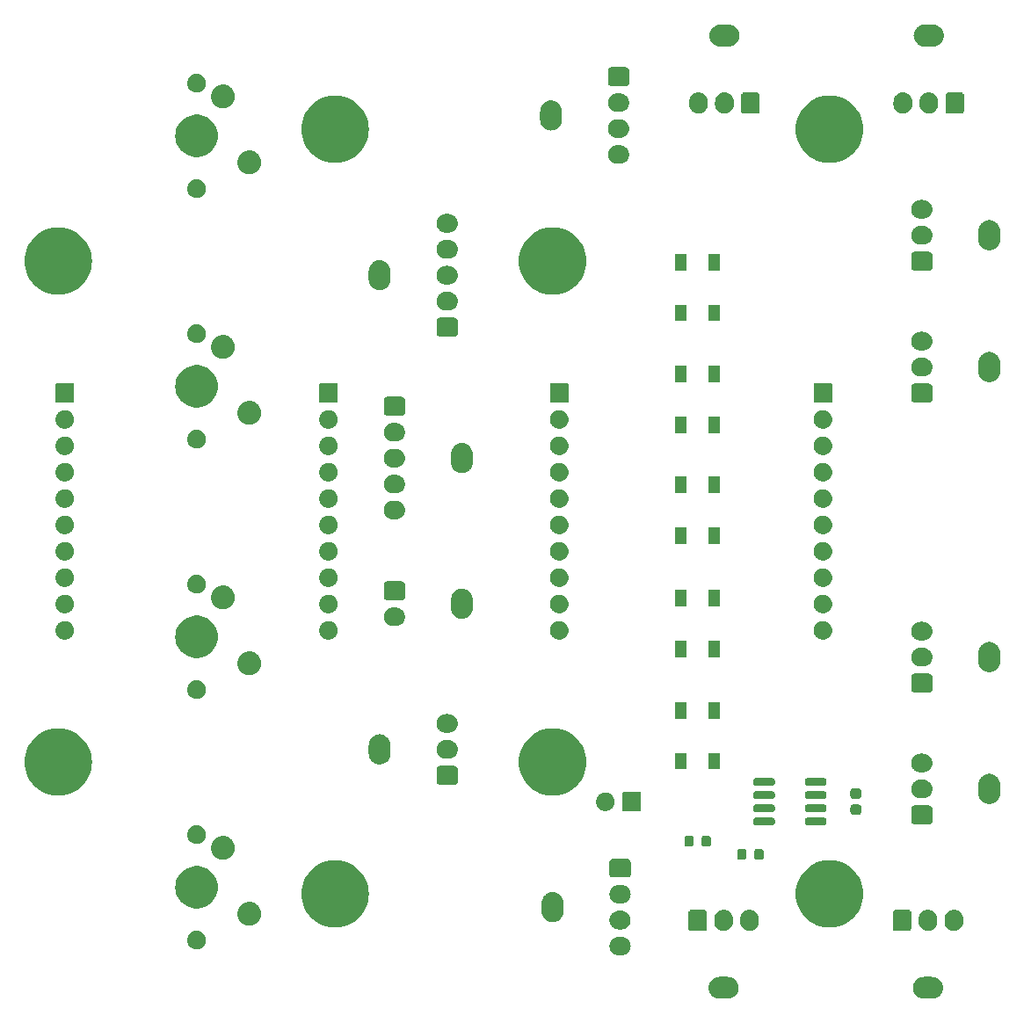
<source format=gbr>
G04 #@! TF.GenerationSoftware,KiCad,Pcbnew,7.0.7*
G04 #@! TF.CreationDate,2023-10-02T17:26:39+09:00*
G04 #@! TF.ProjectId,control_interface_boad_2021-2,636f6e74-726f-46c5-9f69-6e7465726661,rev?*
G04 #@! TF.SameCoordinates,Original*
G04 #@! TF.FileFunction,Soldermask,Top*
G04 #@! TF.FilePolarity,Negative*
%FSLAX46Y46*%
G04 Gerber Fmt 4.6, Leading zero omitted, Abs format (unit mm)*
G04 Created by KiCad (PCBNEW 7.0.7) date 2023-10-02 17:26:39*
%MOMM*%
%LPD*%
G01*
G04 APERTURE LIST*
G04 APERTURE END LIST*
G36*
X127451903Y-119758051D02*
G01*
X127553024Y-119767422D01*
X127556192Y-119768323D01*
X127565040Y-119769195D01*
X127652485Y-119795721D01*
X127739471Y-119820471D01*
X127747884Y-119824660D01*
X127762200Y-119829003D01*
X127838372Y-119869717D01*
X127912999Y-119906877D01*
X127925366Y-119916216D01*
X127943904Y-119926125D01*
X128006342Y-119977367D01*
X128067694Y-120023698D01*
X128082242Y-120039656D01*
X128103169Y-120056831D01*
X128150733Y-120114788D01*
X128198286Y-120166951D01*
X128212861Y-120190491D01*
X128233875Y-120216096D01*
X128266443Y-120277027D01*
X128300337Y-120331767D01*
X128312543Y-120363275D01*
X128330997Y-120397800D01*
X128349325Y-120458221D01*
X128370363Y-120512525D01*
X128377692Y-120551732D01*
X128390805Y-120594960D01*
X128396409Y-120651863D01*
X128405983Y-120703077D01*
X128405983Y-120749062D01*
X128411000Y-120800000D01*
X128405983Y-120850937D01*
X128405983Y-120896922D01*
X128396409Y-120948134D01*
X128390805Y-121005040D01*
X128377691Y-121048268D01*
X128370363Y-121087474D01*
X128349327Y-121141773D01*
X128330997Y-121202200D01*
X128312542Y-121236726D01*
X128300337Y-121268232D01*
X128266447Y-121322965D01*
X128233875Y-121383904D01*
X128212859Y-121409511D01*
X128198286Y-121433048D01*
X128150741Y-121485201D01*
X128103169Y-121543169D01*
X128082238Y-121560345D01*
X128067694Y-121576301D01*
X128006357Y-121622620D01*
X127943904Y-121673875D01*
X127925362Y-121683785D01*
X127912999Y-121693122D01*
X127838399Y-121730267D01*
X127762200Y-121770997D01*
X127747879Y-121775341D01*
X127739471Y-121779528D01*
X127652538Y-121804262D01*
X127565040Y-121830805D01*
X127556187Y-121831676D01*
X127553024Y-121832577D01*
X127451988Y-121841939D01*
X127360000Y-121851000D01*
X127354218Y-121851000D01*
X126565782Y-121851000D01*
X126560000Y-121851000D01*
X126468019Y-121841940D01*
X126366975Y-121832577D01*
X126363811Y-121831676D01*
X126354960Y-121830805D01*
X126267476Y-121804267D01*
X126180528Y-121779528D01*
X126172117Y-121775340D01*
X126157800Y-121770997D01*
X126081613Y-121730274D01*
X126007000Y-121693122D01*
X125994634Y-121683783D01*
X125976096Y-121673875D01*
X125913653Y-121622629D01*
X125852305Y-121576301D01*
X125837757Y-121560342D01*
X125816831Y-121543169D01*
X125769267Y-121485212D01*
X125721713Y-121433048D01*
X125707136Y-121409506D01*
X125686125Y-121383904D01*
X125653559Y-121322977D01*
X125619662Y-121268232D01*
X125607454Y-121236720D01*
X125589003Y-121202200D01*
X125570676Y-121141785D01*
X125549636Y-121087474D01*
X125542306Y-121048261D01*
X125529195Y-121005040D01*
X125523590Y-120948137D01*
X125514017Y-120896922D01*
X125514016Y-120850937D01*
X125509000Y-120800000D01*
X125514016Y-120749062D01*
X125514017Y-120703077D01*
X125523590Y-120651860D01*
X125529195Y-120594960D01*
X125542305Y-120551739D01*
X125549636Y-120512525D01*
X125570677Y-120458209D01*
X125589003Y-120397800D01*
X125607452Y-120363282D01*
X125619662Y-120331767D01*
X125653563Y-120277015D01*
X125686125Y-120216096D01*
X125707134Y-120190496D01*
X125721713Y-120166951D01*
X125769275Y-120114777D01*
X125816831Y-120056831D01*
X125837753Y-120039660D01*
X125852305Y-120023698D01*
X125913668Y-119977357D01*
X125976096Y-119926125D01*
X125994629Y-119916218D01*
X126007000Y-119906877D01*
X126081641Y-119869710D01*
X126157800Y-119829003D01*
X126172112Y-119824661D01*
X126180528Y-119820471D01*
X126267529Y-119795716D01*
X126354960Y-119769195D01*
X126363805Y-119768323D01*
X126366975Y-119767422D01*
X126468104Y-119758051D01*
X126560000Y-119749000D01*
X127360000Y-119749000D01*
X127451903Y-119758051D01*
G37*
G36*
X147136903Y-119758051D02*
G01*
X147238024Y-119767422D01*
X147241192Y-119768323D01*
X147250040Y-119769195D01*
X147337485Y-119795721D01*
X147424471Y-119820471D01*
X147432884Y-119824660D01*
X147447200Y-119829003D01*
X147523372Y-119869717D01*
X147597999Y-119906877D01*
X147610366Y-119916216D01*
X147628904Y-119926125D01*
X147691342Y-119977367D01*
X147752694Y-120023698D01*
X147767242Y-120039656D01*
X147788169Y-120056831D01*
X147835733Y-120114788D01*
X147883286Y-120166951D01*
X147897861Y-120190491D01*
X147918875Y-120216096D01*
X147951443Y-120277027D01*
X147985337Y-120331767D01*
X147997543Y-120363275D01*
X148015997Y-120397800D01*
X148034325Y-120458221D01*
X148055363Y-120512525D01*
X148062692Y-120551732D01*
X148075805Y-120594960D01*
X148081409Y-120651863D01*
X148090983Y-120703077D01*
X148090983Y-120749062D01*
X148096000Y-120800000D01*
X148090983Y-120850937D01*
X148090983Y-120896922D01*
X148081409Y-120948134D01*
X148075805Y-121005040D01*
X148062691Y-121048268D01*
X148055363Y-121087474D01*
X148034327Y-121141773D01*
X148015997Y-121202200D01*
X147997542Y-121236726D01*
X147985337Y-121268232D01*
X147951447Y-121322965D01*
X147918875Y-121383904D01*
X147897859Y-121409511D01*
X147883286Y-121433048D01*
X147835741Y-121485201D01*
X147788169Y-121543169D01*
X147767238Y-121560345D01*
X147752694Y-121576301D01*
X147691357Y-121622620D01*
X147628904Y-121673875D01*
X147610362Y-121683785D01*
X147597999Y-121693122D01*
X147523399Y-121730267D01*
X147447200Y-121770997D01*
X147432879Y-121775341D01*
X147424471Y-121779528D01*
X147337538Y-121804262D01*
X147250040Y-121830805D01*
X147241187Y-121831676D01*
X147238024Y-121832577D01*
X147136988Y-121841939D01*
X147045000Y-121851000D01*
X147039218Y-121851000D01*
X146250782Y-121851000D01*
X146245000Y-121851000D01*
X146153019Y-121841940D01*
X146051975Y-121832577D01*
X146048811Y-121831676D01*
X146039960Y-121830805D01*
X145952476Y-121804267D01*
X145865528Y-121779528D01*
X145857117Y-121775340D01*
X145842800Y-121770997D01*
X145766613Y-121730274D01*
X145692000Y-121693122D01*
X145679634Y-121683783D01*
X145661096Y-121673875D01*
X145598653Y-121622629D01*
X145537305Y-121576301D01*
X145522757Y-121560342D01*
X145501831Y-121543169D01*
X145454267Y-121485212D01*
X145406713Y-121433048D01*
X145392136Y-121409506D01*
X145371125Y-121383904D01*
X145338559Y-121322977D01*
X145304662Y-121268232D01*
X145292454Y-121236720D01*
X145274003Y-121202200D01*
X145255676Y-121141785D01*
X145234636Y-121087474D01*
X145227306Y-121048261D01*
X145214195Y-121005040D01*
X145208590Y-120948137D01*
X145199017Y-120896922D01*
X145199017Y-120850937D01*
X145194000Y-120800000D01*
X145199017Y-120749062D01*
X145199017Y-120703077D01*
X145208590Y-120651860D01*
X145214195Y-120594960D01*
X145227305Y-120551739D01*
X145234636Y-120512525D01*
X145255677Y-120458209D01*
X145274003Y-120397800D01*
X145292452Y-120363282D01*
X145304662Y-120331767D01*
X145338563Y-120277015D01*
X145371125Y-120216096D01*
X145392134Y-120190496D01*
X145406713Y-120166951D01*
X145454275Y-120114777D01*
X145501831Y-120056831D01*
X145522753Y-120039660D01*
X145537305Y-120023698D01*
X145598668Y-119977357D01*
X145661096Y-119926125D01*
X145679629Y-119916218D01*
X145692000Y-119906877D01*
X145766641Y-119869710D01*
X145842800Y-119829003D01*
X145857112Y-119824661D01*
X145865528Y-119820471D01*
X145952529Y-119795716D01*
X146039960Y-119769195D01*
X146048805Y-119768323D01*
X146051975Y-119767422D01*
X146153104Y-119758051D01*
X146245000Y-119749000D01*
X147045000Y-119749000D01*
X147136903Y-119758051D01*
G37*
G36*
X117206394Y-115888605D02*
G01*
X117290659Y-115896905D01*
X117293471Y-115897758D01*
X117302328Y-115898689D01*
X117383725Y-115925136D01*
X117459566Y-115948143D01*
X117467371Y-115952315D01*
X117481470Y-115956896D01*
X117550447Y-115996719D01*
X117615232Y-116031348D01*
X117626637Y-116040708D01*
X117644595Y-116051076D01*
X117699402Y-116100425D01*
X117751675Y-116143324D01*
X117764776Y-116159287D01*
X117784573Y-116177113D01*
X117824460Y-116232013D01*
X117863651Y-116279767D01*
X117876163Y-116303175D01*
X117895289Y-116329500D01*
X117920498Y-116386120D01*
X117946856Y-116435433D01*
X117956269Y-116466464D01*
X117971902Y-116501576D01*
X117983563Y-116556441D01*
X117998094Y-116604340D01*
X118001849Y-116642467D01*
X118011064Y-116685820D01*
X118011064Y-116736026D01*
X118015395Y-116780000D01*
X118011064Y-116823973D01*
X118011064Y-116874180D01*
X118001849Y-116917532D01*
X117998094Y-116955659D01*
X117983564Y-117003555D01*
X117971902Y-117058424D01*
X117956268Y-117093537D01*
X117946856Y-117124566D01*
X117920500Y-117173873D01*
X117895289Y-117230500D01*
X117876161Y-117256827D01*
X117863651Y-117280232D01*
X117824467Y-117327977D01*
X117784573Y-117382887D01*
X117764773Y-117400714D01*
X117751675Y-117416675D01*
X117699415Y-117459563D01*
X117644595Y-117508924D01*
X117626633Y-117519294D01*
X117615232Y-117528651D01*
X117550470Y-117563266D01*
X117481470Y-117603104D01*
X117467366Y-117607686D01*
X117459566Y-117611856D01*
X117383771Y-117634848D01*
X117302328Y-117661311D01*
X117293466Y-117662242D01*
X117290659Y-117663094D01*
X117206475Y-117671385D01*
X117115000Y-117681000D01*
X117108860Y-117681000D01*
X116871140Y-117681000D01*
X116865000Y-117681000D01*
X116773532Y-117671386D01*
X116689340Y-117663094D01*
X116686532Y-117662242D01*
X116677672Y-117661311D01*
X116596242Y-117634852D01*
X116520433Y-117611856D01*
X116512630Y-117607685D01*
X116498530Y-117603104D01*
X116429542Y-117563273D01*
X116364767Y-117528651D01*
X116353363Y-117519292D01*
X116335405Y-117508924D01*
X116280594Y-117459572D01*
X116228324Y-117416675D01*
X116215223Y-117400711D01*
X116195427Y-117382887D01*
X116155540Y-117327988D01*
X116116348Y-117280232D01*
X116103835Y-117256822D01*
X116084711Y-117230500D01*
X116059504Y-117173884D01*
X116033143Y-117124566D01*
X116023728Y-117093530D01*
X116008098Y-117058424D01*
X115996437Y-117003566D01*
X115981905Y-116955659D01*
X115978149Y-116917524D01*
X115968936Y-116874180D01*
X115968936Y-116823982D01*
X115964604Y-116779999D01*
X115968936Y-116736015D01*
X115968936Y-116685820D01*
X115978148Y-116642476D01*
X115981905Y-116604340D01*
X115996438Y-116556430D01*
X116008098Y-116501576D01*
X116023727Y-116466471D01*
X116033143Y-116435433D01*
X116059506Y-116386109D01*
X116084711Y-116329500D01*
X116103833Y-116303180D01*
X116116348Y-116279767D01*
X116155546Y-116232002D01*
X116195427Y-116177113D01*
X116215219Y-116159291D01*
X116228324Y-116143324D01*
X116280607Y-116100416D01*
X116335405Y-116051076D01*
X116353359Y-116040710D01*
X116364767Y-116031348D01*
X116429565Y-115996712D01*
X116498530Y-115956896D01*
X116512626Y-115952315D01*
X116520433Y-115948143D01*
X116596288Y-115925132D01*
X116677672Y-115898689D01*
X116686527Y-115897758D01*
X116689340Y-115896905D01*
X116773613Y-115888605D01*
X116865000Y-115879000D01*
X117115000Y-115879000D01*
X117206394Y-115888605D01*
G37*
G36*
X76243983Y-115308936D02*
G01*
X76294180Y-115308936D01*
X76337524Y-115318149D01*
X76375659Y-115321905D01*
X76423566Y-115336437D01*
X76478424Y-115348098D01*
X76513530Y-115363728D01*
X76544566Y-115373143D01*
X76593884Y-115399504D01*
X76650500Y-115424711D01*
X76676822Y-115443835D01*
X76700232Y-115456348D01*
X76747988Y-115495540D01*
X76802887Y-115535427D01*
X76820711Y-115555223D01*
X76836675Y-115568324D01*
X76879572Y-115620594D01*
X76928924Y-115675405D01*
X76939292Y-115693363D01*
X76948651Y-115704767D01*
X76983273Y-115769542D01*
X77023104Y-115838530D01*
X77027685Y-115852630D01*
X77031856Y-115860433D01*
X77054852Y-115936242D01*
X77081311Y-116017672D01*
X77082242Y-116026532D01*
X77083094Y-116029340D01*
X77091385Y-116113520D01*
X77101000Y-116205000D01*
X77091382Y-116296501D01*
X77083094Y-116380659D01*
X77082242Y-116383466D01*
X77081311Y-116392328D01*
X77054848Y-116473771D01*
X77031856Y-116549566D01*
X77027686Y-116557366D01*
X77023104Y-116571470D01*
X76983266Y-116640470D01*
X76948651Y-116705232D01*
X76939294Y-116716633D01*
X76928924Y-116734595D01*
X76879563Y-116789415D01*
X76836675Y-116841675D01*
X76820714Y-116854773D01*
X76802887Y-116874573D01*
X76747977Y-116914467D01*
X76700232Y-116953651D01*
X76676827Y-116966161D01*
X76650500Y-116985289D01*
X76593873Y-117010500D01*
X76544566Y-117036856D01*
X76513537Y-117046268D01*
X76478424Y-117061902D01*
X76423555Y-117073564D01*
X76375659Y-117088094D01*
X76337532Y-117091849D01*
X76294180Y-117101064D01*
X76243973Y-117101064D01*
X76200000Y-117105395D01*
X76156027Y-117101064D01*
X76105820Y-117101064D01*
X76062467Y-117091849D01*
X76024340Y-117088094D01*
X75976441Y-117073563D01*
X75921576Y-117061902D01*
X75886464Y-117046269D01*
X75855433Y-117036856D01*
X75806120Y-117010498D01*
X75749500Y-116985289D01*
X75723175Y-116966163D01*
X75699767Y-116953651D01*
X75652013Y-116914460D01*
X75597113Y-116874573D01*
X75579287Y-116854776D01*
X75563324Y-116841675D01*
X75520425Y-116789402D01*
X75471076Y-116734595D01*
X75460708Y-116716637D01*
X75451348Y-116705232D01*
X75416719Y-116640447D01*
X75376896Y-116571470D01*
X75372315Y-116557371D01*
X75368143Y-116549566D01*
X75345136Y-116473725D01*
X75318689Y-116392328D01*
X75317758Y-116383471D01*
X75316905Y-116380659D01*
X75308601Y-116296349D01*
X75299000Y-116205000D01*
X75308598Y-116113672D01*
X75316905Y-116029340D01*
X75317758Y-116026527D01*
X75318689Y-116017672D01*
X75345132Y-115936288D01*
X75368143Y-115860433D01*
X75372315Y-115852626D01*
X75376896Y-115838530D01*
X75416712Y-115769565D01*
X75451348Y-115704767D01*
X75460710Y-115693359D01*
X75471076Y-115675405D01*
X75520416Y-115620607D01*
X75563324Y-115568324D01*
X75579291Y-115555219D01*
X75597113Y-115535427D01*
X75652002Y-115495546D01*
X75699767Y-115456348D01*
X75723180Y-115443833D01*
X75749500Y-115424711D01*
X75806109Y-115399506D01*
X75855433Y-115373143D01*
X75886471Y-115363727D01*
X75921576Y-115348098D01*
X75976430Y-115336438D01*
X76024340Y-115321905D01*
X76062476Y-115318148D01*
X76105820Y-115308936D01*
X76156016Y-115308936D01*
X76200000Y-115304604D01*
X76243983Y-115308936D01*
G37*
G36*
X125128914Y-113281995D02*
G01*
X125144726Y-113288976D01*
X125152531Y-113290213D01*
X125185039Y-113306776D01*
X125230106Y-113326676D01*
X125308324Y-113404894D01*
X125328226Y-113449967D01*
X125344786Y-113482468D01*
X125346021Y-113490270D01*
X125353005Y-113506086D01*
X125361000Y-113575000D01*
X125361000Y-115025000D01*
X125353005Y-115093914D01*
X125346021Y-115109729D01*
X125344786Y-115117531D01*
X125328229Y-115150024D01*
X125308324Y-115195106D01*
X125230106Y-115273324D01*
X125185024Y-115293229D01*
X125152531Y-115309786D01*
X125144729Y-115311021D01*
X125128914Y-115318005D01*
X125060000Y-115326000D01*
X123860000Y-115326000D01*
X123791086Y-115318005D01*
X123775270Y-115311021D01*
X123767468Y-115309786D01*
X123734967Y-115293226D01*
X123689894Y-115273324D01*
X123611676Y-115195106D01*
X123591776Y-115150039D01*
X123575213Y-115117531D01*
X123573976Y-115109726D01*
X123566995Y-115093914D01*
X123559000Y-115025000D01*
X123559000Y-113575000D01*
X123566995Y-113506086D01*
X123573976Y-113490274D01*
X123575213Y-113482468D01*
X123591780Y-113449953D01*
X123611676Y-113404894D01*
X123689894Y-113326676D01*
X123734953Y-113306780D01*
X123767468Y-113290213D01*
X123775274Y-113288976D01*
X123791086Y-113281995D01*
X123860000Y-113274000D01*
X125060000Y-113274000D01*
X125128914Y-113281995D01*
G37*
G36*
X144813914Y-113281995D02*
G01*
X144829726Y-113288976D01*
X144837531Y-113290213D01*
X144870039Y-113306776D01*
X144915106Y-113326676D01*
X144993324Y-113404894D01*
X145013226Y-113449967D01*
X145029786Y-113482468D01*
X145031021Y-113490270D01*
X145038005Y-113506086D01*
X145046000Y-113575000D01*
X145046000Y-115025000D01*
X145038005Y-115093914D01*
X145031021Y-115109729D01*
X145029786Y-115117531D01*
X145013229Y-115150024D01*
X144993324Y-115195106D01*
X144915106Y-115273324D01*
X144870024Y-115293229D01*
X144837531Y-115309786D01*
X144829729Y-115311021D01*
X144813914Y-115318005D01*
X144745000Y-115326000D01*
X143545000Y-115326000D01*
X143476086Y-115318005D01*
X143460270Y-115311021D01*
X143452468Y-115309786D01*
X143419967Y-115293226D01*
X143374894Y-115273324D01*
X143296676Y-115195106D01*
X143276776Y-115150039D01*
X143260213Y-115117531D01*
X143258976Y-115109726D01*
X143251995Y-115093914D01*
X143244000Y-115025000D01*
X143244000Y-113575000D01*
X143251995Y-113506086D01*
X143258976Y-113490274D01*
X143260213Y-113482468D01*
X143276780Y-113449953D01*
X143296676Y-113404894D01*
X143374894Y-113326676D01*
X143419953Y-113306780D01*
X143452468Y-113290213D01*
X143460274Y-113288976D01*
X143476086Y-113281995D01*
X143545000Y-113274000D01*
X144745000Y-113274000D01*
X144813914Y-113281995D01*
G37*
G36*
X127003983Y-113278936D02*
G01*
X127054180Y-113278936D01*
X127097524Y-113288149D01*
X127135659Y-113291905D01*
X127183566Y-113306437D01*
X127238424Y-113318098D01*
X127273530Y-113333728D01*
X127304566Y-113343143D01*
X127353884Y-113369504D01*
X127410500Y-113394711D01*
X127436822Y-113413835D01*
X127460232Y-113426348D01*
X127507988Y-113465540D01*
X127562887Y-113505427D01*
X127580711Y-113525223D01*
X127596675Y-113538324D01*
X127639572Y-113590594D01*
X127688924Y-113645405D01*
X127699292Y-113663363D01*
X127708651Y-113674767D01*
X127743273Y-113739542D01*
X127783104Y-113808530D01*
X127787685Y-113822630D01*
X127791856Y-113830433D01*
X127814852Y-113906242D01*
X127841311Y-113987672D01*
X127842242Y-113996532D01*
X127843094Y-113999340D01*
X127851387Y-114083539D01*
X127861000Y-114175000D01*
X127861000Y-114425000D01*
X127851385Y-114516475D01*
X127843094Y-114600659D01*
X127842242Y-114603466D01*
X127841311Y-114612328D01*
X127814848Y-114693771D01*
X127791856Y-114769566D01*
X127787686Y-114777366D01*
X127783104Y-114791470D01*
X127743266Y-114860470D01*
X127708651Y-114925232D01*
X127699294Y-114936633D01*
X127688924Y-114954595D01*
X127639563Y-115009415D01*
X127596675Y-115061675D01*
X127580714Y-115074773D01*
X127562887Y-115094573D01*
X127507977Y-115134467D01*
X127460232Y-115173651D01*
X127436827Y-115186161D01*
X127410500Y-115205289D01*
X127353873Y-115230500D01*
X127304566Y-115256856D01*
X127273537Y-115266268D01*
X127238424Y-115281902D01*
X127183555Y-115293564D01*
X127135659Y-115308094D01*
X127097532Y-115311849D01*
X127054180Y-115321064D01*
X127003973Y-115321064D01*
X126960000Y-115325395D01*
X126916027Y-115321064D01*
X126865820Y-115321064D01*
X126822467Y-115311849D01*
X126784340Y-115308094D01*
X126736441Y-115293563D01*
X126681576Y-115281902D01*
X126646464Y-115266269D01*
X126615433Y-115256856D01*
X126566120Y-115230498D01*
X126509500Y-115205289D01*
X126483175Y-115186163D01*
X126459767Y-115173651D01*
X126412013Y-115134460D01*
X126357113Y-115094573D01*
X126339287Y-115074776D01*
X126323324Y-115061675D01*
X126280425Y-115009402D01*
X126231076Y-114954595D01*
X126220708Y-114936637D01*
X126211348Y-114925232D01*
X126176719Y-114860447D01*
X126136896Y-114791470D01*
X126132315Y-114777371D01*
X126128143Y-114769566D01*
X126105136Y-114693725D01*
X126078689Y-114612328D01*
X126077758Y-114603471D01*
X126076905Y-114600659D01*
X126068605Y-114516394D01*
X126059000Y-114425000D01*
X126059000Y-114175000D01*
X126068604Y-114083620D01*
X126076905Y-113999340D01*
X126077758Y-113996527D01*
X126078689Y-113987672D01*
X126105132Y-113906288D01*
X126128143Y-113830433D01*
X126132315Y-113822626D01*
X126136896Y-113808530D01*
X126176712Y-113739565D01*
X126211348Y-113674767D01*
X126220710Y-113663359D01*
X126231076Y-113645405D01*
X126280416Y-113590607D01*
X126323324Y-113538324D01*
X126339291Y-113525219D01*
X126357113Y-113505427D01*
X126412002Y-113465546D01*
X126459767Y-113426348D01*
X126483180Y-113413833D01*
X126509500Y-113394711D01*
X126566109Y-113369506D01*
X126615433Y-113343143D01*
X126646471Y-113333727D01*
X126681576Y-113318098D01*
X126736430Y-113306438D01*
X126784340Y-113291905D01*
X126822476Y-113288148D01*
X126865820Y-113278936D01*
X126916016Y-113278936D01*
X126960000Y-113274604D01*
X127003983Y-113278936D01*
G37*
G36*
X129503983Y-113278936D02*
G01*
X129554180Y-113278936D01*
X129597524Y-113288149D01*
X129635659Y-113291905D01*
X129683566Y-113306437D01*
X129738424Y-113318098D01*
X129773530Y-113333728D01*
X129804566Y-113343143D01*
X129853884Y-113369504D01*
X129910500Y-113394711D01*
X129936822Y-113413835D01*
X129960232Y-113426348D01*
X130007988Y-113465540D01*
X130062887Y-113505427D01*
X130080711Y-113525223D01*
X130096675Y-113538324D01*
X130139572Y-113590594D01*
X130188924Y-113645405D01*
X130199292Y-113663363D01*
X130208651Y-113674767D01*
X130243273Y-113739542D01*
X130283104Y-113808530D01*
X130287685Y-113822630D01*
X130291856Y-113830433D01*
X130314852Y-113906242D01*
X130341311Y-113987672D01*
X130342242Y-113996532D01*
X130343094Y-113999340D01*
X130351387Y-114083539D01*
X130361000Y-114175000D01*
X130361000Y-114425000D01*
X130351385Y-114516475D01*
X130343094Y-114600659D01*
X130342242Y-114603466D01*
X130341311Y-114612328D01*
X130314848Y-114693771D01*
X130291856Y-114769566D01*
X130287686Y-114777366D01*
X130283104Y-114791470D01*
X130243266Y-114860470D01*
X130208651Y-114925232D01*
X130199294Y-114936633D01*
X130188924Y-114954595D01*
X130139563Y-115009415D01*
X130096675Y-115061675D01*
X130080714Y-115074773D01*
X130062887Y-115094573D01*
X130007977Y-115134467D01*
X129960232Y-115173651D01*
X129936827Y-115186161D01*
X129910500Y-115205289D01*
X129853873Y-115230500D01*
X129804566Y-115256856D01*
X129773537Y-115266268D01*
X129738424Y-115281902D01*
X129683555Y-115293564D01*
X129635659Y-115308094D01*
X129597533Y-115311849D01*
X129554180Y-115321064D01*
X129503972Y-115321064D01*
X129459999Y-115325395D01*
X129416026Y-115321064D01*
X129365820Y-115321064D01*
X129322467Y-115311849D01*
X129284340Y-115308094D01*
X129236441Y-115293563D01*
X129181576Y-115281902D01*
X129146464Y-115266269D01*
X129115433Y-115256856D01*
X129066120Y-115230498D01*
X129009500Y-115205289D01*
X128983175Y-115186163D01*
X128959767Y-115173651D01*
X128912013Y-115134460D01*
X128857113Y-115094573D01*
X128839287Y-115074776D01*
X128823324Y-115061675D01*
X128780425Y-115009402D01*
X128731076Y-114954595D01*
X128720708Y-114936637D01*
X128711348Y-114925232D01*
X128676719Y-114860447D01*
X128636896Y-114791470D01*
X128632315Y-114777371D01*
X128628143Y-114769566D01*
X128605136Y-114693725D01*
X128578689Y-114612328D01*
X128577758Y-114603471D01*
X128576905Y-114600659D01*
X128568605Y-114516394D01*
X128559000Y-114425000D01*
X128559000Y-114175000D01*
X128568604Y-114083620D01*
X128576905Y-113999340D01*
X128577758Y-113996527D01*
X128578689Y-113987672D01*
X128605132Y-113906288D01*
X128628143Y-113830433D01*
X128632315Y-113822626D01*
X128636896Y-113808530D01*
X128676712Y-113739565D01*
X128711348Y-113674767D01*
X128720710Y-113663359D01*
X128731076Y-113645405D01*
X128780416Y-113590607D01*
X128823324Y-113538324D01*
X128839291Y-113525219D01*
X128857113Y-113505427D01*
X128912002Y-113465546D01*
X128959767Y-113426348D01*
X128983180Y-113413833D01*
X129009500Y-113394711D01*
X129066109Y-113369506D01*
X129115433Y-113343143D01*
X129146471Y-113333727D01*
X129181576Y-113318098D01*
X129236430Y-113306438D01*
X129284340Y-113291905D01*
X129322476Y-113288148D01*
X129365820Y-113278936D01*
X129416016Y-113278936D01*
X129460000Y-113274604D01*
X129503983Y-113278936D01*
G37*
G36*
X146688983Y-113278936D02*
G01*
X146739180Y-113278936D01*
X146782524Y-113288149D01*
X146820659Y-113291905D01*
X146868566Y-113306437D01*
X146923424Y-113318098D01*
X146958530Y-113333728D01*
X146989566Y-113343143D01*
X147038884Y-113369504D01*
X147095500Y-113394711D01*
X147121822Y-113413835D01*
X147145232Y-113426348D01*
X147192988Y-113465540D01*
X147247887Y-113505427D01*
X147265711Y-113525223D01*
X147281675Y-113538324D01*
X147324572Y-113590594D01*
X147373924Y-113645405D01*
X147384292Y-113663363D01*
X147393651Y-113674767D01*
X147428273Y-113739542D01*
X147468104Y-113808530D01*
X147472685Y-113822630D01*
X147476856Y-113830433D01*
X147499852Y-113906242D01*
X147526311Y-113987672D01*
X147527242Y-113996532D01*
X147528094Y-113999340D01*
X147536387Y-114083539D01*
X147546000Y-114175000D01*
X147546000Y-114425000D01*
X147536385Y-114516475D01*
X147528094Y-114600659D01*
X147527242Y-114603466D01*
X147526311Y-114612328D01*
X147499848Y-114693771D01*
X147476856Y-114769566D01*
X147472686Y-114777366D01*
X147468104Y-114791470D01*
X147428266Y-114860470D01*
X147393651Y-114925232D01*
X147384294Y-114936633D01*
X147373924Y-114954595D01*
X147324563Y-115009415D01*
X147281675Y-115061675D01*
X147265714Y-115074773D01*
X147247887Y-115094573D01*
X147192977Y-115134467D01*
X147145232Y-115173651D01*
X147121827Y-115186161D01*
X147095500Y-115205289D01*
X147038873Y-115230500D01*
X146989566Y-115256856D01*
X146958537Y-115266268D01*
X146923424Y-115281902D01*
X146868555Y-115293564D01*
X146820659Y-115308094D01*
X146782532Y-115311849D01*
X146739180Y-115321064D01*
X146688973Y-115321064D01*
X146645000Y-115325395D01*
X146601027Y-115321064D01*
X146550820Y-115321064D01*
X146507467Y-115311849D01*
X146469340Y-115308094D01*
X146421441Y-115293563D01*
X146366576Y-115281902D01*
X146331464Y-115266269D01*
X146300433Y-115256856D01*
X146251120Y-115230498D01*
X146194500Y-115205289D01*
X146168175Y-115186163D01*
X146144767Y-115173651D01*
X146097013Y-115134460D01*
X146042113Y-115094573D01*
X146024287Y-115074776D01*
X146008324Y-115061675D01*
X145965425Y-115009402D01*
X145916076Y-114954595D01*
X145905708Y-114936637D01*
X145896348Y-114925232D01*
X145861719Y-114860447D01*
X145821896Y-114791470D01*
X145817315Y-114777371D01*
X145813143Y-114769566D01*
X145790136Y-114693725D01*
X145763689Y-114612328D01*
X145762758Y-114603471D01*
X145761905Y-114600659D01*
X145753605Y-114516394D01*
X145744000Y-114425000D01*
X145744000Y-114175000D01*
X145753604Y-114083620D01*
X145761905Y-113999340D01*
X145762758Y-113996527D01*
X145763689Y-113987672D01*
X145790132Y-113906288D01*
X145813143Y-113830433D01*
X145817315Y-113822626D01*
X145821896Y-113808530D01*
X145861712Y-113739565D01*
X145896348Y-113674767D01*
X145905710Y-113663359D01*
X145916076Y-113645405D01*
X145965416Y-113590607D01*
X146008324Y-113538324D01*
X146024291Y-113525219D01*
X146042113Y-113505427D01*
X146097002Y-113465546D01*
X146144767Y-113426348D01*
X146168180Y-113413833D01*
X146194500Y-113394711D01*
X146251109Y-113369506D01*
X146300433Y-113343143D01*
X146331471Y-113333727D01*
X146366576Y-113318098D01*
X146421430Y-113306438D01*
X146469340Y-113291905D01*
X146507476Y-113288148D01*
X146550820Y-113278936D01*
X146601016Y-113278936D01*
X146645000Y-113274604D01*
X146688983Y-113278936D01*
G37*
G36*
X149188983Y-113278936D02*
G01*
X149239180Y-113278936D01*
X149282524Y-113288149D01*
X149320659Y-113291905D01*
X149368566Y-113306437D01*
X149423424Y-113318098D01*
X149458530Y-113333728D01*
X149489566Y-113343143D01*
X149538884Y-113369504D01*
X149595500Y-113394711D01*
X149621822Y-113413835D01*
X149645232Y-113426348D01*
X149692988Y-113465540D01*
X149747887Y-113505427D01*
X149765711Y-113525223D01*
X149781675Y-113538324D01*
X149824572Y-113590594D01*
X149873924Y-113645405D01*
X149884292Y-113663363D01*
X149893651Y-113674767D01*
X149928273Y-113739542D01*
X149968104Y-113808530D01*
X149972685Y-113822630D01*
X149976856Y-113830433D01*
X149999852Y-113906242D01*
X150026311Y-113987672D01*
X150027242Y-113996532D01*
X150028094Y-113999340D01*
X150036387Y-114083539D01*
X150046000Y-114175000D01*
X150046000Y-114425000D01*
X150036385Y-114516475D01*
X150028094Y-114600659D01*
X150027242Y-114603466D01*
X150026311Y-114612328D01*
X149999848Y-114693771D01*
X149976856Y-114769566D01*
X149972686Y-114777366D01*
X149968104Y-114791470D01*
X149928266Y-114860470D01*
X149893651Y-114925232D01*
X149884294Y-114936633D01*
X149873924Y-114954595D01*
X149824563Y-115009415D01*
X149781675Y-115061675D01*
X149765714Y-115074773D01*
X149747887Y-115094573D01*
X149692977Y-115134467D01*
X149645232Y-115173651D01*
X149621827Y-115186161D01*
X149595500Y-115205289D01*
X149538873Y-115230500D01*
X149489566Y-115256856D01*
X149458537Y-115266268D01*
X149423424Y-115281902D01*
X149368555Y-115293564D01*
X149320659Y-115308094D01*
X149282533Y-115311849D01*
X149239180Y-115321064D01*
X149188972Y-115321064D01*
X149144999Y-115325395D01*
X149101026Y-115321064D01*
X149050820Y-115321064D01*
X149007467Y-115311849D01*
X148969340Y-115308094D01*
X148921441Y-115293563D01*
X148866576Y-115281902D01*
X148831464Y-115266269D01*
X148800433Y-115256856D01*
X148751120Y-115230498D01*
X148694500Y-115205289D01*
X148668175Y-115186163D01*
X148644767Y-115173651D01*
X148597013Y-115134460D01*
X148542113Y-115094573D01*
X148524287Y-115074776D01*
X148508324Y-115061675D01*
X148465425Y-115009402D01*
X148416076Y-114954595D01*
X148405708Y-114936637D01*
X148396348Y-114925232D01*
X148361719Y-114860447D01*
X148321896Y-114791470D01*
X148317315Y-114777371D01*
X148313143Y-114769566D01*
X148290136Y-114693725D01*
X148263689Y-114612328D01*
X148262758Y-114603471D01*
X148261905Y-114600659D01*
X148253605Y-114516394D01*
X148244000Y-114425000D01*
X148244000Y-114175000D01*
X148253604Y-114083620D01*
X148261905Y-113999340D01*
X148262758Y-113996527D01*
X148263689Y-113987672D01*
X148290132Y-113906288D01*
X148313143Y-113830433D01*
X148317315Y-113822626D01*
X148321896Y-113808530D01*
X148361712Y-113739565D01*
X148396348Y-113674767D01*
X148405710Y-113663359D01*
X148416076Y-113645405D01*
X148465416Y-113590607D01*
X148508324Y-113538324D01*
X148524291Y-113525219D01*
X148542113Y-113505427D01*
X148597002Y-113465546D01*
X148644767Y-113426348D01*
X148668180Y-113413833D01*
X148694500Y-113394711D01*
X148751109Y-113369506D01*
X148800433Y-113343143D01*
X148831471Y-113333727D01*
X148866576Y-113318098D01*
X148921430Y-113306438D01*
X148969340Y-113291905D01*
X149007476Y-113288148D01*
X149050820Y-113278936D01*
X149101016Y-113278936D01*
X149145000Y-113274604D01*
X149188983Y-113278936D01*
G37*
G36*
X117206394Y-113388605D02*
G01*
X117290659Y-113396905D01*
X117293471Y-113397758D01*
X117302328Y-113398689D01*
X117383725Y-113425136D01*
X117459566Y-113448143D01*
X117467371Y-113452315D01*
X117481470Y-113456896D01*
X117550447Y-113496719D01*
X117615232Y-113531348D01*
X117626637Y-113540708D01*
X117644595Y-113551076D01*
X117699402Y-113600425D01*
X117751675Y-113643324D01*
X117764776Y-113659287D01*
X117784573Y-113677113D01*
X117824460Y-113732013D01*
X117863651Y-113779767D01*
X117876163Y-113803175D01*
X117895289Y-113829500D01*
X117920498Y-113886120D01*
X117946856Y-113935433D01*
X117956269Y-113966464D01*
X117971902Y-114001576D01*
X117983563Y-114056441D01*
X117998094Y-114104340D01*
X118001849Y-114142467D01*
X118011064Y-114185820D01*
X118011064Y-114236026D01*
X118015395Y-114280000D01*
X118011064Y-114323973D01*
X118011064Y-114374180D01*
X118001849Y-114417532D01*
X117998094Y-114455659D01*
X117983564Y-114503555D01*
X117971902Y-114558424D01*
X117956268Y-114593537D01*
X117946856Y-114624566D01*
X117920500Y-114673873D01*
X117895289Y-114730500D01*
X117876161Y-114756827D01*
X117863651Y-114780232D01*
X117824467Y-114827977D01*
X117784573Y-114882887D01*
X117764773Y-114900714D01*
X117751675Y-114916675D01*
X117699415Y-114959563D01*
X117644595Y-115008924D01*
X117626633Y-115019294D01*
X117615232Y-115028651D01*
X117550470Y-115063266D01*
X117481470Y-115103104D01*
X117467366Y-115107686D01*
X117459566Y-115111856D01*
X117383771Y-115134848D01*
X117302328Y-115161311D01*
X117293466Y-115162242D01*
X117290659Y-115163094D01*
X117206475Y-115171385D01*
X117115000Y-115181000D01*
X117108860Y-115181000D01*
X116871140Y-115181000D01*
X116865000Y-115181000D01*
X116773532Y-115171386D01*
X116689340Y-115163094D01*
X116686532Y-115162242D01*
X116677672Y-115161311D01*
X116596242Y-115134852D01*
X116520433Y-115111856D01*
X116512630Y-115107685D01*
X116498530Y-115103104D01*
X116429542Y-115063273D01*
X116364767Y-115028651D01*
X116353363Y-115019292D01*
X116335405Y-115008924D01*
X116280594Y-114959572D01*
X116228324Y-114916675D01*
X116215223Y-114900711D01*
X116195427Y-114882887D01*
X116155540Y-114827988D01*
X116116348Y-114780232D01*
X116103835Y-114756822D01*
X116084711Y-114730500D01*
X116059504Y-114673884D01*
X116033143Y-114624566D01*
X116023728Y-114593530D01*
X116008098Y-114558424D01*
X115996437Y-114503566D01*
X115981905Y-114455659D01*
X115978149Y-114417524D01*
X115968936Y-114374180D01*
X115968936Y-114323983D01*
X115964604Y-114280000D01*
X115968936Y-114236016D01*
X115968936Y-114185820D01*
X115978148Y-114142476D01*
X115981905Y-114104340D01*
X115996438Y-114056430D01*
X116008098Y-114001576D01*
X116023727Y-113966471D01*
X116033143Y-113935433D01*
X116059506Y-113886109D01*
X116084711Y-113829500D01*
X116103833Y-113803180D01*
X116116348Y-113779767D01*
X116155546Y-113732002D01*
X116195427Y-113677113D01*
X116215219Y-113659291D01*
X116228324Y-113643324D01*
X116280607Y-113600416D01*
X116335405Y-113551076D01*
X116353359Y-113540710D01*
X116364767Y-113531348D01*
X116429565Y-113496712D01*
X116498530Y-113456896D01*
X116512626Y-113452315D01*
X116520433Y-113448143D01*
X116596288Y-113425132D01*
X116677672Y-113398689D01*
X116686527Y-113397758D01*
X116689340Y-113396905D01*
X116773613Y-113388605D01*
X116865000Y-113379000D01*
X117115000Y-113379000D01*
X117206394Y-113388605D01*
G37*
G36*
X90060953Y-108551827D02*
G01*
X90404735Y-108627499D01*
X90738319Y-108739897D01*
X91057796Y-108887702D01*
X91359419Y-109069183D01*
X91639653Y-109282211D01*
X91895211Y-109524289D01*
X92123099Y-109792579D01*
X92320643Y-110083934D01*
X92485528Y-110394941D01*
X92615820Y-110721951D01*
X92709993Y-111061131D01*
X92766942Y-111408505D01*
X92786000Y-111760000D01*
X92766942Y-112111495D01*
X92709993Y-112458869D01*
X92615820Y-112798049D01*
X92485528Y-113125059D01*
X92320643Y-113436066D01*
X92123099Y-113727421D01*
X91895211Y-113995711D01*
X91639653Y-114237789D01*
X91359419Y-114450817D01*
X91057796Y-114632298D01*
X90738319Y-114780103D01*
X90404735Y-114892501D01*
X90060953Y-114968173D01*
X89711006Y-115006232D01*
X89358994Y-115006232D01*
X89009047Y-114968173D01*
X88665265Y-114892501D01*
X88331681Y-114780103D01*
X88012204Y-114632298D01*
X87710581Y-114450817D01*
X87430347Y-114237789D01*
X87174789Y-113995711D01*
X86946901Y-113727421D01*
X86749357Y-113436066D01*
X86584472Y-113125059D01*
X86454180Y-112798049D01*
X86360007Y-112458869D01*
X86303058Y-112111495D01*
X86284000Y-111760000D01*
X86303058Y-111408505D01*
X86360007Y-111061131D01*
X86454180Y-110721951D01*
X86584472Y-110394941D01*
X86749357Y-110083934D01*
X86946901Y-109792579D01*
X87174789Y-109524289D01*
X87430347Y-109282211D01*
X87710581Y-109069183D01*
X88012204Y-108887702D01*
X88331681Y-108739897D01*
X88665265Y-108627499D01*
X89009047Y-108551827D01*
X89358994Y-108513768D01*
X89711006Y-108513768D01*
X90060953Y-108551827D01*
G37*
G36*
X137685953Y-108551827D02*
G01*
X138029735Y-108627499D01*
X138363319Y-108739897D01*
X138682796Y-108887702D01*
X138984419Y-109069183D01*
X139264653Y-109282211D01*
X139520211Y-109524289D01*
X139748099Y-109792579D01*
X139945643Y-110083934D01*
X140110528Y-110394941D01*
X140240820Y-110721951D01*
X140334993Y-111061131D01*
X140391942Y-111408505D01*
X140411000Y-111760000D01*
X140391942Y-112111495D01*
X140334993Y-112458869D01*
X140240820Y-112798049D01*
X140110528Y-113125059D01*
X139945643Y-113436066D01*
X139748099Y-113727421D01*
X139520211Y-113995711D01*
X139264653Y-114237789D01*
X138984419Y-114450817D01*
X138682796Y-114632298D01*
X138363319Y-114780103D01*
X138029735Y-114892501D01*
X137685953Y-114968173D01*
X137336006Y-115006232D01*
X136983994Y-115006232D01*
X136634047Y-114968173D01*
X136290265Y-114892501D01*
X135956681Y-114780103D01*
X135637204Y-114632298D01*
X135335581Y-114450817D01*
X135055347Y-114237789D01*
X134799789Y-113995711D01*
X134571901Y-113727421D01*
X134374357Y-113436066D01*
X134209472Y-113125059D01*
X134079180Y-112798049D01*
X133985007Y-112458869D01*
X133928058Y-112111495D01*
X133909000Y-111760000D01*
X133928058Y-111408505D01*
X133985007Y-111061131D01*
X134079180Y-110721951D01*
X134209472Y-110394941D01*
X134374357Y-110083934D01*
X134571901Y-109792579D01*
X134799789Y-109524289D01*
X135055347Y-109282211D01*
X135335581Y-109069183D01*
X135637204Y-108887702D01*
X135956681Y-108739897D01*
X136290265Y-108627499D01*
X136634047Y-108551827D01*
X136983994Y-108513768D01*
X137336006Y-108513768D01*
X137685953Y-108551827D01*
G37*
G36*
X81330672Y-112518910D02*
G01*
X81386201Y-112518910D01*
X81435050Y-112528041D01*
X81479783Y-112531955D01*
X81534691Y-112546667D01*
X81594986Y-112557939D01*
X81635882Y-112573782D01*
X81673500Y-112583862D01*
X81730449Y-112610417D01*
X81793045Y-112634667D01*
X81825350Y-112654669D01*
X81855263Y-112668618D01*
X81911688Y-112708127D01*
X81973632Y-112746482D01*
X81997378Y-112768130D01*
X82019539Y-112783647D01*
X82072543Y-112836651D01*
X82130599Y-112889576D01*
X82146424Y-112910532D01*
X82161352Y-112925460D01*
X82207922Y-112991969D01*
X82258600Y-113059077D01*
X82267677Y-113077307D01*
X82276381Y-113089737D01*
X82313430Y-113169191D01*
X82353276Y-113249211D01*
X82357239Y-113263139D01*
X82361137Y-113271499D01*
X82385709Y-113363204D01*
X82411402Y-113453504D01*
X82412192Y-113462039D01*
X82413044Y-113465216D01*
X82422448Y-113572716D01*
X82431000Y-113665000D01*
X82422446Y-113757308D01*
X82413044Y-113864783D01*
X82412193Y-113867958D01*
X82411402Y-113876496D01*
X82385705Y-113966811D01*
X82361137Y-114058500D01*
X82357239Y-114066857D01*
X82353276Y-114080789D01*
X82313427Y-114160815D01*
X82276381Y-114240263D01*
X82267678Y-114252691D01*
X82258600Y-114270923D01*
X82207917Y-114338037D01*
X82161352Y-114404539D01*
X82146427Y-114419463D01*
X82130599Y-114440424D01*
X82072532Y-114493358D01*
X82019539Y-114546352D01*
X81997383Y-114561865D01*
X81973632Y-114583518D01*
X81911675Y-114621879D01*
X81855263Y-114661381D01*
X81825357Y-114675325D01*
X81793045Y-114695333D01*
X81730436Y-114719587D01*
X81673500Y-114746137D01*
X81635890Y-114756214D01*
X81594986Y-114772061D01*
X81534679Y-114783334D01*
X81479783Y-114798044D01*
X81435060Y-114801956D01*
X81386201Y-114811090D01*
X81330660Y-114811090D01*
X81280000Y-114815522D01*
X81229340Y-114811090D01*
X81173799Y-114811090D01*
X81124940Y-114801956D01*
X81080216Y-114798044D01*
X81025317Y-114783333D01*
X80965014Y-114772061D01*
X80924111Y-114756215D01*
X80886499Y-114746137D01*
X80829557Y-114719585D01*
X80766955Y-114695333D01*
X80734645Y-114675327D01*
X80704736Y-114661381D01*
X80648315Y-114621874D01*
X80586368Y-114583518D01*
X80562619Y-114561868D01*
X80540460Y-114546352D01*
X80487456Y-114493348D01*
X80429401Y-114440424D01*
X80413575Y-114419467D01*
X80398647Y-114404539D01*
X80352069Y-114338019D01*
X80301400Y-114270923D01*
X80292324Y-114252696D01*
X80283618Y-114240263D01*
X80246556Y-114160783D01*
X80206724Y-114080789D01*
X80202761Y-114066863D01*
X80198862Y-114058500D01*
X80174277Y-113966751D01*
X80148598Y-113876496D01*
X80147807Y-113867964D01*
X80146955Y-113864783D01*
X80137535Y-113757115D01*
X80129000Y-113665000D01*
X80137533Y-113572910D01*
X80146955Y-113465216D01*
X80147807Y-113462034D01*
X80148598Y-113453504D01*
X80174273Y-113363264D01*
X80198862Y-113271499D01*
X80202762Y-113263134D01*
X80206724Y-113249211D01*
X80246553Y-113169222D01*
X80283618Y-113089737D01*
X80292324Y-113077302D01*
X80301400Y-113059077D01*
X80352063Y-112991987D01*
X80398647Y-112925460D01*
X80413578Y-112910528D01*
X80429401Y-112889576D01*
X80487444Y-112836662D01*
X80540460Y-112783647D01*
X80562624Y-112768127D01*
X80586368Y-112746482D01*
X80648308Y-112708129D01*
X80704737Y-112668618D01*
X80734649Y-112654669D01*
X80766955Y-112634667D01*
X80829546Y-112610419D01*
X80886499Y-112583862D01*
X80924119Y-112573781D01*
X80965014Y-112557939D01*
X81025304Y-112546668D01*
X81080216Y-112531955D01*
X81124950Y-112528041D01*
X81173799Y-112518910D01*
X81229328Y-112518910D01*
X81280000Y-112514477D01*
X81330672Y-112518910D01*
G37*
G36*
X110540938Y-111584017D02*
G01*
X110586923Y-111584017D01*
X110638139Y-111593590D01*
X110695040Y-111599195D01*
X110738261Y-111612306D01*
X110777474Y-111619636D01*
X110831785Y-111640676D01*
X110892200Y-111659003D01*
X110926720Y-111677454D01*
X110958232Y-111689662D01*
X111012977Y-111723559D01*
X111073904Y-111756125D01*
X111099506Y-111777136D01*
X111123048Y-111791713D01*
X111175212Y-111839267D01*
X111233169Y-111886831D01*
X111250342Y-111907757D01*
X111266301Y-111922305D01*
X111312629Y-111983653D01*
X111363875Y-112046096D01*
X111373783Y-112064634D01*
X111383122Y-112077000D01*
X111420274Y-112151613D01*
X111460997Y-112227800D01*
X111465340Y-112242117D01*
X111469528Y-112250528D01*
X111494267Y-112337476D01*
X111520805Y-112424960D01*
X111521676Y-112433811D01*
X111522577Y-112436975D01*
X111531940Y-112538019D01*
X111541000Y-112630000D01*
X111541000Y-113430000D01*
X111531939Y-113521996D01*
X111522577Y-113623024D01*
X111521676Y-113626187D01*
X111520805Y-113635040D01*
X111494262Y-113722538D01*
X111469528Y-113809471D01*
X111465341Y-113817879D01*
X111460997Y-113832200D01*
X111420267Y-113908399D01*
X111383122Y-113982999D01*
X111373785Y-113995362D01*
X111363875Y-114013904D01*
X111312620Y-114076357D01*
X111266301Y-114137694D01*
X111250345Y-114152238D01*
X111233169Y-114173169D01*
X111175201Y-114220741D01*
X111123048Y-114268286D01*
X111099511Y-114282859D01*
X111073904Y-114303875D01*
X111012965Y-114336447D01*
X110958232Y-114370337D01*
X110926726Y-114382542D01*
X110892200Y-114400997D01*
X110831773Y-114419327D01*
X110777474Y-114440363D01*
X110738268Y-114447691D01*
X110695040Y-114460805D01*
X110638136Y-114466409D01*
X110586923Y-114475983D01*
X110540938Y-114475983D01*
X110490000Y-114481000D01*
X110439062Y-114475983D01*
X110393077Y-114475983D01*
X110341863Y-114466409D01*
X110284960Y-114460805D01*
X110241732Y-114447692D01*
X110202525Y-114440363D01*
X110148221Y-114419325D01*
X110087800Y-114400997D01*
X110053275Y-114382543D01*
X110021767Y-114370337D01*
X109967027Y-114336443D01*
X109906096Y-114303875D01*
X109880491Y-114282861D01*
X109856951Y-114268286D01*
X109804788Y-114220733D01*
X109746831Y-114173169D01*
X109729656Y-114152242D01*
X109713698Y-114137694D01*
X109667367Y-114076342D01*
X109616125Y-114013904D01*
X109606216Y-113995366D01*
X109596877Y-113982999D01*
X109559717Y-113908372D01*
X109519003Y-113832200D01*
X109514660Y-113817884D01*
X109510471Y-113809471D01*
X109485721Y-113722485D01*
X109459195Y-113635040D01*
X109458323Y-113626192D01*
X109457422Y-113623024D01*
X109448052Y-113521911D01*
X109439000Y-113430000D01*
X109439000Y-112630000D01*
X109448051Y-112538104D01*
X109457422Y-112436975D01*
X109458323Y-112433805D01*
X109459195Y-112424960D01*
X109485716Y-112337529D01*
X109510471Y-112250528D01*
X109514661Y-112242112D01*
X109519003Y-112227800D01*
X109559710Y-112151641D01*
X109596877Y-112077000D01*
X109606218Y-112064629D01*
X109616125Y-112046096D01*
X109667357Y-111983668D01*
X109713698Y-111922305D01*
X109729660Y-111907753D01*
X109746831Y-111886831D01*
X109804777Y-111839275D01*
X109856951Y-111791713D01*
X109880496Y-111777134D01*
X109906096Y-111756125D01*
X109967015Y-111723563D01*
X110021767Y-111689662D01*
X110053282Y-111677452D01*
X110087800Y-111659003D01*
X110148209Y-111640677D01*
X110202525Y-111619636D01*
X110241739Y-111612305D01*
X110284960Y-111599195D01*
X110341860Y-111593590D01*
X110393077Y-111584017D01*
X110439062Y-111584017D01*
X110490000Y-111579000D01*
X110540938Y-111584017D01*
G37*
G36*
X76617288Y-109116899D02*
G01*
X76886838Y-109192423D01*
X77143593Y-109303947D01*
X77382771Y-109449395D01*
X77599916Y-109626055D01*
X77790984Y-109830639D01*
X77952414Y-110059333D01*
X78081200Y-110307879D01*
X78174943Y-110571647D01*
X78231897Y-110845722D01*
X78251000Y-111125000D01*
X78231897Y-111404278D01*
X78174943Y-111678353D01*
X78081200Y-111942121D01*
X77952414Y-112190667D01*
X77790984Y-112419361D01*
X77599916Y-112623945D01*
X77382771Y-112800605D01*
X77143593Y-112946053D01*
X76886838Y-113057577D01*
X76617288Y-113133101D01*
X76339965Y-113171219D01*
X76060035Y-113171219D01*
X75782712Y-113133101D01*
X75513162Y-113057577D01*
X75256407Y-112946053D01*
X75017229Y-112800605D01*
X74800084Y-112623945D01*
X74609016Y-112419361D01*
X74447586Y-112190667D01*
X74318800Y-111942121D01*
X74225057Y-111678353D01*
X74168103Y-111404278D01*
X74149000Y-111125000D01*
X74168103Y-110845722D01*
X74225057Y-110571647D01*
X74318800Y-110307879D01*
X74447586Y-110059333D01*
X74609016Y-109830639D01*
X74800084Y-109626055D01*
X75017229Y-109449395D01*
X75256407Y-109303947D01*
X75513162Y-109192423D01*
X75782712Y-109116899D01*
X76060035Y-109078781D01*
X76339965Y-109078781D01*
X76617288Y-109116899D01*
G37*
G36*
X117206394Y-110888605D02*
G01*
X117290659Y-110896905D01*
X117293471Y-110897758D01*
X117302328Y-110898689D01*
X117383725Y-110925136D01*
X117459566Y-110948143D01*
X117467371Y-110952315D01*
X117481470Y-110956896D01*
X117550447Y-110996719D01*
X117615232Y-111031348D01*
X117626637Y-111040708D01*
X117644595Y-111051076D01*
X117699402Y-111100425D01*
X117751675Y-111143324D01*
X117764776Y-111159287D01*
X117784573Y-111177113D01*
X117824460Y-111232013D01*
X117863651Y-111279767D01*
X117876163Y-111303175D01*
X117895289Y-111329500D01*
X117920498Y-111386120D01*
X117946856Y-111435433D01*
X117956269Y-111466464D01*
X117971902Y-111501576D01*
X117983563Y-111556441D01*
X117998094Y-111604340D01*
X118001849Y-111642467D01*
X118011064Y-111685820D01*
X118011064Y-111736026D01*
X118015395Y-111780000D01*
X118011064Y-111823973D01*
X118011064Y-111874180D01*
X118001849Y-111917532D01*
X117998094Y-111955659D01*
X117983564Y-112003555D01*
X117971902Y-112058424D01*
X117956268Y-112093537D01*
X117946856Y-112124566D01*
X117920500Y-112173873D01*
X117895289Y-112230500D01*
X117876161Y-112256827D01*
X117863651Y-112280232D01*
X117824467Y-112327977D01*
X117784573Y-112382887D01*
X117764773Y-112400714D01*
X117751675Y-112416675D01*
X117699415Y-112459563D01*
X117644595Y-112508924D01*
X117626633Y-112519294D01*
X117615232Y-112528651D01*
X117550470Y-112563266D01*
X117481470Y-112603104D01*
X117467366Y-112607686D01*
X117459566Y-112611856D01*
X117383771Y-112634848D01*
X117302328Y-112661311D01*
X117293466Y-112662242D01*
X117290659Y-112663094D01*
X117206475Y-112671385D01*
X117115000Y-112681000D01*
X117108860Y-112681000D01*
X116871140Y-112681000D01*
X116865000Y-112681000D01*
X116773532Y-112671386D01*
X116689340Y-112663094D01*
X116686532Y-112662242D01*
X116677672Y-112661311D01*
X116596242Y-112634852D01*
X116520433Y-112611856D01*
X116512630Y-112607685D01*
X116498530Y-112603104D01*
X116429542Y-112563273D01*
X116364767Y-112528651D01*
X116353363Y-112519292D01*
X116335405Y-112508924D01*
X116280594Y-112459572D01*
X116228324Y-112416675D01*
X116215223Y-112400711D01*
X116195427Y-112382887D01*
X116155540Y-112327988D01*
X116116348Y-112280232D01*
X116103835Y-112256822D01*
X116084711Y-112230500D01*
X116059504Y-112173884D01*
X116033143Y-112124566D01*
X116023728Y-112093530D01*
X116008098Y-112058424D01*
X115996437Y-112003566D01*
X115981905Y-111955659D01*
X115978149Y-111917524D01*
X115968936Y-111874180D01*
X115968936Y-111823982D01*
X115964604Y-111779999D01*
X115968936Y-111736015D01*
X115968936Y-111685820D01*
X115978148Y-111642476D01*
X115981905Y-111604340D01*
X115996438Y-111556430D01*
X116008098Y-111501576D01*
X116023727Y-111466471D01*
X116033143Y-111435433D01*
X116059506Y-111386109D01*
X116084711Y-111329500D01*
X116103833Y-111303180D01*
X116116348Y-111279767D01*
X116155546Y-111232002D01*
X116195427Y-111177113D01*
X116215219Y-111159291D01*
X116228324Y-111143324D01*
X116280607Y-111100416D01*
X116335405Y-111051076D01*
X116353359Y-111040710D01*
X116364767Y-111031348D01*
X116429565Y-110996712D01*
X116498530Y-110956896D01*
X116512626Y-110952315D01*
X116520433Y-110948143D01*
X116596288Y-110925132D01*
X116677672Y-110898689D01*
X116686527Y-110897758D01*
X116689340Y-110896905D01*
X116773613Y-110888605D01*
X116865000Y-110879000D01*
X117115000Y-110879000D01*
X117206394Y-110888605D01*
G37*
G36*
X117783914Y-108386995D02*
G01*
X117799726Y-108393976D01*
X117807531Y-108395213D01*
X117840039Y-108411776D01*
X117885106Y-108431676D01*
X117963324Y-108509894D01*
X117983226Y-108554967D01*
X117999786Y-108587468D01*
X118001021Y-108595270D01*
X118008005Y-108611086D01*
X118016000Y-108680000D01*
X118016000Y-109880000D01*
X118008005Y-109948914D01*
X118001021Y-109964729D01*
X117999786Y-109972531D01*
X117983229Y-110005024D01*
X117963324Y-110050106D01*
X117885106Y-110128324D01*
X117840024Y-110148229D01*
X117807531Y-110164786D01*
X117799729Y-110166021D01*
X117783914Y-110173005D01*
X117715000Y-110181000D01*
X116265000Y-110181000D01*
X116196086Y-110173005D01*
X116180270Y-110166021D01*
X116172468Y-110164786D01*
X116139967Y-110148226D01*
X116094894Y-110128324D01*
X116016676Y-110050106D01*
X115996776Y-110005039D01*
X115980213Y-109972531D01*
X115978976Y-109964726D01*
X115971995Y-109948914D01*
X115964000Y-109880000D01*
X115964000Y-108680000D01*
X115971995Y-108611086D01*
X115978976Y-108595274D01*
X115980213Y-108587468D01*
X115996780Y-108554953D01*
X116016676Y-108509894D01*
X116094894Y-108431676D01*
X116139953Y-108411780D01*
X116172468Y-108395213D01*
X116180274Y-108393976D01*
X116196086Y-108386995D01*
X116265000Y-108379000D01*
X117715000Y-108379000D01*
X117783914Y-108386995D01*
G37*
G36*
X128939793Y-107428931D02*
G01*
X128984933Y-107435508D01*
X128993217Y-107439558D01*
X129011054Y-107443106D01*
X129039897Y-107462378D01*
X129059844Y-107472130D01*
X129070622Y-107482908D01*
X129092484Y-107497516D01*
X129107091Y-107519377D01*
X129117869Y-107530155D01*
X129127619Y-107550099D01*
X129146894Y-107578946D01*
X129150442Y-107596783D01*
X129154491Y-107605066D01*
X129161065Y-107650190D01*
X129166000Y-107675000D01*
X129166000Y-108225000D01*
X129161064Y-108249812D01*
X129154491Y-108294933D01*
X129150442Y-108303214D01*
X129146894Y-108321054D01*
X129127617Y-108349903D01*
X129117869Y-108369844D01*
X129107093Y-108380619D01*
X129092484Y-108402484D01*
X129070619Y-108417093D01*
X129059844Y-108427869D01*
X129039903Y-108437617D01*
X129011054Y-108456894D01*
X128993214Y-108460442D01*
X128984933Y-108464491D01*
X128939812Y-108471064D01*
X128915000Y-108476000D01*
X128515000Y-108476000D01*
X128490190Y-108471065D01*
X128445066Y-108464491D01*
X128436783Y-108460442D01*
X128418946Y-108456894D01*
X128390099Y-108437619D01*
X128370155Y-108427869D01*
X128359377Y-108417091D01*
X128337516Y-108402484D01*
X128322908Y-108380622D01*
X128312130Y-108369844D01*
X128302378Y-108349897D01*
X128283106Y-108321054D01*
X128279558Y-108303217D01*
X128275508Y-108294933D01*
X128268931Y-108249793D01*
X128264000Y-108225000D01*
X128264000Y-107675000D01*
X128268931Y-107650209D01*
X128275508Y-107605066D01*
X128279558Y-107596780D01*
X128283106Y-107578946D01*
X128302376Y-107550105D01*
X128312130Y-107530155D01*
X128322910Y-107519374D01*
X128337516Y-107497516D01*
X128359374Y-107482910D01*
X128370155Y-107472130D01*
X128390105Y-107462376D01*
X128418946Y-107443106D01*
X128436780Y-107439558D01*
X128445066Y-107435508D01*
X128490209Y-107428931D01*
X128515000Y-107424000D01*
X128915000Y-107424000D01*
X128939793Y-107428931D01*
G37*
G36*
X130589793Y-107428931D02*
G01*
X130634933Y-107435508D01*
X130643217Y-107439558D01*
X130661054Y-107443106D01*
X130689897Y-107462378D01*
X130709844Y-107472130D01*
X130720622Y-107482908D01*
X130742484Y-107497516D01*
X130757091Y-107519377D01*
X130767869Y-107530155D01*
X130777619Y-107550099D01*
X130796894Y-107578946D01*
X130800442Y-107596783D01*
X130804491Y-107605066D01*
X130811065Y-107650190D01*
X130816000Y-107675000D01*
X130816000Y-108225000D01*
X130811064Y-108249812D01*
X130804491Y-108294933D01*
X130800442Y-108303214D01*
X130796894Y-108321054D01*
X130777617Y-108349903D01*
X130767869Y-108369844D01*
X130757093Y-108380619D01*
X130742484Y-108402484D01*
X130720619Y-108417093D01*
X130709844Y-108427869D01*
X130689903Y-108437617D01*
X130661054Y-108456894D01*
X130643214Y-108460442D01*
X130634933Y-108464491D01*
X130589812Y-108471064D01*
X130565000Y-108476000D01*
X130165000Y-108476000D01*
X130140190Y-108471065D01*
X130095066Y-108464491D01*
X130086783Y-108460442D01*
X130068946Y-108456894D01*
X130040099Y-108437619D01*
X130020155Y-108427869D01*
X130009377Y-108417091D01*
X129987516Y-108402484D01*
X129972908Y-108380622D01*
X129962130Y-108369844D01*
X129952378Y-108349897D01*
X129933106Y-108321054D01*
X129929558Y-108303217D01*
X129925508Y-108294933D01*
X129918931Y-108249793D01*
X129914000Y-108225000D01*
X129914000Y-107675000D01*
X129918931Y-107650209D01*
X129925508Y-107605066D01*
X129929558Y-107596780D01*
X129933106Y-107578946D01*
X129952376Y-107550105D01*
X129962130Y-107530155D01*
X129972910Y-107519374D01*
X129987516Y-107497516D01*
X130009374Y-107482910D01*
X130020155Y-107472130D01*
X130040105Y-107462376D01*
X130068946Y-107443106D01*
X130086780Y-107439558D01*
X130095066Y-107435508D01*
X130140209Y-107428931D01*
X130165000Y-107424000D01*
X130565000Y-107424000D01*
X130589793Y-107428931D01*
G37*
G36*
X78790672Y-106168910D02*
G01*
X78846201Y-106168910D01*
X78895050Y-106178041D01*
X78939783Y-106181955D01*
X78994691Y-106196667D01*
X79054986Y-106207939D01*
X79095882Y-106223782D01*
X79133500Y-106233862D01*
X79190449Y-106260417D01*
X79253045Y-106284667D01*
X79285350Y-106304669D01*
X79315263Y-106318618D01*
X79371688Y-106358127D01*
X79433632Y-106396482D01*
X79457378Y-106418130D01*
X79479539Y-106433647D01*
X79532543Y-106486651D01*
X79590599Y-106539576D01*
X79606424Y-106560532D01*
X79621352Y-106575460D01*
X79667922Y-106641969D01*
X79718600Y-106709077D01*
X79727677Y-106727307D01*
X79736381Y-106739737D01*
X79773430Y-106819191D01*
X79813276Y-106899211D01*
X79817239Y-106913139D01*
X79821137Y-106921499D01*
X79845709Y-107013204D01*
X79871402Y-107103504D01*
X79872192Y-107112039D01*
X79873044Y-107115216D01*
X79882448Y-107222716D01*
X79891000Y-107315000D01*
X79882446Y-107407308D01*
X79873044Y-107514783D01*
X79872193Y-107517958D01*
X79871402Y-107526496D01*
X79845705Y-107616811D01*
X79821137Y-107708500D01*
X79817239Y-107716857D01*
X79813276Y-107730789D01*
X79773427Y-107810815D01*
X79736381Y-107890263D01*
X79727678Y-107902691D01*
X79718600Y-107920923D01*
X79667917Y-107988037D01*
X79621352Y-108054539D01*
X79606427Y-108069463D01*
X79590599Y-108090424D01*
X79532532Y-108143358D01*
X79479539Y-108196352D01*
X79457383Y-108211865D01*
X79433632Y-108233518D01*
X79371675Y-108271879D01*
X79315263Y-108311381D01*
X79285357Y-108325325D01*
X79253045Y-108345333D01*
X79190436Y-108369587D01*
X79133500Y-108396137D01*
X79095890Y-108406214D01*
X79054986Y-108422061D01*
X78994679Y-108433334D01*
X78939783Y-108448044D01*
X78895060Y-108451956D01*
X78846201Y-108461090D01*
X78790659Y-108461090D01*
X78739999Y-108465522D01*
X78689339Y-108461090D01*
X78633799Y-108461090D01*
X78584940Y-108451956D01*
X78540216Y-108448044D01*
X78485317Y-108433333D01*
X78425014Y-108422061D01*
X78384111Y-108406215D01*
X78346499Y-108396137D01*
X78289557Y-108369585D01*
X78226955Y-108345333D01*
X78194645Y-108325327D01*
X78164736Y-108311381D01*
X78108315Y-108271874D01*
X78046368Y-108233518D01*
X78022619Y-108211868D01*
X78000460Y-108196352D01*
X77947456Y-108143348D01*
X77889401Y-108090424D01*
X77873575Y-108069467D01*
X77858647Y-108054539D01*
X77812069Y-107988019D01*
X77761400Y-107920923D01*
X77752324Y-107902696D01*
X77743618Y-107890263D01*
X77706556Y-107810783D01*
X77666724Y-107730789D01*
X77662761Y-107716863D01*
X77658862Y-107708500D01*
X77634277Y-107616751D01*
X77608598Y-107526496D01*
X77607807Y-107517964D01*
X77606955Y-107514783D01*
X77597535Y-107407115D01*
X77589000Y-107315000D01*
X77597533Y-107222910D01*
X77606955Y-107115216D01*
X77607807Y-107112034D01*
X77608598Y-107103504D01*
X77634273Y-107013264D01*
X77658862Y-106921499D01*
X77662762Y-106913134D01*
X77666724Y-106899211D01*
X77706553Y-106819222D01*
X77743618Y-106739737D01*
X77752324Y-106727302D01*
X77761400Y-106709077D01*
X77812063Y-106641987D01*
X77858647Y-106575460D01*
X77873578Y-106560528D01*
X77889401Y-106539576D01*
X77947444Y-106486662D01*
X78000460Y-106433647D01*
X78022624Y-106418127D01*
X78046368Y-106396482D01*
X78108308Y-106358129D01*
X78164737Y-106318618D01*
X78194649Y-106304669D01*
X78226955Y-106284667D01*
X78289546Y-106260419D01*
X78346499Y-106233862D01*
X78384119Y-106223781D01*
X78425014Y-106207939D01*
X78485304Y-106196668D01*
X78540216Y-106181955D01*
X78584950Y-106178041D01*
X78633799Y-106168910D01*
X78689328Y-106168910D01*
X78740000Y-106164477D01*
X78790672Y-106168910D01*
G37*
G36*
X123859793Y-106158931D02*
G01*
X123904933Y-106165508D01*
X123913217Y-106169558D01*
X123931054Y-106173106D01*
X123959897Y-106192378D01*
X123979844Y-106202130D01*
X123990622Y-106212908D01*
X124012484Y-106227516D01*
X124027091Y-106249377D01*
X124037869Y-106260155D01*
X124047619Y-106280099D01*
X124066894Y-106308946D01*
X124070442Y-106326783D01*
X124074491Y-106335066D01*
X124081065Y-106380190D01*
X124086000Y-106405000D01*
X124086000Y-106955000D01*
X124081064Y-106979812D01*
X124074491Y-107024933D01*
X124070442Y-107033214D01*
X124066894Y-107051054D01*
X124047617Y-107079903D01*
X124037869Y-107099844D01*
X124027093Y-107110619D01*
X124012484Y-107132484D01*
X123990619Y-107147093D01*
X123979844Y-107157869D01*
X123959903Y-107167617D01*
X123931054Y-107186894D01*
X123913214Y-107190442D01*
X123904933Y-107194491D01*
X123859812Y-107201064D01*
X123835000Y-107206000D01*
X123435000Y-107206000D01*
X123410190Y-107201065D01*
X123365066Y-107194491D01*
X123356783Y-107190442D01*
X123338946Y-107186894D01*
X123310099Y-107167619D01*
X123290155Y-107157869D01*
X123279377Y-107147091D01*
X123257516Y-107132484D01*
X123242908Y-107110622D01*
X123232130Y-107099844D01*
X123222378Y-107079897D01*
X123203106Y-107051054D01*
X123199558Y-107033217D01*
X123195508Y-107024933D01*
X123188931Y-106979793D01*
X123184000Y-106955000D01*
X123184000Y-106405000D01*
X123188931Y-106380209D01*
X123195508Y-106335066D01*
X123199558Y-106326780D01*
X123203106Y-106308946D01*
X123222376Y-106280105D01*
X123232130Y-106260155D01*
X123242910Y-106249374D01*
X123257516Y-106227516D01*
X123279374Y-106212910D01*
X123290155Y-106202130D01*
X123310105Y-106192376D01*
X123338946Y-106173106D01*
X123356780Y-106169558D01*
X123365066Y-106165508D01*
X123410209Y-106158931D01*
X123435000Y-106154000D01*
X123835000Y-106154000D01*
X123859793Y-106158931D01*
G37*
G36*
X125509793Y-106158931D02*
G01*
X125554933Y-106165508D01*
X125563217Y-106169558D01*
X125581054Y-106173106D01*
X125609897Y-106192378D01*
X125629844Y-106202130D01*
X125640622Y-106212908D01*
X125662484Y-106227516D01*
X125677091Y-106249377D01*
X125687869Y-106260155D01*
X125697619Y-106280099D01*
X125716894Y-106308946D01*
X125720442Y-106326783D01*
X125724491Y-106335066D01*
X125731065Y-106380190D01*
X125736000Y-106405000D01*
X125736000Y-106955000D01*
X125731064Y-106979812D01*
X125724491Y-107024933D01*
X125720442Y-107033214D01*
X125716894Y-107051054D01*
X125697617Y-107079903D01*
X125687869Y-107099844D01*
X125677093Y-107110619D01*
X125662484Y-107132484D01*
X125640619Y-107147093D01*
X125629844Y-107157869D01*
X125609903Y-107167617D01*
X125581054Y-107186894D01*
X125563214Y-107190442D01*
X125554933Y-107194491D01*
X125509812Y-107201064D01*
X125485000Y-107206000D01*
X125085000Y-107206000D01*
X125060190Y-107201065D01*
X125015066Y-107194491D01*
X125006783Y-107190442D01*
X124988946Y-107186894D01*
X124960099Y-107167619D01*
X124940155Y-107157869D01*
X124929377Y-107147091D01*
X124907516Y-107132484D01*
X124892908Y-107110622D01*
X124882130Y-107099844D01*
X124872378Y-107079897D01*
X124853106Y-107051054D01*
X124849558Y-107033217D01*
X124845508Y-107024933D01*
X124838931Y-106979793D01*
X124834000Y-106955000D01*
X124834000Y-106405000D01*
X124838931Y-106380209D01*
X124845508Y-106335066D01*
X124849558Y-106326780D01*
X124853106Y-106308946D01*
X124872376Y-106280105D01*
X124882130Y-106260155D01*
X124892910Y-106249374D01*
X124907516Y-106227516D01*
X124929374Y-106212910D01*
X124940155Y-106202130D01*
X124960105Y-106192376D01*
X124988946Y-106173106D01*
X125006780Y-106169558D01*
X125015066Y-106165508D01*
X125060209Y-106158931D01*
X125085000Y-106154000D01*
X125485000Y-106154000D01*
X125509793Y-106158931D01*
G37*
G36*
X76243983Y-105148936D02*
G01*
X76294180Y-105148936D01*
X76337524Y-105158149D01*
X76375659Y-105161905D01*
X76423566Y-105176437D01*
X76478424Y-105188098D01*
X76513530Y-105203728D01*
X76544566Y-105213143D01*
X76593884Y-105239504D01*
X76650500Y-105264711D01*
X76676822Y-105283835D01*
X76700232Y-105296348D01*
X76747988Y-105335540D01*
X76802887Y-105375427D01*
X76820711Y-105395223D01*
X76836675Y-105408324D01*
X76879572Y-105460594D01*
X76928924Y-105515405D01*
X76939292Y-105533363D01*
X76948651Y-105544767D01*
X76983273Y-105609542D01*
X77023104Y-105678530D01*
X77027685Y-105692630D01*
X77031856Y-105700433D01*
X77054852Y-105776242D01*
X77081311Y-105857672D01*
X77082242Y-105866532D01*
X77083094Y-105869340D01*
X77091385Y-105953520D01*
X77101000Y-106045000D01*
X77091382Y-106136501D01*
X77083094Y-106220659D01*
X77082242Y-106223466D01*
X77081311Y-106232328D01*
X77054848Y-106313771D01*
X77031856Y-106389566D01*
X77027686Y-106397366D01*
X77023104Y-106411470D01*
X76983266Y-106480470D01*
X76948651Y-106545232D01*
X76939294Y-106556633D01*
X76928924Y-106574595D01*
X76879563Y-106629415D01*
X76836675Y-106681675D01*
X76820714Y-106694773D01*
X76802887Y-106714573D01*
X76747977Y-106754467D01*
X76700232Y-106793651D01*
X76676827Y-106806161D01*
X76650500Y-106825289D01*
X76593873Y-106850500D01*
X76544566Y-106876856D01*
X76513537Y-106886268D01*
X76478424Y-106901902D01*
X76423555Y-106913564D01*
X76375659Y-106928094D01*
X76337532Y-106931849D01*
X76294180Y-106941064D01*
X76243973Y-106941064D01*
X76200000Y-106945395D01*
X76156027Y-106941064D01*
X76105820Y-106941064D01*
X76062467Y-106931849D01*
X76024340Y-106928094D01*
X75976441Y-106913563D01*
X75921576Y-106901902D01*
X75886464Y-106886269D01*
X75855433Y-106876856D01*
X75806120Y-106850498D01*
X75749500Y-106825289D01*
X75723175Y-106806163D01*
X75699767Y-106793651D01*
X75652013Y-106754460D01*
X75597113Y-106714573D01*
X75579287Y-106694776D01*
X75563324Y-106681675D01*
X75520425Y-106629402D01*
X75471076Y-106574595D01*
X75460708Y-106556637D01*
X75451348Y-106545232D01*
X75416719Y-106480447D01*
X75376896Y-106411470D01*
X75372315Y-106397371D01*
X75368143Y-106389566D01*
X75345136Y-106313725D01*
X75318689Y-106232328D01*
X75317758Y-106223471D01*
X75316905Y-106220659D01*
X75308601Y-106136349D01*
X75299000Y-106045000D01*
X75308598Y-105953672D01*
X75316905Y-105869340D01*
X75317758Y-105866527D01*
X75318689Y-105857672D01*
X75345132Y-105776288D01*
X75368143Y-105700433D01*
X75372315Y-105692626D01*
X75376896Y-105678530D01*
X75416712Y-105609565D01*
X75451348Y-105544767D01*
X75460710Y-105533359D01*
X75471076Y-105515405D01*
X75520416Y-105460607D01*
X75563324Y-105408324D01*
X75579291Y-105395219D01*
X75597113Y-105375427D01*
X75652002Y-105335546D01*
X75699767Y-105296348D01*
X75723180Y-105283833D01*
X75749500Y-105264711D01*
X75806109Y-105239506D01*
X75855433Y-105213143D01*
X75886471Y-105203727D01*
X75921576Y-105188098D01*
X75976430Y-105176438D01*
X76024340Y-105161905D01*
X76062476Y-105158148D01*
X76105820Y-105148936D01*
X76156016Y-105148936D01*
X76200000Y-105144604D01*
X76243983Y-105148936D01*
G37*
G36*
X131716040Y-104427190D02*
G01*
X131748987Y-104431528D01*
X131757274Y-104435392D01*
X131776919Y-104439300D01*
X131802938Y-104456686D01*
X131814180Y-104461928D01*
X131821019Y-104468767D01*
X131842128Y-104482872D01*
X131856232Y-104503980D01*
X131863071Y-104510819D01*
X131868312Y-104522058D01*
X131885700Y-104548081D01*
X131889607Y-104567727D01*
X131893471Y-104576012D01*
X131897806Y-104608946D01*
X131901000Y-104625000D01*
X131901000Y-104925000D01*
X131897806Y-104941054D01*
X131893471Y-104973987D01*
X131889608Y-104982270D01*
X131885700Y-105001919D01*
X131868310Y-105027943D01*
X131863071Y-105039180D01*
X131856234Y-105046016D01*
X131842128Y-105067128D01*
X131821016Y-105081234D01*
X131814180Y-105088071D01*
X131802943Y-105093310D01*
X131776919Y-105110700D01*
X131757270Y-105114608D01*
X131748987Y-105118471D01*
X131716054Y-105122806D01*
X131700000Y-105126000D01*
X130050000Y-105126000D01*
X130033946Y-105122806D01*
X130001012Y-105118471D01*
X129992727Y-105114607D01*
X129973081Y-105110700D01*
X129947058Y-105093312D01*
X129935819Y-105088071D01*
X129928980Y-105081232D01*
X129907872Y-105067128D01*
X129893767Y-105046019D01*
X129886928Y-105039180D01*
X129881686Y-105027938D01*
X129864300Y-105001919D01*
X129860392Y-104982274D01*
X129856528Y-104973987D01*
X129852190Y-104941040D01*
X129849000Y-104925000D01*
X129849000Y-104625000D01*
X129852190Y-104608961D01*
X129856528Y-104576012D01*
X129860392Y-104567723D01*
X129864300Y-104548081D01*
X129881684Y-104522063D01*
X129886928Y-104510819D01*
X129893769Y-104503977D01*
X129907872Y-104482872D01*
X129928977Y-104468769D01*
X129935819Y-104461928D01*
X129947063Y-104456684D01*
X129973081Y-104439300D01*
X129992723Y-104435392D01*
X130001012Y-104431528D01*
X130033961Y-104427190D01*
X130050000Y-104424000D01*
X131700000Y-104424000D01*
X131716040Y-104427190D01*
G37*
G36*
X136666040Y-104427190D02*
G01*
X136698987Y-104431528D01*
X136707274Y-104435392D01*
X136726919Y-104439300D01*
X136752938Y-104456686D01*
X136764180Y-104461928D01*
X136771019Y-104468767D01*
X136792128Y-104482872D01*
X136806232Y-104503980D01*
X136813071Y-104510819D01*
X136818312Y-104522058D01*
X136835700Y-104548081D01*
X136839607Y-104567727D01*
X136843471Y-104576012D01*
X136847806Y-104608946D01*
X136851000Y-104625000D01*
X136851000Y-104925000D01*
X136847806Y-104941054D01*
X136843471Y-104973987D01*
X136839608Y-104982270D01*
X136835700Y-105001919D01*
X136818310Y-105027943D01*
X136813071Y-105039180D01*
X136806234Y-105046016D01*
X136792128Y-105067128D01*
X136771016Y-105081234D01*
X136764180Y-105088071D01*
X136752943Y-105093310D01*
X136726919Y-105110700D01*
X136707270Y-105114608D01*
X136698987Y-105118471D01*
X136666054Y-105122806D01*
X136650000Y-105126000D01*
X135000000Y-105126000D01*
X134983946Y-105122806D01*
X134951012Y-105118471D01*
X134942727Y-105114607D01*
X134923081Y-105110700D01*
X134897058Y-105093312D01*
X134885819Y-105088071D01*
X134878980Y-105081232D01*
X134857872Y-105067128D01*
X134843767Y-105046019D01*
X134836928Y-105039180D01*
X134831686Y-105027938D01*
X134814300Y-105001919D01*
X134810392Y-104982274D01*
X134806528Y-104973987D01*
X134802190Y-104941040D01*
X134799000Y-104925000D01*
X134799000Y-104625000D01*
X134802190Y-104608961D01*
X134806528Y-104576012D01*
X134810392Y-104567723D01*
X134814300Y-104548081D01*
X134831684Y-104522063D01*
X134836928Y-104510819D01*
X134843769Y-104503977D01*
X134857872Y-104482872D01*
X134878977Y-104468769D01*
X134885819Y-104461928D01*
X134897063Y-104456684D01*
X134923081Y-104439300D01*
X134942723Y-104435392D01*
X134951012Y-104431528D01*
X134983961Y-104427190D01*
X135000000Y-104424000D01*
X136650000Y-104424000D01*
X136666040Y-104427190D01*
G37*
G36*
X146843914Y-103246995D02*
G01*
X146859726Y-103253976D01*
X146867531Y-103255213D01*
X146900039Y-103271776D01*
X146945106Y-103291676D01*
X147023324Y-103369894D01*
X147043226Y-103414967D01*
X147059786Y-103447468D01*
X147061021Y-103455270D01*
X147068005Y-103471086D01*
X147076000Y-103540000D01*
X147076000Y-104740000D01*
X147068005Y-104808914D01*
X147061021Y-104824729D01*
X147059786Y-104832531D01*
X147043229Y-104865024D01*
X147023324Y-104910106D01*
X146945106Y-104988324D01*
X146900024Y-105008229D01*
X146867531Y-105024786D01*
X146859729Y-105026021D01*
X146843914Y-105033005D01*
X146775000Y-105041000D01*
X145325000Y-105041000D01*
X145256086Y-105033005D01*
X145240270Y-105026021D01*
X145232468Y-105024786D01*
X145199967Y-105008226D01*
X145154894Y-104988324D01*
X145076676Y-104910106D01*
X145056776Y-104865039D01*
X145040213Y-104832531D01*
X145038976Y-104824726D01*
X145031995Y-104808914D01*
X145024000Y-104740000D01*
X145024000Y-103540000D01*
X145031995Y-103471086D01*
X145038976Y-103455274D01*
X145040213Y-103447468D01*
X145056780Y-103414953D01*
X145076676Y-103369894D01*
X145154894Y-103291676D01*
X145199953Y-103271780D01*
X145232468Y-103255213D01*
X145240274Y-103253976D01*
X145256086Y-103246995D01*
X145325000Y-103239000D01*
X146775000Y-103239000D01*
X146843914Y-103246995D01*
G37*
G36*
X139988433Y-103151644D02*
G01*
X140034806Y-103158989D01*
X140040857Y-103162072D01*
X140055621Y-103165009D01*
X140084525Y-103184323D01*
X140111311Y-103197971D01*
X140124118Y-103210778D01*
X140145161Y-103224839D01*
X140159221Y-103245881D01*
X140172028Y-103258688D01*
X140185674Y-103285471D01*
X140204991Y-103314379D01*
X140207927Y-103329144D01*
X140211010Y-103335193D01*
X140218351Y-103381545D01*
X140226000Y-103420000D01*
X140226000Y-103870000D01*
X140218350Y-103908458D01*
X140211010Y-103954806D01*
X140207928Y-103960854D01*
X140204991Y-103975621D01*
X140185672Y-104004532D01*
X140172028Y-104031311D01*
X140159223Y-104044115D01*
X140145161Y-104065161D01*
X140124115Y-104079223D01*
X140111311Y-104092028D01*
X140084532Y-104105672D01*
X140055621Y-104124991D01*
X140040854Y-104127928D01*
X140034806Y-104131010D01*
X139988458Y-104138350D01*
X139950000Y-104146000D01*
X139450000Y-104146000D01*
X139411545Y-104138351D01*
X139365193Y-104131010D01*
X139359144Y-104127927D01*
X139344379Y-104124991D01*
X139315471Y-104105674D01*
X139288688Y-104092028D01*
X139275881Y-104079221D01*
X139254839Y-104065161D01*
X139240778Y-104044118D01*
X139227971Y-104031311D01*
X139214323Y-104004525D01*
X139195009Y-103975621D01*
X139192072Y-103960857D01*
X139188989Y-103954806D01*
X139181644Y-103908433D01*
X139174000Y-103870000D01*
X139174000Y-103420000D01*
X139181644Y-103381570D01*
X139188989Y-103335193D01*
X139192072Y-103329141D01*
X139195009Y-103314379D01*
X139214320Y-103285477D01*
X139227971Y-103258688D01*
X139240780Y-103245878D01*
X139254839Y-103224839D01*
X139275878Y-103210780D01*
X139288688Y-103197971D01*
X139315477Y-103184320D01*
X139344379Y-103165009D01*
X139359141Y-103162072D01*
X139365193Y-103158989D01*
X139411570Y-103151644D01*
X139450000Y-103144000D01*
X139950000Y-103144000D01*
X139988433Y-103151644D01*
G37*
G36*
X131716040Y-103157190D02*
G01*
X131748987Y-103161528D01*
X131757274Y-103165392D01*
X131776919Y-103169300D01*
X131802938Y-103186686D01*
X131814180Y-103191928D01*
X131821019Y-103198767D01*
X131842128Y-103212872D01*
X131856232Y-103233980D01*
X131863071Y-103240819D01*
X131868312Y-103252058D01*
X131885700Y-103278081D01*
X131889607Y-103297727D01*
X131893471Y-103306012D01*
X131897806Y-103338946D01*
X131901000Y-103355000D01*
X131901000Y-103655000D01*
X131897806Y-103671054D01*
X131893471Y-103703987D01*
X131889608Y-103712270D01*
X131885700Y-103731919D01*
X131868310Y-103757943D01*
X131863071Y-103769180D01*
X131856234Y-103776016D01*
X131842128Y-103797128D01*
X131821016Y-103811234D01*
X131814180Y-103818071D01*
X131802943Y-103823310D01*
X131776919Y-103840700D01*
X131757270Y-103844608D01*
X131748987Y-103848471D01*
X131716054Y-103852806D01*
X131700000Y-103856000D01*
X130050000Y-103856000D01*
X130033946Y-103852806D01*
X130001012Y-103848471D01*
X129992727Y-103844607D01*
X129973081Y-103840700D01*
X129947058Y-103823312D01*
X129935819Y-103818071D01*
X129928980Y-103811232D01*
X129907872Y-103797128D01*
X129893767Y-103776019D01*
X129886928Y-103769180D01*
X129881686Y-103757938D01*
X129864300Y-103731919D01*
X129860392Y-103712274D01*
X129856528Y-103703987D01*
X129852190Y-103671040D01*
X129849000Y-103655000D01*
X129849000Y-103355000D01*
X129852190Y-103338961D01*
X129856528Y-103306012D01*
X129860392Y-103297723D01*
X129864300Y-103278081D01*
X129881684Y-103252063D01*
X129886928Y-103240819D01*
X129893769Y-103233977D01*
X129907872Y-103212872D01*
X129928977Y-103198769D01*
X129935819Y-103191928D01*
X129947063Y-103186684D01*
X129973081Y-103169300D01*
X129992723Y-103165392D01*
X130001012Y-103161528D01*
X130033961Y-103157190D01*
X130050000Y-103154000D01*
X131700000Y-103154000D01*
X131716040Y-103157190D01*
G37*
G36*
X136666040Y-103157190D02*
G01*
X136698987Y-103161528D01*
X136707274Y-103165392D01*
X136726919Y-103169300D01*
X136752938Y-103186686D01*
X136764180Y-103191928D01*
X136771019Y-103198767D01*
X136792128Y-103212872D01*
X136806232Y-103233980D01*
X136813071Y-103240819D01*
X136818312Y-103252058D01*
X136835700Y-103278081D01*
X136839607Y-103297727D01*
X136843471Y-103306012D01*
X136847806Y-103338946D01*
X136851000Y-103355000D01*
X136851000Y-103655000D01*
X136847806Y-103671054D01*
X136843471Y-103703987D01*
X136839608Y-103712270D01*
X136835700Y-103731919D01*
X136818310Y-103757943D01*
X136813071Y-103769180D01*
X136806234Y-103776016D01*
X136792128Y-103797128D01*
X136771016Y-103811234D01*
X136764180Y-103818071D01*
X136752943Y-103823310D01*
X136726919Y-103840700D01*
X136707270Y-103844608D01*
X136698987Y-103848471D01*
X136666054Y-103852806D01*
X136650000Y-103856000D01*
X135000000Y-103856000D01*
X134983946Y-103852806D01*
X134951012Y-103848471D01*
X134942727Y-103844607D01*
X134923081Y-103840700D01*
X134897058Y-103823312D01*
X134885819Y-103818071D01*
X134878980Y-103811232D01*
X134857872Y-103797128D01*
X134843767Y-103776019D01*
X134836928Y-103769180D01*
X134831686Y-103757938D01*
X134814300Y-103731919D01*
X134810392Y-103712274D01*
X134806528Y-103703987D01*
X134802190Y-103671040D01*
X134799000Y-103655000D01*
X134799000Y-103355000D01*
X134802190Y-103338961D01*
X134806528Y-103306012D01*
X134810392Y-103297723D01*
X134814300Y-103278081D01*
X134831684Y-103252063D01*
X134836928Y-103240819D01*
X134843769Y-103233977D01*
X134857872Y-103212872D01*
X134878977Y-103198769D01*
X134885819Y-103191928D01*
X134897063Y-103186684D01*
X134923081Y-103169300D01*
X134942723Y-103165392D01*
X134951012Y-103161528D01*
X134983961Y-103157190D01*
X135000000Y-103154000D01*
X136650000Y-103154000D01*
X136666040Y-103157190D01*
G37*
G36*
X118979517Y-101972882D02*
G01*
X118996062Y-101983938D01*
X119007118Y-102000483D01*
X119011000Y-102020000D01*
X119011000Y-103720000D01*
X119007118Y-103739517D01*
X118996062Y-103756062D01*
X118979517Y-103767118D01*
X118960000Y-103771000D01*
X117260000Y-103771000D01*
X117240483Y-103767118D01*
X117223938Y-103756062D01*
X117212882Y-103739517D01*
X117209000Y-103720000D01*
X117209000Y-102020000D01*
X117212882Y-102000483D01*
X117223938Y-101983938D01*
X117240483Y-101972882D01*
X117260000Y-101969000D01*
X118960000Y-101969000D01*
X118979517Y-101972882D01*
G37*
G36*
X115613983Y-101973936D02*
G01*
X115664180Y-101973936D01*
X115707524Y-101983149D01*
X115745659Y-101986905D01*
X115793566Y-102001437D01*
X115848424Y-102013098D01*
X115883530Y-102028728D01*
X115914566Y-102038143D01*
X115963884Y-102064504D01*
X116020500Y-102089711D01*
X116046822Y-102108835D01*
X116070232Y-102121348D01*
X116117988Y-102160540D01*
X116172887Y-102200427D01*
X116190711Y-102220223D01*
X116206675Y-102233324D01*
X116249572Y-102285594D01*
X116298924Y-102340405D01*
X116309292Y-102358363D01*
X116318651Y-102369767D01*
X116353273Y-102434542D01*
X116393104Y-102503530D01*
X116397685Y-102517630D01*
X116401856Y-102525433D01*
X116424852Y-102601242D01*
X116451311Y-102682672D01*
X116452242Y-102691532D01*
X116453094Y-102694340D01*
X116461384Y-102778513D01*
X116471000Y-102870000D01*
X116461383Y-102961494D01*
X116453094Y-103045659D01*
X116452242Y-103048466D01*
X116451311Y-103057328D01*
X116424848Y-103138771D01*
X116401856Y-103214566D01*
X116397686Y-103222366D01*
X116393104Y-103236470D01*
X116353266Y-103305470D01*
X116318651Y-103370232D01*
X116309294Y-103381633D01*
X116298924Y-103399595D01*
X116249563Y-103454415D01*
X116206675Y-103506675D01*
X116190714Y-103519773D01*
X116172887Y-103539573D01*
X116117977Y-103579467D01*
X116070232Y-103618651D01*
X116046827Y-103631161D01*
X116020500Y-103650289D01*
X115963873Y-103675500D01*
X115914566Y-103701856D01*
X115883537Y-103711268D01*
X115848424Y-103726902D01*
X115793555Y-103738564D01*
X115745659Y-103753094D01*
X115707532Y-103756849D01*
X115664180Y-103766064D01*
X115613973Y-103766064D01*
X115570000Y-103770395D01*
X115526027Y-103766064D01*
X115475820Y-103766064D01*
X115432467Y-103756849D01*
X115394340Y-103753094D01*
X115346441Y-103738563D01*
X115291576Y-103726902D01*
X115256464Y-103711269D01*
X115225433Y-103701856D01*
X115176120Y-103675498D01*
X115119500Y-103650289D01*
X115093175Y-103631163D01*
X115069767Y-103618651D01*
X115022013Y-103579460D01*
X114967113Y-103539573D01*
X114949287Y-103519776D01*
X114933324Y-103506675D01*
X114890425Y-103454402D01*
X114841076Y-103399595D01*
X114830708Y-103381637D01*
X114821348Y-103370232D01*
X114786719Y-103305447D01*
X114746896Y-103236470D01*
X114742315Y-103222371D01*
X114738143Y-103214566D01*
X114715136Y-103138725D01*
X114688689Y-103057328D01*
X114687758Y-103048471D01*
X114686905Y-103045659D01*
X114678600Y-102961342D01*
X114669000Y-102870000D01*
X114678599Y-102778664D01*
X114686905Y-102694340D01*
X114687758Y-102691527D01*
X114688689Y-102682672D01*
X114715132Y-102601288D01*
X114738143Y-102525433D01*
X114742315Y-102517626D01*
X114746896Y-102503530D01*
X114786712Y-102434565D01*
X114821348Y-102369767D01*
X114830710Y-102358359D01*
X114841076Y-102340405D01*
X114890416Y-102285607D01*
X114933324Y-102233324D01*
X114949291Y-102220219D01*
X114967113Y-102200427D01*
X115022002Y-102160546D01*
X115069767Y-102121348D01*
X115093180Y-102108833D01*
X115119500Y-102089711D01*
X115176109Y-102064506D01*
X115225433Y-102038143D01*
X115256471Y-102028727D01*
X115291576Y-102013098D01*
X115346430Y-102001438D01*
X115394340Y-101986905D01*
X115432476Y-101983148D01*
X115475820Y-101973936D01*
X115526016Y-101973936D01*
X115569999Y-101969604D01*
X115613983Y-101973936D01*
G37*
G36*
X152600938Y-100194017D02*
G01*
X152646923Y-100194017D01*
X152698139Y-100203590D01*
X152755040Y-100209195D01*
X152798261Y-100222306D01*
X152837474Y-100229636D01*
X152891785Y-100250676D01*
X152952200Y-100269003D01*
X152986720Y-100287454D01*
X153018232Y-100299662D01*
X153072977Y-100333559D01*
X153133904Y-100366125D01*
X153159506Y-100387136D01*
X153183048Y-100401713D01*
X153235212Y-100449267D01*
X153293169Y-100496831D01*
X153310342Y-100517757D01*
X153326301Y-100532305D01*
X153372629Y-100593653D01*
X153423875Y-100656096D01*
X153433783Y-100674634D01*
X153443122Y-100687000D01*
X153480274Y-100761613D01*
X153520997Y-100837800D01*
X153525340Y-100852117D01*
X153529528Y-100860528D01*
X153554267Y-100947476D01*
X153580805Y-101034960D01*
X153581676Y-101043811D01*
X153582577Y-101046975D01*
X153591940Y-101148019D01*
X153601000Y-101240000D01*
X153601000Y-102040000D01*
X153591939Y-102131996D01*
X153582577Y-102233024D01*
X153581676Y-102236187D01*
X153580805Y-102245040D01*
X153554262Y-102332538D01*
X153529528Y-102419471D01*
X153525341Y-102427879D01*
X153520997Y-102442200D01*
X153480267Y-102518399D01*
X153443122Y-102592999D01*
X153433785Y-102605362D01*
X153423875Y-102623904D01*
X153372620Y-102686357D01*
X153326301Y-102747694D01*
X153310345Y-102762238D01*
X153293169Y-102783169D01*
X153235201Y-102830741D01*
X153183048Y-102878286D01*
X153159511Y-102892859D01*
X153133904Y-102913875D01*
X153072965Y-102946447D01*
X153018232Y-102980337D01*
X152986726Y-102992542D01*
X152952200Y-103010997D01*
X152891773Y-103029327D01*
X152837474Y-103050363D01*
X152798268Y-103057691D01*
X152755040Y-103070805D01*
X152698136Y-103076409D01*
X152646923Y-103085983D01*
X152600938Y-103085983D01*
X152550000Y-103091000D01*
X152499062Y-103085983D01*
X152453077Y-103085983D01*
X152401863Y-103076409D01*
X152344960Y-103070805D01*
X152301732Y-103057692D01*
X152262525Y-103050363D01*
X152208221Y-103029325D01*
X152147800Y-103010997D01*
X152113275Y-102992543D01*
X152081767Y-102980337D01*
X152027027Y-102946443D01*
X151966096Y-102913875D01*
X151940491Y-102892861D01*
X151916951Y-102878286D01*
X151864788Y-102830733D01*
X151806831Y-102783169D01*
X151789656Y-102762242D01*
X151773698Y-102747694D01*
X151727367Y-102686342D01*
X151676125Y-102623904D01*
X151666216Y-102605366D01*
X151656877Y-102592999D01*
X151619717Y-102518372D01*
X151579003Y-102442200D01*
X151574660Y-102427884D01*
X151570471Y-102419471D01*
X151545721Y-102332485D01*
X151519195Y-102245040D01*
X151518323Y-102236192D01*
X151517422Y-102233024D01*
X151508052Y-102131911D01*
X151499000Y-102040000D01*
X151499000Y-101240000D01*
X151508051Y-101148104D01*
X151517422Y-101046975D01*
X151518323Y-101043805D01*
X151519195Y-101034960D01*
X151545716Y-100947529D01*
X151570471Y-100860528D01*
X151574661Y-100852112D01*
X151579003Y-100837800D01*
X151619710Y-100761641D01*
X151656877Y-100687000D01*
X151666218Y-100674629D01*
X151676125Y-100656096D01*
X151727357Y-100593668D01*
X151773698Y-100532305D01*
X151789660Y-100517753D01*
X151806831Y-100496831D01*
X151864777Y-100449275D01*
X151916951Y-100401713D01*
X151940496Y-100387134D01*
X151966096Y-100366125D01*
X152027015Y-100333563D01*
X152081767Y-100299662D01*
X152113282Y-100287452D01*
X152147800Y-100269003D01*
X152208209Y-100250677D01*
X152262525Y-100229636D01*
X152301739Y-100222305D01*
X152344960Y-100209195D01*
X152401860Y-100203590D01*
X152453077Y-100194017D01*
X152499062Y-100194017D01*
X152550000Y-100189000D01*
X152600938Y-100194017D01*
G37*
G36*
X139988433Y-101601644D02*
G01*
X140034806Y-101608989D01*
X140040857Y-101612072D01*
X140055621Y-101615009D01*
X140084525Y-101634323D01*
X140111311Y-101647971D01*
X140124118Y-101660778D01*
X140145161Y-101674839D01*
X140159221Y-101695881D01*
X140172028Y-101708688D01*
X140185674Y-101735471D01*
X140204991Y-101764379D01*
X140207927Y-101779144D01*
X140211010Y-101785193D01*
X140218351Y-101831545D01*
X140226000Y-101870000D01*
X140226000Y-102320000D01*
X140218350Y-102358458D01*
X140211010Y-102404806D01*
X140207928Y-102410854D01*
X140204991Y-102425621D01*
X140185672Y-102454532D01*
X140172028Y-102481311D01*
X140159223Y-102494115D01*
X140145161Y-102515161D01*
X140124115Y-102529223D01*
X140111311Y-102542028D01*
X140084532Y-102555672D01*
X140055621Y-102574991D01*
X140040854Y-102577928D01*
X140034806Y-102581010D01*
X139988458Y-102588350D01*
X139950000Y-102596000D01*
X139450000Y-102596000D01*
X139411545Y-102588351D01*
X139365193Y-102581010D01*
X139359144Y-102577927D01*
X139344379Y-102574991D01*
X139315471Y-102555674D01*
X139288688Y-102542028D01*
X139275881Y-102529221D01*
X139254839Y-102515161D01*
X139240778Y-102494118D01*
X139227971Y-102481311D01*
X139214323Y-102454525D01*
X139195009Y-102425621D01*
X139192072Y-102410857D01*
X139188989Y-102404806D01*
X139181644Y-102358433D01*
X139174000Y-102320000D01*
X139174000Y-101870000D01*
X139181644Y-101831570D01*
X139188989Y-101785193D01*
X139192072Y-101779141D01*
X139195009Y-101764379D01*
X139214320Y-101735477D01*
X139227971Y-101708688D01*
X139240780Y-101695878D01*
X139254839Y-101674839D01*
X139275878Y-101660780D01*
X139288688Y-101647971D01*
X139315477Y-101634320D01*
X139344379Y-101615009D01*
X139359141Y-101612072D01*
X139365193Y-101608989D01*
X139411570Y-101601644D01*
X139450000Y-101594000D01*
X139950000Y-101594000D01*
X139988433Y-101601644D01*
G37*
G36*
X131716040Y-101887190D02*
G01*
X131748987Y-101891528D01*
X131757274Y-101895392D01*
X131776919Y-101899300D01*
X131802938Y-101916686D01*
X131814180Y-101921928D01*
X131821019Y-101928767D01*
X131842128Y-101942872D01*
X131856232Y-101963980D01*
X131863071Y-101970819D01*
X131868312Y-101982058D01*
X131885700Y-102008081D01*
X131889607Y-102027727D01*
X131893471Y-102036012D01*
X131897806Y-102068946D01*
X131901000Y-102085000D01*
X131901000Y-102385000D01*
X131897806Y-102401054D01*
X131893471Y-102433987D01*
X131889608Y-102442270D01*
X131885700Y-102461919D01*
X131868310Y-102487943D01*
X131863071Y-102499180D01*
X131856234Y-102506016D01*
X131842128Y-102527128D01*
X131821016Y-102541234D01*
X131814180Y-102548071D01*
X131802943Y-102553310D01*
X131776919Y-102570700D01*
X131757270Y-102574608D01*
X131748987Y-102578471D01*
X131716054Y-102582806D01*
X131700000Y-102586000D01*
X130050000Y-102586000D01*
X130033946Y-102582806D01*
X130001012Y-102578471D01*
X129992727Y-102574607D01*
X129973081Y-102570700D01*
X129947058Y-102553312D01*
X129935819Y-102548071D01*
X129928980Y-102541232D01*
X129907872Y-102527128D01*
X129893767Y-102506019D01*
X129886928Y-102499180D01*
X129881686Y-102487938D01*
X129864300Y-102461919D01*
X129860392Y-102442274D01*
X129856528Y-102433987D01*
X129852190Y-102401040D01*
X129849000Y-102385000D01*
X129849000Y-102085000D01*
X129852190Y-102068961D01*
X129856528Y-102036012D01*
X129860392Y-102027723D01*
X129864300Y-102008081D01*
X129881684Y-101982063D01*
X129886928Y-101970819D01*
X129893769Y-101963977D01*
X129907872Y-101942872D01*
X129928977Y-101928769D01*
X129935819Y-101921928D01*
X129947063Y-101916684D01*
X129973081Y-101899300D01*
X129992723Y-101895392D01*
X130001012Y-101891528D01*
X130033961Y-101887190D01*
X130050000Y-101884000D01*
X131700000Y-101884000D01*
X131716040Y-101887190D01*
G37*
G36*
X136666040Y-101887190D02*
G01*
X136698987Y-101891528D01*
X136707274Y-101895392D01*
X136726919Y-101899300D01*
X136752938Y-101916686D01*
X136764180Y-101921928D01*
X136771019Y-101928767D01*
X136792128Y-101942872D01*
X136806232Y-101963980D01*
X136813071Y-101970819D01*
X136818312Y-101982058D01*
X136835700Y-102008081D01*
X136839607Y-102027727D01*
X136843471Y-102036012D01*
X136847806Y-102068946D01*
X136851000Y-102085000D01*
X136851000Y-102385000D01*
X136847806Y-102401054D01*
X136843471Y-102433987D01*
X136839608Y-102442270D01*
X136835700Y-102461919D01*
X136818310Y-102487943D01*
X136813071Y-102499180D01*
X136806234Y-102506016D01*
X136792128Y-102527128D01*
X136771016Y-102541234D01*
X136764180Y-102548071D01*
X136752943Y-102553310D01*
X136726919Y-102570700D01*
X136707270Y-102574608D01*
X136698987Y-102578471D01*
X136666054Y-102582806D01*
X136650000Y-102586000D01*
X135000000Y-102586000D01*
X134983946Y-102582806D01*
X134951012Y-102578471D01*
X134942727Y-102574607D01*
X134923081Y-102570700D01*
X134897058Y-102553312D01*
X134885819Y-102548071D01*
X134878980Y-102541232D01*
X134857872Y-102527128D01*
X134843767Y-102506019D01*
X134836928Y-102499180D01*
X134831686Y-102487938D01*
X134814300Y-102461919D01*
X134810392Y-102442274D01*
X134806528Y-102433987D01*
X134802190Y-102401040D01*
X134799000Y-102385000D01*
X134799000Y-102085000D01*
X134802190Y-102068961D01*
X134806528Y-102036012D01*
X134810392Y-102027723D01*
X134814300Y-102008081D01*
X134831684Y-101982063D01*
X134836928Y-101970819D01*
X134843769Y-101963977D01*
X134857872Y-101942872D01*
X134878977Y-101928769D01*
X134885819Y-101921928D01*
X134897063Y-101916684D01*
X134923081Y-101899300D01*
X134942723Y-101895392D01*
X134951012Y-101891528D01*
X134983961Y-101887190D01*
X135000000Y-101884000D01*
X136650000Y-101884000D01*
X136666040Y-101887190D01*
G37*
G36*
X146266394Y-100748605D02*
G01*
X146350659Y-100756905D01*
X146353471Y-100757758D01*
X146362328Y-100758689D01*
X146443725Y-100785136D01*
X146519566Y-100808143D01*
X146527371Y-100812315D01*
X146541470Y-100816896D01*
X146610447Y-100856719D01*
X146675232Y-100891348D01*
X146686637Y-100900708D01*
X146704595Y-100911076D01*
X146759402Y-100960425D01*
X146811675Y-101003324D01*
X146824776Y-101019287D01*
X146844573Y-101037113D01*
X146884460Y-101092013D01*
X146923651Y-101139767D01*
X146936163Y-101163175D01*
X146955289Y-101189500D01*
X146980498Y-101246120D01*
X147006856Y-101295433D01*
X147016269Y-101326464D01*
X147031902Y-101361576D01*
X147043563Y-101416441D01*
X147058094Y-101464340D01*
X147061849Y-101502467D01*
X147071064Y-101545820D01*
X147071064Y-101596026D01*
X147075395Y-101640000D01*
X147071064Y-101683973D01*
X147071064Y-101734180D01*
X147061849Y-101777532D01*
X147058094Y-101815659D01*
X147043564Y-101863555D01*
X147031902Y-101918424D01*
X147016268Y-101953537D01*
X147006856Y-101984566D01*
X146980500Y-102033873D01*
X146955289Y-102090500D01*
X146936161Y-102116827D01*
X146923651Y-102140232D01*
X146884467Y-102187977D01*
X146844573Y-102242887D01*
X146824773Y-102260714D01*
X146811675Y-102276675D01*
X146759415Y-102319563D01*
X146704595Y-102368924D01*
X146686633Y-102379294D01*
X146675232Y-102388651D01*
X146610470Y-102423266D01*
X146541470Y-102463104D01*
X146527366Y-102467686D01*
X146519566Y-102471856D01*
X146443771Y-102494848D01*
X146362328Y-102521311D01*
X146353466Y-102522242D01*
X146350659Y-102523094D01*
X146266475Y-102531385D01*
X146175000Y-102541000D01*
X146168860Y-102541000D01*
X145931140Y-102541000D01*
X145925000Y-102541000D01*
X145833532Y-102531386D01*
X145749340Y-102523094D01*
X145746532Y-102522242D01*
X145737672Y-102521311D01*
X145656242Y-102494852D01*
X145580433Y-102471856D01*
X145572630Y-102467685D01*
X145558530Y-102463104D01*
X145489542Y-102423273D01*
X145424767Y-102388651D01*
X145413363Y-102379292D01*
X145395405Y-102368924D01*
X145340594Y-102319572D01*
X145288324Y-102276675D01*
X145275223Y-102260711D01*
X145255427Y-102242887D01*
X145215540Y-102187988D01*
X145176348Y-102140232D01*
X145163835Y-102116822D01*
X145144711Y-102090500D01*
X145119504Y-102033884D01*
X145093143Y-101984566D01*
X145083728Y-101953530D01*
X145068098Y-101918424D01*
X145056437Y-101863566D01*
X145041905Y-101815659D01*
X145038149Y-101777524D01*
X145028936Y-101734180D01*
X145028936Y-101683982D01*
X145024604Y-101639999D01*
X145028936Y-101596015D01*
X145028936Y-101545820D01*
X145038148Y-101502476D01*
X145041905Y-101464340D01*
X145056438Y-101416430D01*
X145068098Y-101361576D01*
X145083727Y-101326471D01*
X145093143Y-101295433D01*
X145119506Y-101246109D01*
X145144711Y-101189500D01*
X145163833Y-101163180D01*
X145176348Y-101139767D01*
X145215546Y-101092002D01*
X145255427Y-101037113D01*
X145275219Y-101019291D01*
X145288324Y-101003324D01*
X145340607Y-100960416D01*
X145395405Y-100911076D01*
X145413359Y-100900710D01*
X145424767Y-100891348D01*
X145489565Y-100856712D01*
X145558530Y-100816896D01*
X145572626Y-100812315D01*
X145580433Y-100808143D01*
X145656288Y-100785132D01*
X145737672Y-100758689D01*
X145746527Y-100757758D01*
X145749340Y-100756905D01*
X145833613Y-100748605D01*
X145925000Y-100739000D01*
X146175000Y-100739000D01*
X146266394Y-100748605D01*
G37*
G36*
X63390953Y-95851827D02*
G01*
X63734735Y-95927499D01*
X64068319Y-96039897D01*
X64387796Y-96187702D01*
X64689419Y-96369183D01*
X64969653Y-96582211D01*
X65225211Y-96824289D01*
X65453099Y-97092579D01*
X65650643Y-97383934D01*
X65815528Y-97694941D01*
X65945820Y-98021951D01*
X66039993Y-98361131D01*
X66096942Y-98708505D01*
X66116000Y-99060000D01*
X66096942Y-99411495D01*
X66039993Y-99758869D01*
X65945820Y-100098049D01*
X65815528Y-100425059D01*
X65650643Y-100736066D01*
X65453099Y-101027421D01*
X65225211Y-101295711D01*
X64969653Y-101537789D01*
X64689419Y-101750817D01*
X64387796Y-101932298D01*
X64068319Y-102080103D01*
X63734735Y-102192501D01*
X63390953Y-102268173D01*
X63041006Y-102306232D01*
X62688994Y-102306232D01*
X62339047Y-102268173D01*
X61995265Y-102192501D01*
X61661681Y-102080103D01*
X61342204Y-101932298D01*
X61040581Y-101750817D01*
X60760347Y-101537789D01*
X60504789Y-101295711D01*
X60276901Y-101027421D01*
X60079357Y-100736066D01*
X59914472Y-100425059D01*
X59784180Y-100098049D01*
X59690007Y-99758869D01*
X59633058Y-99411495D01*
X59614000Y-99060000D01*
X59633058Y-98708505D01*
X59690007Y-98361131D01*
X59784180Y-98021951D01*
X59914472Y-97694941D01*
X60079357Y-97383934D01*
X60276901Y-97092579D01*
X60504789Y-96824289D01*
X60760347Y-96582211D01*
X61040581Y-96369183D01*
X61342204Y-96187702D01*
X61661681Y-96039897D01*
X61995265Y-95927499D01*
X62339047Y-95851827D01*
X62688994Y-95813768D01*
X63041006Y-95813768D01*
X63390953Y-95851827D01*
G37*
G36*
X111015953Y-95851827D02*
G01*
X111359735Y-95927499D01*
X111693319Y-96039897D01*
X112012796Y-96187702D01*
X112314419Y-96369183D01*
X112594653Y-96582211D01*
X112850211Y-96824289D01*
X113078099Y-97092579D01*
X113275643Y-97383934D01*
X113440528Y-97694941D01*
X113570820Y-98021951D01*
X113664993Y-98361131D01*
X113721942Y-98708505D01*
X113741000Y-99060000D01*
X113721942Y-99411495D01*
X113664993Y-99758869D01*
X113570820Y-100098049D01*
X113440528Y-100425059D01*
X113275643Y-100736066D01*
X113078099Y-101027421D01*
X112850211Y-101295711D01*
X112594653Y-101537789D01*
X112314419Y-101750817D01*
X112012796Y-101932298D01*
X111693319Y-102080103D01*
X111359735Y-102192501D01*
X111015953Y-102268173D01*
X110666006Y-102306232D01*
X110313994Y-102306232D01*
X109964047Y-102268173D01*
X109620265Y-102192501D01*
X109286681Y-102080103D01*
X108967204Y-101932298D01*
X108665581Y-101750817D01*
X108385347Y-101537789D01*
X108129789Y-101295711D01*
X107901901Y-101027421D01*
X107704357Y-100736066D01*
X107539472Y-100425059D01*
X107409180Y-100098049D01*
X107315007Y-99758869D01*
X107258058Y-99411495D01*
X107239000Y-99060000D01*
X107258058Y-98708505D01*
X107315007Y-98361131D01*
X107409180Y-98021951D01*
X107539472Y-97694941D01*
X107704357Y-97383934D01*
X107901901Y-97092579D01*
X108129789Y-96824289D01*
X108385347Y-96582211D01*
X108665581Y-96369183D01*
X108967204Y-96187702D01*
X109286681Y-96039897D01*
X109620265Y-95927499D01*
X109964047Y-95851827D01*
X110313994Y-95813768D01*
X110666006Y-95813768D01*
X111015953Y-95851827D01*
G37*
G36*
X131716040Y-100617190D02*
G01*
X131748987Y-100621528D01*
X131757274Y-100625392D01*
X131776919Y-100629300D01*
X131802938Y-100646686D01*
X131814180Y-100651928D01*
X131821019Y-100658767D01*
X131842128Y-100672872D01*
X131856232Y-100693980D01*
X131863071Y-100700819D01*
X131868312Y-100712058D01*
X131885700Y-100738081D01*
X131889607Y-100757727D01*
X131893471Y-100766012D01*
X131897806Y-100798946D01*
X131901000Y-100815000D01*
X131901000Y-101115000D01*
X131897806Y-101131054D01*
X131893471Y-101163987D01*
X131889608Y-101172270D01*
X131885700Y-101191919D01*
X131868310Y-101217943D01*
X131863071Y-101229180D01*
X131856234Y-101236016D01*
X131842128Y-101257128D01*
X131821016Y-101271234D01*
X131814180Y-101278071D01*
X131802943Y-101283310D01*
X131776919Y-101300700D01*
X131757270Y-101304608D01*
X131748987Y-101308471D01*
X131716054Y-101312806D01*
X131700000Y-101316000D01*
X130050000Y-101316000D01*
X130033946Y-101312806D01*
X130001012Y-101308471D01*
X129992727Y-101304607D01*
X129973081Y-101300700D01*
X129947058Y-101283312D01*
X129935819Y-101278071D01*
X129928980Y-101271232D01*
X129907872Y-101257128D01*
X129893767Y-101236019D01*
X129886928Y-101229180D01*
X129881686Y-101217938D01*
X129864300Y-101191919D01*
X129860392Y-101172274D01*
X129856528Y-101163987D01*
X129852190Y-101131040D01*
X129849000Y-101115000D01*
X129849000Y-100815000D01*
X129852190Y-100798961D01*
X129856528Y-100766012D01*
X129860392Y-100757723D01*
X129864300Y-100738081D01*
X129881684Y-100712063D01*
X129886928Y-100700819D01*
X129893769Y-100693977D01*
X129907872Y-100672872D01*
X129928977Y-100658769D01*
X129935819Y-100651928D01*
X129947063Y-100646684D01*
X129973081Y-100629300D01*
X129992723Y-100625392D01*
X130001012Y-100621528D01*
X130033961Y-100617190D01*
X130050000Y-100614000D01*
X131700000Y-100614000D01*
X131716040Y-100617190D01*
G37*
G36*
X136666040Y-100617190D02*
G01*
X136698987Y-100621528D01*
X136707274Y-100625392D01*
X136726919Y-100629300D01*
X136752938Y-100646686D01*
X136764180Y-100651928D01*
X136771019Y-100658767D01*
X136792128Y-100672872D01*
X136806232Y-100693980D01*
X136813071Y-100700819D01*
X136818312Y-100712058D01*
X136835700Y-100738081D01*
X136839607Y-100757727D01*
X136843471Y-100766012D01*
X136847806Y-100798946D01*
X136851000Y-100815000D01*
X136851000Y-101115000D01*
X136847806Y-101131054D01*
X136843471Y-101163987D01*
X136839608Y-101172270D01*
X136835700Y-101191919D01*
X136818310Y-101217943D01*
X136813071Y-101229180D01*
X136806234Y-101236016D01*
X136792128Y-101257128D01*
X136771016Y-101271234D01*
X136764180Y-101278071D01*
X136752943Y-101283310D01*
X136726919Y-101300700D01*
X136707270Y-101304608D01*
X136698987Y-101308471D01*
X136666054Y-101312806D01*
X136650000Y-101316000D01*
X135000000Y-101316000D01*
X134983946Y-101312806D01*
X134951012Y-101308471D01*
X134942727Y-101304607D01*
X134923081Y-101300700D01*
X134897058Y-101283312D01*
X134885819Y-101278071D01*
X134878980Y-101271232D01*
X134857872Y-101257128D01*
X134843767Y-101236019D01*
X134836928Y-101229180D01*
X134831686Y-101217938D01*
X134814300Y-101191919D01*
X134810392Y-101172274D01*
X134806528Y-101163987D01*
X134802190Y-101131040D01*
X134799000Y-101115000D01*
X134799000Y-100815000D01*
X134802190Y-100798961D01*
X134806528Y-100766012D01*
X134810392Y-100757723D01*
X134814300Y-100738081D01*
X134831684Y-100712063D01*
X134836928Y-100700819D01*
X134843769Y-100693977D01*
X134857872Y-100672872D01*
X134878977Y-100658769D01*
X134885819Y-100651928D01*
X134897063Y-100646684D01*
X134923081Y-100629300D01*
X134942723Y-100625392D01*
X134951012Y-100621528D01*
X134983961Y-100617190D01*
X135000000Y-100614000D01*
X136650000Y-100614000D01*
X136666040Y-100617190D01*
G37*
G36*
X101123914Y-99436995D02*
G01*
X101139726Y-99443976D01*
X101147531Y-99445213D01*
X101180039Y-99461776D01*
X101225106Y-99481676D01*
X101303324Y-99559894D01*
X101323226Y-99604967D01*
X101339786Y-99637468D01*
X101341021Y-99645270D01*
X101348005Y-99661086D01*
X101356000Y-99730000D01*
X101356000Y-100930000D01*
X101348005Y-100998914D01*
X101341021Y-101014729D01*
X101339786Y-101022531D01*
X101323229Y-101055024D01*
X101303324Y-101100106D01*
X101225106Y-101178324D01*
X101180024Y-101198229D01*
X101147531Y-101214786D01*
X101139729Y-101216021D01*
X101123914Y-101223005D01*
X101055000Y-101231000D01*
X99605000Y-101231000D01*
X99536086Y-101223005D01*
X99520270Y-101216021D01*
X99512468Y-101214786D01*
X99479967Y-101198226D01*
X99434894Y-101178324D01*
X99356676Y-101100106D01*
X99336776Y-101055039D01*
X99320213Y-101022531D01*
X99318976Y-101014726D01*
X99311995Y-100998914D01*
X99304000Y-100930000D01*
X99304000Y-99730000D01*
X99311995Y-99661086D01*
X99318976Y-99645274D01*
X99320213Y-99637468D01*
X99336780Y-99604953D01*
X99356676Y-99559894D01*
X99434894Y-99481676D01*
X99479953Y-99461780D01*
X99512468Y-99445213D01*
X99520274Y-99443976D01*
X99536086Y-99436995D01*
X99605000Y-99429000D01*
X101055000Y-99429000D01*
X101123914Y-99436995D01*
G37*
G36*
X146266394Y-98248605D02*
G01*
X146350659Y-98256905D01*
X146353471Y-98257758D01*
X146362328Y-98258689D01*
X146443725Y-98285136D01*
X146519566Y-98308143D01*
X146527371Y-98312315D01*
X146541470Y-98316896D01*
X146610447Y-98356719D01*
X146675232Y-98391348D01*
X146686637Y-98400708D01*
X146704595Y-98411076D01*
X146759402Y-98460425D01*
X146811675Y-98503324D01*
X146824776Y-98519287D01*
X146844573Y-98537113D01*
X146884460Y-98592013D01*
X146923651Y-98639767D01*
X146936163Y-98663175D01*
X146955289Y-98689500D01*
X146980498Y-98746120D01*
X147006856Y-98795433D01*
X147016269Y-98826464D01*
X147031902Y-98861576D01*
X147043563Y-98916441D01*
X147058094Y-98964340D01*
X147061849Y-99002467D01*
X147071064Y-99045820D01*
X147071064Y-99096025D01*
X147075395Y-99139999D01*
X147071064Y-99183972D01*
X147071064Y-99234180D01*
X147061849Y-99277533D01*
X147058094Y-99315659D01*
X147043564Y-99363555D01*
X147031902Y-99418424D01*
X147016268Y-99453537D01*
X147006856Y-99484566D01*
X146980500Y-99533873D01*
X146955289Y-99590500D01*
X146936161Y-99616827D01*
X146923651Y-99640232D01*
X146884467Y-99687977D01*
X146844573Y-99742887D01*
X146824773Y-99760714D01*
X146811675Y-99776675D01*
X146759415Y-99819563D01*
X146704595Y-99868924D01*
X146686633Y-99879294D01*
X146675232Y-99888651D01*
X146610470Y-99923266D01*
X146541470Y-99963104D01*
X146527366Y-99967686D01*
X146519566Y-99971856D01*
X146443771Y-99994848D01*
X146362328Y-100021311D01*
X146353466Y-100022242D01*
X146350659Y-100023094D01*
X146266475Y-100031385D01*
X146175000Y-100041000D01*
X146168860Y-100041000D01*
X145931140Y-100041000D01*
X145925000Y-100041000D01*
X145833532Y-100031386D01*
X145749340Y-100023094D01*
X145746532Y-100022242D01*
X145737672Y-100021311D01*
X145656242Y-99994852D01*
X145580433Y-99971856D01*
X145572630Y-99967685D01*
X145558530Y-99963104D01*
X145489542Y-99923273D01*
X145424767Y-99888651D01*
X145413363Y-99879292D01*
X145395405Y-99868924D01*
X145340594Y-99819572D01*
X145288324Y-99776675D01*
X145275223Y-99760711D01*
X145255427Y-99742887D01*
X145215540Y-99687988D01*
X145176348Y-99640232D01*
X145163835Y-99616822D01*
X145144711Y-99590500D01*
X145119504Y-99533884D01*
X145093143Y-99484566D01*
X145083728Y-99453530D01*
X145068098Y-99418424D01*
X145056437Y-99363566D01*
X145041905Y-99315659D01*
X145038149Y-99277524D01*
X145028936Y-99234180D01*
X145028936Y-99183983D01*
X145024604Y-99140000D01*
X145028936Y-99096016D01*
X145028936Y-99045820D01*
X145038148Y-99002476D01*
X145041905Y-98964340D01*
X145056438Y-98916430D01*
X145068098Y-98861576D01*
X145083727Y-98826471D01*
X145093143Y-98795433D01*
X145119506Y-98746109D01*
X145144711Y-98689500D01*
X145163833Y-98663180D01*
X145176348Y-98639767D01*
X145215546Y-98592002D01*
X145255427Y-98537113D01*
X145275219Y-98519291D01*
X145288324Y-98503324D01*
X145340607Y-98460416D01*
X145395405Y-98411076D01*
X145413359Y-98400710D01*
X145424767Y-98391348D01*
X145489565Y-98356712D01*
X145558530Y-98316896D01*
X145572626Y-98312315D01*
X145580433Y-98308143D01*
X145656288Y-98285132D01*
X145737672Y-98258689D01*
X145746527Y-98257758D01*
X145749340Y-98256905D01*
X145833613Y-98248605D01*
X145925000Y-98239000D01*
X146175000Y-98239000D01*
X146266394Y-98248605D01*
G37*
G36*
X123379517Y-98172882D02*
G01*
X123396062Y-98183938D01*
X123407118Y-98200483D01*
X123411000Y-98220000D01*
X123411000Y-99720000D01*
X123407118Y-99739517D01*
X123396062Y-99756062D01*
X123379517Y-99767118D01*
X123360000Y-99771000D01*
X122360000Y-99771000D01*
X122340483Y-99767118D01*
X122323938Y-99756062D01*
X122312882Y-99739517D01*
X122309000Y-99720000D01*
X122309000Y-98220000D01*
X122312882Y-98200483D01*
X122323938Y-98183938D01*
X122340483Y-98172882D01*
X122360000Y-98169000D01*
X123360000Y-98169000D01*
X123379517Y-98172882D01*
G37*
G36*
X126579517Y-98172882D02*
G01*
X126596062Y-98183938D01*
X126607118Y-98200483D01*
X126611000Y-98220000D01*
X126611000Y-99720000D01*
X126607118Y-99739517D01*
X126596062Y-99756062D01*
X126579517Y-99767118D01*
X126560000Y-99771000D01*
X125560000Y-99771000D01*
X125540483Y-99767118D01*
X125523938Y-99756062D01*
X125512882Y-99739517D01*
X125509000Y-99720000D01*
X125509000Y-98220000D01*
X125512882Y-98200483D01*
X125523938Y-98183938D01*
X125540483Y-98172882D01*
X125560000Y-98169000D01*
X126560000Y-98169000D01*
X126579517Y-98172882D01*
G37*
G36*
X93880938Y-96384017D02*
G01*
X93926923Y-96384017D01*
X93978139Y-96393590D01*
X94035040Y-96399195D01*
X94078261Y-96412306D01*
X94117474Y-96419636D01*
X94171785Y-96440676D01*
X94232200Y-96459003D01*
X94266720Y-96477454D01*
X94298232Y-96489662D01*
X94352977Y-96523559D01*
X94413904Y-96556125D01*
X94439506Y-96577136D01*
X94463048Y-96591713D01*
X94515212Y-96639267D01*
X94573169Y-96686831D01*
X94590342Y-96707757D01*
X94606301Y-96722305D01*
X94652629Y-96783653D01*
X94703875Y-96846096D01*
X94713783Y-96864634D01*
X94723122Y-96877000D01*
X94760274Y-96951613D01*
X94800997Y-97027800D01*
X94805340Y-97042117D01*
X94809528Y-97050528D01*
X94834267Y-97137476D01*
X94860805Y-97224960D01*
X94861676Y-97233811D01*
X94862577Y-97236975D01*
X94871940Y-97338019D01*
X94881000Y-97430000D01*
X94881000Y-98230000D01*
X94871939Y-98321996D01*
X94862577Y-98423024D01*
X94861676Y-98426187D01*
X94860805Y-98435040D01*
X94834262Y-98522538D01*
X94809528Y-98609471D01*
X94805341Y-98617879D01*
X94800997Y-98632200D01*
X94760267Y-98708399D01*
X94723122Y-98782999D01*
X94713785Y-98795362D01*
X94703875Y-98813904D01*
X94652620Y-98876357D01*
X94606301Y-98937694D01*
X94590345Y-98952238D01*
X94573169Y-98973169D01*
X94515201Y-99020741D01*
X94463048Y-99068286D01*
X94439511Y-99082859D01*
X94413904Y-99103875D01*
X94352965Y-99136447D01*
X94298232Y-99170337D01*
X94266726Y-99182542D01*
X94232200Y-99200997D01*
X94171773Y-99219327D01*
X94117474Y-99240363D01*
X94078268Y-99247691D01*
X94035040Y-99260805D01*
X93978136Y-99266409D01*
X93926923Y-99275983D01*
X93880938Y-99275983D01*
X93830000Y-99281000D01*
X93779062Y-99275983D01*
X93733077Y-99275983D01*
X93681863Y-99266409D01*
X93624960Y-99260805D01*
X93581732Y-99247692D01*
X93542525Y-99240363D01*
X93488221Y-99219325D01*
X93427800Y-99200997D01*
X93393275Y-99182543D01*
X93361767Y-99170337D01*
X93307027Y-99136443D01*
X93246096Y-99103875D01*
X93220491Y-99082861D01*
X93196951Y-99068286D01*
X93144788Y-99020733D01*
X93086831Y-98973169D01*
X93069656Y-98952242D01*
X93053698Y-98937694D01*
X93007367Y-98876342D01*
X92956125Y-98813904D01*
X92946216Y-98795366D01*
X92936877Y-98782999D01*
X92899717Y-98708372D01*
X92859003Y-98632200D01*
X92854660Y-98617884D01*
X92850471Y-98609471D01*
X92825721Y-98522485D01*
X92799195Y-98435040D01*
X92798323Y-98426192D01*
X92797422Y-98423024D01*
X92788052Y-98321911D01*
X92779000Y-98230000D01*
X92779000Y-97430000D01*
X92788051Y-97338104D01*
X92797422Y-97236975D01*
X92798323Y-97233805D01*
X92799195Y-97224960D01*
X92825716Y-97137529D01*
X92850471Y-97050528D01*
X92854661Y-97042112D01*
X92859003Y-97027800D01*
X92899710Y-96951641D01*
X92936877Y-96877000D01*
X92946218Y-96864629D01*
X92956125Y-96846096D01*
X93007357Y-96783668D01*
X93053698Y-96722305D01*
X93069660Y-96707753D01*
X93086831Y-96686831D01*
X93144777Y-96639275D01*
X93196951Y-96591713D01*
X93220496Y-96577134D01*
X93246096Y-96556125D01*
X93307015Y-96523563D01*
X93361767Y-96489662D01*
X93393282Y-96477452D01*
X93427800Y-96459003D01*
X93488209Y-96440677D01*
X93542525Y-96419636D01*
X93581739Y-96412305D01*
X93624960Y-96399195D01*
X93681860Y-96393590D01*
X93733077Y-96384017D01*
X93779062Y-96384017D01*
X93830000Y-96379000D01*
X93880938Y-96384017D01*
G37*
G36*
X100546394Y-96938605D02*
G01*
X100630659Y-96946905D01*
X100633471Y-96947758D01*
X100642328Y-96948689D01*
X100723725Y-96975136D01*
X100799566Y-96998143D01*
X100807371Y-97002315D01*
X100821470Y-97006896D01*
X100890447Y-97046719D01*
X100955232Y-97081348D01*
X100966637Y-97090708D01*
X100984595Y-97101076D01*
X101039402Y-97150425D01*
X101091675Y-97193324D01*
X101104776Y-97209287D01*
X101124573Y-97227113D01*
X101164460Y-97282013D01*
X101203651Y-97329767D01*
X101216163Y-97353175D01*
X101235289Y-97379500D01*
X101260498Y-97436120D01*
X101286856Y-97485433D01*
X101296269Y-97516464D01*
X101311902Y-97551576D01*
X101323563Y-97606441D01*
X101338094Y-97654340D01*
X101341849Y-97692467D01*
X101351064Y-97735820D01*
X101351064Y-97786026D01*
X101355395Y-97830000D01*
X101351064Y-97873973D01*
X101351064Y-97924180D01*
X101341849Y-97967532D01*
X101338094Y-98005659D01*
X101323564Y-98053555D01*
X101311902Y-98108424D01*
X101296268Y-98143537D01*
X101286856Y-98174566D01*
X101260500Y-98223873D01*
X101235289Y-98280500D01*
X101216161Y-98306827D01*
X101203651Y-98330232D01*
X101164467Y-98377977D01*
X101124573Y-98432887D01*
X101104773Y-98450714D01*
X101091675Y-98466675D01*
X101039415Y-98509563D01*
X100984595Y-98558924D01*
X100966633Y-98569294D01*
X100955232Y-98578651D01*
X100890470Y-98613266D01*
X100821470Y-98653104D01*
X100807366Y-98657686D01*
X100799566Y-98661856D01*
X100723771Y-98684848D01*
X100642328Y-98711311D01*
X100633466Y-98712242D01*
X100630659Y-98713094D01*
X100546475Y-98721385D01*
X100455000Y-98731000D01*
X100448860Y-98731000D01*
X100211140Y-98731000D01*
X100205000Y-98731000D01*
X100113532Y-98721386D01*
X100029340Y-98713094D01*
X100026532Y-98712242D01*
X100017672Y-98711311D01*
X99936242Y-98684852D01*
X99860433Y-98661856D01*
X99852630Y-98657685D01*
X99838530Y-98653104D01*
X99769542Y-98613273D01*
X99704767Y-98578651D01*
X99693363Y-98569292D01*
X99675405Y-98558924D01*
X99620594Y-98509572D01*
X99568324Y-98466675D01*
X99555223Y-98450711D01*
X99535427Y-98432887D01*
X99495540Y-98377988D01*
X99456348Y-98330232D01*
X99443835Y-98306822D01*
X99424711Y-98280500D01*
X99399504Y-98223884D01*
X99373143Y-98174566D01*
X99363728Y-98143530D01*
X99348098Y-98108424D01*
X99336437Y-98053566D01*
X99321905Y-98005659D01*
X99318149Y-97967524D01*
X99308936Y-97924180D01*
X99308936Y-97873982D01*
X99304604Y-97829999D01*
X99308936Y-97786015D01*
X99308936Y-97735820D01*
X99318148Y-97692476D01*
X99321905Y-97654340D01*
X99336438Y-97606430D01*
X99348098Y-97551576D01*
X99363727Y-97516471D01*
X99373143Y-97485433D01*
X99399506Y-97436109D01*
X99424711Y-97379500D01*
X99443833Y-97353180D01*
X99456348Y-97329767D01*
X99495546Y-97282002D01*
X99535427Y-97227113D01*
X99555219Y-97209291D01*
X99568324Y-97193324D01*
X99620607Y-97150416D01*
X99675405Y-97101076D01*
X99693359Y-97090710D01*
X99704767Y-97081348D01*
X99769565Y-97046712D01*
X99838530Y-97006896D01*
X99852626Y-97002315D01*
X99860433Y-96998143D01*
X99936288Y-96975132D01*
X100017672Y-96948689D01*
X100026527Y-96947758D01*
X100029340Y-96946905D01*
X100113613Y-96938605D01*
X100205000Y-96929000D01*
X100455000Y-96929000D01*
X100546394Y-96938605D01*
G37*
G36*
X100546394Y-94438605D02*
G01*
X100630659Y-94446905D01*
X100633471Y-94447758D01*
X100642328Y-94448689D01*
X100723725Y-94475136D01*
X100799566Y-94498143D01*
X100807371Y-94502315D01*
X100821470Y-94506896D01*
X100890447Y-94546719D01*
X100955232Y-94581348D01*
X100966637Y-94590708D01*
X100984595Y-94601076D01*
X101039402Y-94650425D01*
X101091675Y-94693324D01*
X101104776Y-94709287D01*
X101124573Y-94727113D01*
X101164460Y-94782013D01*
X101203651Y-94829767D01*
X101216163Y-94853175D01*
X101235289Y-94879500D01*
X101260498Y-94936120D01*
X101286856Y-94985433D01*
X101296269Y-95016464D01*
X101311902Y-95051576D01*
X101323563Y-95106441D01*
X101338094Y-95154340D01*
X101341849Y-95192467D01*
X101351064Y-95235820D01*
X101351064Y-95286025D01*
X101355395Y-95329999D01*
X101351064Y-95373972D01*
X101351064Y-95424180D01*
X101341849Y-95467533D01*
X101338094Y-95505659D01*
X101323564Y-95553555D01*
X101311902Y-95608424D01*
X101296268Y-95643537D01*
X101286856Y-95674566D01*
X101260500Y-95723873D01*
X101235289Y-95780500D01*
X101216161Y-95806827D01*
X101203651Y-95830232D01*
X101164467Y-95877977D01*
X101124573Y-95932887D01*
X101104773Y-95950714D01*
X101091675Y-95966675D01*
X101039415Y-96009563D01*
X100984595Y-96058924D01*
X100966633Y-96069294D01*
X100955232Y-96078651D01*
X100890470Y-96113266D01*
X100821470Y-96153104D01*
X100807366Y-96157686D01*
X100799566Y-96161856D01*
X100723771Y-96184848D01*
X100642328Y-96211311D01*
X100633466Y-96212242D01*
X100630659Y-96213094D01*
X100546475Y-96221385D01*
X100455000Y-96231000D01*
X100448860Y-96231000D01*
X100211140Y-96231000D01*
X100205000Y-96231000D01*
X100113532Y-96221386D01*
X100029340Y-96213094D01*
X100026532Y-96212242D01*
X100017672Y-96211311D01*
X99936242Y-96184852D01*
X99860433Y-96161856D01*
X99852630Y-96157685D01*
X99838530Y-96153104D01*
X99769542Y-96113273D01*
X99704767Y-96078651D01*
X99693363Y-96069292D01*
X99675405Y-96058924D01*
X99620594Y-96009572D01*
X99568324Y-95966675D01*
X99555223Y-95950711D01*
X99535427Y-95932887D01*
X99495540Y-95877988D01*
X99456348Y-95830232D01*
X99443835Y-95806822D01*
X99424711Y-95780500D01*
X99399504Y-95723884D01*
X99373143Y-95674566D01*
X99363728Y-95643530D01*
X99348098Y-95608424D01*
X99336437Y-95553566D01*
X99321905Y-95505659D01*
X99318149Y-95467524D01*
X99308936Y-95424180D01*
X99308936Y-95373982D01*
X99304604Y-95329999D01*
X99308936Y-95286015D01*
X99308936Y-95235820D01*
X99318148Y-95192476D01*
X99321905Y-95154340D01*
X99336438Y-95106430D01*
X99348098Y-95051576D01*
X99363727Y-95016471D01*
X99373143Y-94985433D01*
X99399506Y-94936109D01*
X99424711Y-94879500D01*
X99443833Y-94853180D01*
X99456348Y-94829767D01*
X99495546Y-94782002D01*
X99535427Y-94727113D01*
X99555219Y-94709291D01*
X99568324Y-94693324D01*
X99620607Y-94650416D01*
X99675405Y-94601076D01*
X99693359Y-94590710D01*
X99704767Y-94581348D01*
X99769565Y-94546712D01*
X99838530Y-94506896D01*
X99852626Y-94502315D01*
X99860433Y-94498143D01*
X99936288Y-94475132D01*
X100017672Y-94448689D01*
X100026527Y-94447758D01*
X100029340Y-94446905D01*
X100113613Y-94438605D01*
X100205000Y-94429000D01*
X100455000Y-94429000D01*
X100546394Y-94438605D01*
G37*
G36*
X123379517Y-93272882D02*
G01*
X123396062Y-93283938D01*
X123407118Y-93300483D01*
X123411000Y-93320000D01*
X123411000Y-94820000D01*
X123407118Y-94839517D01*
X123396062Y-94856062D01*
X123379517Y-94867118D01*
X123360000Y-94871000D01*
X122360000Y-94871000D01*
X122340483Y-94867118D01*
X122323938Y-94856062D01*
X122312882Y-94839517D01*
X122309000Y-94820000D01*
X122309000Y-93320000D01*
X122312882Y-93300483D01*
X122323938Y-93283938D01*
X122340483Y-93272882D01*
X122360000Y-93269000D01*
X123360000Y-93269000D01*
X123379517Y-93272882D01*
G37*
G36*
X126579517Y-93272882D02*
G01*
X126596062Y-93283938D01*
X126607118Y-93300483D01*
X126611000Y-93320000D01*
X126611000Y-94820000D01*
X126607118Y-94839517D01*
X126596062Y-94856062D01*
X126579517Y-94867118D01*
X126560000Y-94871000D01*
X125560000Y-94871000D01*
X125540483Y-94867118D01*
X125523938Y-94856062D01*
X125512882Y-94839517D01*
X125509000Y-94820000D01*
X125509000Y-93320000D01*
X125512882Y-93300483D01*
X125523938Y-93283938D01*
X125540483Y-93272882D01*
X125560000Y-93269000D01*
X126560000Y-93269000D01*
X126579517Y-93272882D01*
G37*
G36*
X76243983Y-91178936D02*
G01*
X76294180Y-91178936D01*
X76337524Y-91188149D01*
X76375659Y-91191905D01*
X76423566Y-91206437D01*
X76478424Y-91218098D01*
X76513530Y-91233728D01*
X76544566Y-91243143D01*
X76593884Y-91269504D01*
X76650500Y-91294711D01*
X76676822Y-91313835D01*
X76700232Y-91326348D01*
X76747988Y-91365540D01*
X76802887Y-91405427D01*
X76820711Y-91425223D01*
X76836675Y-91438324D01*
X76879572Y-91490594D01*
X76928924Y-91545405D01*
X76939292Y-91563363D01*
X76948651Y-91574767D01*
X76983273Y-91639542D01*
X77023104Y-91708530D01*
X77027685Y-91722630D01*
X77031856Y-91730433D01*
X77054852Y-91806242D01*
X77081311Y-91887672D01*
X77082242Y-91896532D01*
X77083094Y-91899340D01*
X77091385Y-91983520D01*
X77101000Y-92075000D01*
X77091382Y-92166501D01*
X77083094Y-92250659D01*
X77082242Y-92253466D01*
X77081311Y-92262328D01*
X77054848Y-92343771D01*
X77031856Y-92419566D01*
X77027686Y-92427366D01*
X77023104Y-92441470D01*
X76983266Y-92510470D01*
X76948651Y-92575232D01*
X76939294Y-92586633D01*
X76928924Y-92604595D01*
X76879563Y-92659415D01*
X76836675Y-92711675D01*
X76820714Y-92724773D01*
X76802887Y-92744573D01*
X76747977Y-92784467D01*
X76700232Y-92823651D01*
X76676827Y-92836161D01*
X76650500Y-92855289D01*
X76593873Y-92880500D01*
X76544566Y-92906856D01*
X76513537Y-92916268D01*
X76478424Y-92931902D01*
X76423555Y-92943564D01*
X76375659Y-92958094D01*
X76337532Y-92961849D01*
X76294180Y-92971064D01*
X76243973Y-92971064D01*
X76200000Y-92975395D01*
X76156027Y-92971064D01*
X76105820Y-92971064D01*
X76062467Y-92961849D01*
X76024340Y-92958094D01*
X75976441Y-92943563D01*
X75921576Y-92931902D01*
X75886464Y-92916269D01*
X75855433Y-92906856D01*
X75806120Y-92880498D01*
X75749500Y-92855289D01*
X75723175Y-92836163D01*
X75699767Y-92823651D01*
X75652013Y-92784460D01*
X75597113Y-92744573D01*
X75579287Y-92724776D01*
X75563324Y-92711675D01*
X75520425Y-92659402D01*
X75471076Y-92604595D01*
X75460708Y-92586637D01*
X75451348Y-92575232D01*
X75416719Y-92510447D01*
X75376896Y-92441470D01*
X75372315Y-92427371D01*
X75368143Y-92419566D01*
X75345136Y-92343725D01*
X75318689Y-92262328D01*
X75317758Y-92253471D01*
X75316905Y-92250659D01*
X75308601Y-92166349D01*
X75299000Y-92075000D01*
X75308598Y-91983672D01*
X75316905Y-91899340D01*
X75317758Y-91896527D01*
X75318689Y-91887672D01*
X75345132Y-91806288D01*
X75368143Y-91730433D01*
X75372315Y-91722626D01*
X75376896Y-91708530D01*
X75416712Y-91639565D01*
X75451348Y-91574767D01*
X75460710Y-91563359D01*
X75471076Y-91545405D01*
X75520416Y-91490607D01*
X75563324Y-91438324D01*
X75579291Y-91425219D01*
X75597113Y-91405427D01*
X75652002Y-91365546D01*
X75699767Y-91326348D01*
X75723180Y-91313833D01*
X75749500Y-91294711D01*
X75806109Y-91269506D01*
X75855433Y-91243143D01*
X75886471Y-91233727D01*
X75921576Y-91218098D01*
X75976430Y-91206438D01*
X76024340Y-91191905D01*
X76062476Y-91188148D01*
X76105820Y-91178936D01*
X76156016Y-91178936D01*
X76200000Y-91174604D01*
X76243983Y-91178936D01*
G37*
G36*
X146843914Y-90546995D02*
G01*
X146859726Y-90553976D01*
X146867531Y-90555213D01*
X146900039Y-90571776D01*
X146945106Y-90591676D01*
X147023324Y-90669894D01*
X147043226Y-90714967D01*
X147059786Y-90747468D01*
X147061021Y-90755270D01*
X147068005Y-90771086D01*
X147076000Y-90840000D01*
X147076000Y-92040000D01*
X147068005Y-92108914D01*
X147061021Y-92124729D01*
X147059786Y-92132531D01*
X147043229Y-92165024D01*
X147023324Y-92210106D01*
X146945106Y-92288324D01*
X146900024Y-92308229D01*
X146867531Y-92324786D01*
X146859729Y-92326021D01*
X146843914Y-92333005D01*
X146775000Y-92341000D01*
X145325000Y-92341000D01*
X145256086Y-92333005D01*
X145240270Y-92326021D01*
X145232468Y-92324786D01*
X145199967Y-92308226D01*
X145154894Y-92288324D01*
X145076676Y-92210106D01*
X145056776Y-92165039D01*
X145040213Y-92132531D01*
X145038976Y-92124726D01*
X145031995Y-92108914D01*
X145024000Y-92040000D01*
X145024000Y-90840000D01*
X145031995Y-90771086D01*
X145038976Y-90755274D01*
X145040213Y-90747468D01*
X145056780Y-90714953D01*
X145076676Y-90669894D01*
X145154894Y-90591676D01*
X145199953Y-90571780D01*
X145232468Y-90555213D01*
X145240274Y-90553976D01*
X145256086Y-90546995D01*
X145325000Y-90539000D01*
X146775000Y-90539000D01*
X146843914Y-90546995D01*
G37*
G36*
X81330672Y-88388910D02*
G01*
X81386201Y-88388910D01*
X81435050Y-88398041D01*
X81479783Y-88401955D01*
X81534691Y-88416667D01*
X81594986Y-88427939D01*
X81635882Y-88443782D01*
X81673500Y-88453862D01*
X81730449Y-88480417D01*
X81793045Y-88504667D01*
X81825350Y-88524669D01*
X81855263Y-88538618D01*
X81911688Y-88578127D01*
X81973632Y-88616482D01*
X81997378Y-88638130D01*
X82019539Y-88653647D01*
X82072543Y-88706651D01*
X82130599Y-88759576D01*
X82146424Y-88780532D01*
X82161352Y-88795460D01*
X82207922Y-88861969D01*
X82258600Y-88929077D01*
X82267677Y-88947307D01*
X82276381Y-88959737D01*
X82313430Y-89039191D01*
X82353276Y-89119211D01*
X82357239Y-89133139D01*
X82361137Y-89141499D01*
X82385709Y-89233204D01*
X82411402Y-89323504D01*
X82412192Y-89332039D01*
X82413044Y-89335216D01*
X82422447Y-89442707D01*
X82431000Y-89535000D01*
X82422447Y-89627299D01*
X82413044Y-89734783D01*
X82412193Y-89737958D01*
X82411402Y-89746496D01*
X82385705Y-89836811D01*
X82361137Y-89928500D01*
X82357239Y-89936857D01*
X82353276Y-89950789D01*
X82313427Y-90030815D01*
X82276381Y-90110263D01*
X82267678Y-90122691D01*
X82258600Y-90140923D01*
X82207917Y-90208037D01*
X82161352Y-90274539D01*
X82146427Y-90289463D01*
X82130599Y-90310424D01*
X82072532Y-90363358D01*
X82019539Y-90416352D01*
X81997383Y-90431865D01*
X81973632Y-90453518D01*
X81911675Y-90491879D01*
X81855263Y-90531381D01*
X81825357Y-90545325D01*
X81793045Y-90565333D01*
X81730436Y-90589587D01*
X81673500Y-90616137D01*
X81635890Y-90626214D01*
X81594986Y-90642061D01*
X81534679Y-90653334D01*
X81479783Y-90668044D01*
X81435060Y-90671956D01*
X81386201Y-90681090D01*
X81330660Y-90681090D01*
X81280000Y-90685522D01*
X81229340Y-90681090D01*
X81173799Y-90681090D01*
X81124940Y-90671956D01*
X81080216Y-90668044D01*
X81025317Y-90653333D01*
X80965014Y-90642061D01*
X80924111Y-90626215D01*
X80886499Y-90616137D01*
X80829557Y-90589585D01*
X80766955Y-90565333D01*
X80734645Y-90545327D01*
X80704736Y-90531381D01*
X80648315Y-90491874D01*
X80586368Y-90453518D01*
X80562619Y-90431868D01*
X80540460Y-90416352D01*
X80487456Y-90363348D01*
X80429401Y-90310424D01*
X80413575Y-90289467D01*
X80398647Y-90274539D01*
X80352069Y-90208019D01*
X80301400Y-90140923D01*
X80292324Y-90122696D01*
X80283618Y-90110263D01*
X80246556Y-90030783D01*
X80206724Y-89950789D01*
X80202761Y-89936863D01*
X80198862Y-89928500D01*
X80174277Y-89836751D01*
X80148598Y-89746496D01*
X80147807Y-89737964D01*
X80146955Y-89734783D01*
X80137534Y-89627106D01*
X80129000Y-89535000D01*
X80137534Y-89442900D01*
X80146955Y-89335216D01*
X80147807Y-89332034D01*
X80148598Y-89323504D01*
X80174273Y-89233264D01*
X80198862Y-89141499D01*
X80202762Y-89133134D01*
X80206724Y-89119211D01*
X80246553Y-89039222D01*
X80283618Y-88959737D01*
X80292324Y-88947302D01*
X80301400Y-88929077D01*
X80352063Y-88861987D01*
X80398647Y-88795460D01*
X80413578Y-88780528D01*
X80429401Y-88759576D01*
X80487444Y-88706662D01*
X80540460Y-88653647D01*
X80562624Y-88638127D01*
X80586368Y-88616482D01*
X80648308Y-88578129D01*
X80704737Y-88538618D01*
X80734649Y-88524669D01*
X80766955Y-88504667D01*
X80829546Y-88480419D01*
X80886499Y-88453862D01*
X80924119Y-88443781D01*
X80965014Y-88427939D01*
X81025304Y-88416668D01*
X81080216Y-88401955D01*
X81124950Y-88398041D01*
X81173799Y-88388910D01*
X81229328Y-88388910D01*
X81280000Y-88384477D01*
X81330672Y-88388910D01*
G37*
G36*
X152600938Y-87494017D02*
G01*
X152646923Y-87494017D01*
X152698139Y-87503590D01*
X152755040Y-87509195D01*
X152798261Y-87522306D01*
X152837474Y-87529636D01*
X152891785Y-87550676D01*
X152952200Y-87569003D01*
X152986720Y-87587454D01*
X153018232Y-87599662D01*
X153072977Y-87633559D01*
X153133904Y-87666125D01*
X153159506Y-87687136D01*
X153183048Y-87701713D01*
X153235212Y-87749267D01*
X153293169Y-87796831D01*
X153310342Y-87817757D01*
X153326301Y-87832305D01*
X153372629Y-87893653D01*
X153423875Y-87956096D01*
X153433783Y-87974634D01*
X153443122Y-87987000D01*
X153480274Y-88061613D01*
X153520997Y-88137800D01*
X153525340Y-88152117D01*
X153529528Y-88160528D01*
X153554267Y-88247476D01*
X153580805Y-88334960D01*
X153581676Y-88343811D01*
X153582577Y-88346975D01*
X153591940Y-88448019D01*
X153601000Y-88540000D01*
X153601000Y-89340000D01*
X153591939Y-89431996D01*
X153582577Y-89533024D01*
X153581676Y-89536187D01*
X153580805Y-89545040D01*
X153554262Y-89632538D01*
X153529528Y-89719471D01*
X153525341Y-89727879D01*
X153520997Y-89742200D01*
X153480267Y-89818399D01*
X153443122Y-89892999D01*
X153433785Y-89905362D01*
X153423875Y-89923904D01*
X153372620Y-89986357D01*
X153326301Y-90047694D01*
X153310345Y-90062238D01*
X153293169Y-90083169D01*
X153235201Y-90130741D01*
X153183048Y-90178286D01*
X153159511Y-90192859D01*
X153133904Y-90213875D01*
X153072965Y-90246447D01*
X153018232Y-90280337D01*
X152986726Y-90292542D01*
X152952200Y-90310997D01*
X152891773Y-90329327D01*
X152837474Y-90350363D01*
X152798268Y-90357691D01*
X152755040Y-90370805D01*
X152698136Y-90376409D01*
X152646923Y-90385983D01*
X152600938Y-90385983D01*
X152550000Y-90391000D01*
X152499062Y-90385983D01*
X152453077Y-90385983D01*
X152401863Y-90376409D01*
X152344960Y-90370805D01*
X152301732Y-90357692D01*
X152262525Y-90350363D01*
X152208221Y-90329325D01*
X152147800Y-90310997D01*
X152113275Y-90292543D01*
X152081767Y-90280337D01*
X152027027Y-90246443D01*
X151966096Y-90213875D01*
X151940491Y-90192861D01*
X151916951Y-90178286D01*
X151864788Y-90130733D01*
X151806831Y-90083169D01*
X151789656Y-90062242D01*
X151773698Y-90047694D01*
X151727367Y-89986342D01*
X151676125Y-89923904D01*
X151666216Y-89905366D01*
X151656877Y-89892999D01*
X151619717Y-89818372D01*
X151579003Y-89742200D01*
X151574660Y-89727884D01*
X151570471Y-89719471D01*
X151545721Y-89632485D01*
X151519195Y-89545040D01*
X151518323Y-89536192D01*
X151517422Y-89533024D01*
X151508052Y-89431911D01*
X151499000Y-89340000D01*
X151499000Y-88540000D01*
X151508051Y-88448104D01*
X151517422Y-88346975D01*
X151518323Y-88343805D01*
X151519195Y-88334960D01*
X151545716Y-88247529D01*
X151570471Y-88160528D01*
X151574661Y-88152112D01*
X151579003Y-88137800D01*
X151619710Y-88061641D01*
X151656877Y-87987000D01*
X151666218Y-87974629D01*
X151676125Y-87956096D01*
X151727357Y-87893668D01*
X151773698Y-87832305D01*
X151789660Y-87817753D01*
X151806831Y-87796831D01*
X151864777Y-87749275D01*
X151916951Y-87701713D01*
X151940496Y-87687134D01*
X151966096Y-87666125D01*
X152027015Y-87633563D01*
X152081767Y-87599662D01*
X152113282Y-87587452D01*
X152147800Y-87569003D01*
X152208209Y-87550677D01*
X152262525Y-87529636D01*
X152301739Y-87522305D01*
X152344960Y-87509195D01*
X152401860Y-87503590D01*
X152453077Y-87494017D01*
X152499062Y-87494017D01*
X152550000Y-87489000D01*
X152600938Y-87494017D01*
G37*
G36*
X146266394Y-88048605D02*
G01*
X146350659Y-88056905D01*
X146353471Y-88057758D01*
X146362328Y-88058689D01*
X146443725Y-88085136D01*
X146519566Y-88108143D01*
X146527371Y-88112315D01*
X146541470Y-88116896D01*
X146610447Y-88156719D01*
X146675232Y-88191348D01*
X146686637Y-88200708D01*
X146704595Y-88211076D01*
X146759402Y-88260425D01*
X146811675Y-88303324D01*
X146824776Y-88319287D01*
X146844573Y-88337113D01*
X146884460Y-88392013D01*
X146923651Y-88439767D01*
X146936163Y-88463175D01*
X146955289Y-88489500D01*
X146980498Y-88546120D01*
X147006856Y-88595433D01*
X147016269Y-88626464D01*
X147031902Y-88661576D01*
X147043563Y-88716441D01*
X147058094Y-88764340D01*
X147061849Y-88802467D01*
X147071064Y-88845820D01*
X147071064Y-88896025D01*
X147075395Y-88939999D01*
X147071064Y-88983972D01*
X147071064Y-89034180D01*
X147061849Y-89077533D01*
X147058094Y-89115659D01*
X147043564Y-89163555D01*
X147031902Y-89218424D01*
X147016268Y-89253537D01*
X147006856Y-89284566D01*
X146980500Y-89333873D01*
X146955289Y-89390500D01*
X146936161Y-89416827D01*
X146923651Y-89440232D01*
X146884467Y-89487977D01*
X146844573Y-89542887D01*
X146824773Y-89560714D01*
X146811675Y-89576675D01*
X146759415Y-89619563D01*
X146704595Y-89668924D01*
X146686633Y-89679294D01*
X146675232Y-89688651D01*
X146610470Y-89723266D01*
X146541470Y-89763104D01*
X146527366Y-89767686D01*
X146519566Y-89771856D01*
X146443771Y-89794848D01*
X146362328Y-89821311D01*
X146353466Y-89822242D01*
X146350659Y-89823094D01*
X146266475Y-89831385D01*
X146175000Y-89841000D01*
X146168860Y-89841000D01*
X145931140Y-89841000D01*
X145925000Y-89841000D01*
X145833532Y-89831386D01*
X145749340Y-89823094D01*
X145746532Y-89822242D01*
X145737672Y-89821311D01*
X145656242Y-89794852D01*
X145580433Y-89771856D01*
X145572630Y-89767685D01*
X145558530Y-89763104D01*
X145489542Y-89723273D01*
X145424767Y-89688651D01*
X145413363Y-89679292D01*
X145395405Y-89668924D01*
X145340594Y-89619572D01*
X145288324Y-89576675D01*
X145275223Y-89560711D01*
X145255427Y-89542887D01*
X145215540Y-89487988D01*
X145176348Y-89440232D01*
X145163835Y-89416822D01*
X145144711Y-89390500D01*
X145119504Y-89333884D01*
X145093143Y-89284566D01*
X145083728Y-89253530D01*
X145068098Y-89218424D01*
X145056437Y-89163566D01*
X145041905Y-89115659D01*
X145038149Y-89077524D01*
X145028936Y-89034180D01*
X145028936Y-88983983D01*
X145024604Y-88940000D01*
X145028936Y-88896016D01*
X145028936Y-88845820D01*
X145038148Y-88802476D01*
X145041905Y-88764340D01*
X145056438Y-88716430D01*
X145068098Y-88661576D01*
X145083727Y-88626471D01*
X145093143Y-88595433D01*
X145119506Y-88546109D01*
X145144711Y-88489500D01*
X145163833Y-88463180D01*
X145176348Y-88439767D01*
X145215546Y-88392002D01*
X145255427Y-88337113D01*
X145275219Y-88319291D01*
X145288324Y-88303324D01*
X145340607Y-88260416D01*
X145395405Y-88211076D01*
X145413359Y-88200710D01*
X145424767Y-88191348D01*
X145489565Y-88156712D01*
X145558530Y-88116896D01*
X145572626Y-88112315D01*
X145580433Y-88108143D01*
X145656288Y-88085132D01*
X145737672Y-88058689D01*
X145746527Y-88057758D01*
X145749340Y-88056905D01*
X145833613Y-88048605D01*
X145925000Y-88039000D01*
X146175000Y-88039000D01*
X146266394Y-88048605D01*
G37*
G36*
X76617288Y-84986899D02*
G01*
X76886838Y-85062423D01*
X77143593Y-85173947D01*
X77382771Y-85319395D01*
X77599916Y-85496055D01*
X77790984Y-85700639D01*
X77952414Y-85929333D01*
X78081200Y-86177879D01*
X78174943Y-86441647D01*
X78231897Y-86715722D01*
X78251000Y-86995000D01*
X78231897Y-87274278D01*
X78174943Y-87548353D01*
X78081200Y-87812121D01*
X77952414Y-88060667D01*
X77790984Y-88289361D01*
X77599916Y-88493945D01*
X77382771Y-88670605D01*
X77143593Y-88816053D01*
X76886838Y-88927577D01*
X76617288Y-89003101D01*
X76339965Y-89041219D01*
X76060035Y-89041219D01*
X75782712Y-89003101D01*
X75513162Y-88927577D01*
X75256407Y-88816053D01*
X75017229Y-88670605D01*
X74800084Y-88493945D01*
X74609016Y-88289361D01*
X74447586Y-88060667D01*
X74318800Y-87812121D01*
X74225057Y-87548353D01*
X74168103Y-87274278D01*
X74149000Y-86995000D01*
X74168103Y-86715722D01*
X74225057Y-86441647D01*
X74318800Y-86177879D01*
X74447586Y-85929333D01*
X74609016Y-85700639D01*
X74800084Y-85496055D01*
X75017229Y-85319395D01*
X75256407Y-85173947D01*
X75513162Y-85062423D01*
X75782712Y-84986899D01*
X76060035Y-84948781D01*
X76339965Y-84948781D01*
X76617288Y-84986899D01*
G37*
G36*
X123379517Y-87377882D02*
G01*
X123396062Y-87388938D01*
X123407118Y-87405483D01*
X123411000Y-87425000D01*
X123411000Y-88925000D01*
X123407118Y-88944517D01*
X123396062Y-88961062D01*
X123379517Y-88972118D01*
X123360000Y-88976000D01*
X122360000Y-88976000D01*
X122340483Y-88972118D01*
X122323938Y-88961062D01*
X122312882Y-88944517D01*
X122309000Y-88925000D01*
X122309000Y-87425000D01*
X122312882Y-87405483D01*
X122323938Y-87388938D01*
X122340483Y-87377882D01*
X122360000Y-87374000D01*
X123360000Y-87374000D01*
X123379517Y-87377882D01*
G37*
G36*
X126579517Y-87377882D02*
G01*
X126596062Y-87388938D01*
X126607118Y-87405483D01*
X126611000Y-87425000D01*
X126611000Y-88925000D01*
X126607118Y-88944517D01*
X126596062Y-88961062D01*
X126579517Y-88972118D01*
X126560000Y-88976000D01*
X125560000Y-88976000D01*
X125540483Y-88972118D01*
X125523938Y-88961062D01*
X125512882Y-88944517D01*
X125509000Y-88925000D01*
X125509000Y-87425000D01*
X125512882Y-87405483D01*
X125523938Y-87388938D01*
X125540483Y-87377882D01*
X125560000Y-87374000D01*
X126560000Y-87374000D01*
X126579517Y-87377882D01*
G37*
G36*
X146266394Y-85548605D02*
G01*
X146350659Y-85556905D01*
X146353471Y-85557758D01*
X146362328Y-85558689D01*
X146443725Y-85585136D01*
X146519566Y-85608143D01*
X146527371Y-85612315D01*
X146541470Y-85616896D01*
X146610447Y-85656719D01*
X146675232Y-85691348D01*
X146686637Y-85700708D01*
X146704595Y-85711076D01*
X146759402Y-85760425D01*
X146811675Y-85803324D01*
X146824776Y-85819287D01*
X146844573Y-85837113D01*
X146884460Y-85892013D01*
X146923651Y-85939767D01*
X146936163Y-85963175D01*
X146955289Y-85989500D01*
X146980498Y-86046120D01*
X147006856Y-86095433D01*
X147016269Y-86126464D01*
X147031902Y-86161576D01*
X147043563Y-86216441D01*
X147058094Y-86264340D01*
X147061849Y-86302467D01*
X147071064Y-86345820D01*
X147071064Y-86396026D01*
X147075395Y-86440000D01*
X147071064Y-86483973D01*
X147071064Y-86534180D01*
X147061849Y-86577532D01*
X147058094Y-86615659D01*
X147043564Y-86663555D01*
X147031902Y-86718424D01*
X147016268Y-86753537D01*
X147006856Y-86784566D01*
X146980500Y-86833873D01*
X146955289Y-86890500D01*
X146936161Y-86916827D01*
X146923651Y-86940232D01*
X146884467Y-86987977D01*
X146844573Y-87042887D01*
X146824773Y-87060714D01*
X146811675Y-87076675D01*
X146759415Y-87119563D01*
X146704595Y-87168924D01*
X146686633Y-87179294D01*
X146675232Y-87188651D01*
X146610470Y-87223266D01*
X146541470Y-87263104D01*
X146527366Y-87267686D01*
X146519566Y-87271856D01*
X146443771Y-87294848D01*
X146362328Y-87321311D01*
X146353466Y-87322242D01*
X146350659Y-87323094D01*
X146266475Y-87331385D01*
X146175000Y-87341000D01*
X146168860Y-87341000D01*
X145931140Y-87341000D01*
X145925000Y-87341000D01*
X145833532Y-87331386D01*
X145749340Y-87323094D01*
X145746532Y-87322242D01*
X145737672Y-87321311D01*
X145656242Y-87294852D01*
X145580433Y-87271856D01*
X145572630Y-87267685D01*
X145558530Y-87263104D01*
X145489542Y-87223273D01*
X145424767Y-87188651D01*
X145413363Y-87179292D01*
X145395405Y-87168924D01*
X145340594Y-87119572D01*
X145288324Y-87076675D01*
X145275223Y-87060711D01*
X145255427Y-87042887D01*
X145215540Y-86987988D01*
X145176348Y-86940232D01*
X145163835Y-86916822D01*
X145144711Y-86890500D01*
X145119504Y-86833884D01*
X145093143Y-86784566D01*
X145083728Y-86753530D01*
X145068098Y-86718424D01*
X145056437Y-86663566D01*
X145041905Y-86615659D01*
X145038149Y-86577524D01*
X145028936Y-86534180D01*
X145028936Y-86483982D01*
X145024604Y-86439999D01*
X145028936Y-86396015D01*
X145028936Y-86345820D01*
X145038148Y-86302476D01*
X145041905Y-86264340D01*
X145056438Y-86216430D01*
X145068098Y-86161576D01*
X145083727Y-86126471D01*
X145093143Y-86095433D01*
X145119506Y-86046109D01*
X145144711Y-85989500D01*
X145163833Y-85963180D01*
X145176348Y-85939767D01*
X145215546Y-85892002D01*
X145255427Y-85837113D01*
X145275219Y-85819291D01*
X145288324Y-85803324D01*
X145340607Y-85760416D01*
X145395405Y-85711076D01*
X145413359Y-85700710D01*
X145424767Y-85691348D01*
X145489565Y-85656712D01*
X145558530Y-85616896D01*
X145572626Y-85612315D01*
X145580433Y-85608143D01*
X145656288Y-85585132D01*
X145737672Y-85558689D01*
X145746527Y-85557758D01*
X145749340Y-85556905D01*
X145833613Y-85548605D01*
X145925000Y-85539000D01*
X146175000Y-85539000D01*
X146266394Y-85548605D01*
G37*
G36*
X63543983Y-85463936D02*
G01*
X63594180Y-85463936D01*
X63637524Y-85473149D01*
X63675659Y-85476905D01*
X63723566Y-85491437D01*
X63778424Y-85503098D01*
X63813530Y-85518728D01*
X63844566Y-85528143D01*
X63893884Y-85554504D01*
X63950500Y-85579711D01*
X63976822Y-85598835D01*
X64000232Y-85611348D01*
X64047988Y-85650540D01*
X64102887Y-85690427D01*
X64120711Y-85710223D01*
X64136675Y-85723324D01*
X64179572Y-85775594D01*
X64228924Y-85830405D01*
X64239292Y-85848363D01*
X64248651Y-85859767D01*
X64283273Y-85924542D01*
X64323104Y-85993530D01*
X64327685Y-86007630D01*
X64331856Y-86015433D01*
X64354852Y-86091242D01*
X64381311Y-86172672D01*
X64382242Y-86181532D01*
X64383094Y-86184340D01*
X64391385Y-86268520D01*
X64401000Y-86360000D01*
X64391382Y-86451501D01*
X64383094Y-86535659D01*
X64382242Y-86538466D01*
X64381311Y-86547328D01*
X64354848Y-86628771D01*
X64331856Y-86704566D01*
X64327686Y-86712366D01*
X64323104Y-86726470D01*
X64283266Y-86795470D01*
X64248651Y-86860232D01*
X64239294Y-86871633D01*
X64228924Y-86889595D01*
X64179563Y-86944415D01*
X64136675Y-86996675D01*
X64120714Y-87009773D01*
X64102887Y-87029573D01*
X64047977Y-87069467D01*
X64000232Y-87108651D01*
X63976827Y-87121161D01*
X63950500Y-87140289D01*
X63893873Y-87165500D01*
X63844566Y-87191856D01*
X63813537Y-87201268D01*
X63778424Y-87216902D01*
X63723555Y-87228564D01*
X63675659Y-87243094D01*
X63637533Y-87246849D01*
X63594180Y-87256064D01*
X63543972Y-87256064D01*
X63499999Y-87260395D01*
X63456026Y-87256064D01*
X63405820Y-87256064D01*
X63362467Y-87246849D01*
X63324340Y-87243094D01*
X63276441Y-87228563D01*
X63221576Y-87216902D01*
X63186464Y-87201269D01*
X63155433Y-87191856D01*
X63106120Y-87165498D01*
X63049500Y-87140289D01*
X63023175Y-87121163D01*
X62999767Y-87108651D01*
X62952013Y-87069460D01*
X62897113Y-87029573D01*
X62879287Y-87009776D01*
X62863324Y-86996675D01*
X62820425Y-86944402D01*
X62771076Y-86889595D01*
X62760708Y-86871637D01*
X62751348Y-86860232D01*
X62716719Y-86795447D01*
X62676896Y-86726470D01*
X62672315Y-86712371D01*
X62668143Y-86704566D01*
X62645136Y-86628725D01*
X62618689Y-86547328D01*
X62617758Y-86538471D01*
X62616905Y-86535659D01*
X62608600Y-86451342D01*
X62599000Y-86360000D01*
X62608599Y-86268664D01*
X62616905Y-86184340D01*
X62617758Y-86181527D01*
X62618689Y-86172672D01*
X62645132Y-86091288D01*
X62668143Y-86015433D01*
X62672315Y-86007626D01*
X62676896Y-85993530D01*
X62716712Y-85924565D01*
X62751348Y-85859767D01*
X62760710Y-85848359D01*
X62771076Y-85830405D01*
X62820416Y-85775607D01*
X62863324Y-85723324D01*
X62879291Y-85710219D01*
X62897113Y-85690427D01*
X62952002Y-85650546D01*
X62999767Y-85611348D01*
X63023180Y-85598833D01*
X63049500Y-85579711D01*
X63106109Y-85554506D01*
X63155433Y-85528143D01*
X63186471Y-85518727D01*
X63221576Y-85503098D01*
X63276430Y-85491438D01*
X63324340Y-85476905D01*
X63362476Y-85473148D01*
X63405820Y-85463936D01*
X63456016Y-85463936D01*
X63499999Y-85459604D01*
X63543983Y-85463936D01*
G37*
G36*
X88943983Y-85463936D02*
G01*
X88994180Y-85463936D01*
X89037524Y-85473149D01*
X89075659Y-85476905D01*
X89123566Y-85491437D01*
X89178424Y-85503098D01*
X89213530Y-85518728D01*
X89244566Y-85528143D01*
X89293884Y-85554504D01*
X89350500Y-85579711D01*
X89376822Y-85598835D01*
X89400232Y-85611348D01*
X89447988Y-85650540D01*
X89502887Y-85690427D01*
X89520711Y-85710223D01*
X89536675Y-85723324D01*
X89579572Y-85775594D01*
X89628924Y-85830405D01*
X89639292Y-85848363D01*
X89648651Y-85859767D01*
X89683273Y-85924542D01*
X89723104Y-85993530D01*
X89727685Y-86007630D01*
X89731856Y-86015433D01*
X89754852Y-86091242D01*
X89781311Y-86172672D01*
X89782242Y-86181532D01*
X89783094Y-86184340D01*
X89791384Y-86268513D01*
X89801000Y-86360000D01*
X89791383Y-86451494D01*
X89783094Y-86535659D01*
X89782242Y-86538466D01*
X89781311Y-86547328D01*
X89754848Y-86628771D01*
X89731856Y-86704566D01*
X89727686Y-86712366D01*
X89723104Y-86726470D01*
X89683266Y-86795470D01*
X89648651Y-86860232D01*
X89639294Y-86871633D01*
X89628924Y-86889595D01*
X89579563Y-86944415D01*
X89536675Y-86996675D01*
X89520714Y-87009773D01*
X89502887Y-87029573D01*
X89447977Y-87069467D01*
X89400232Y-87108651D01*
X89376827Y-87121161D01*
X89350500Y-87140289D01*
X89293873Y-87165500D01*
X89244566Y-87191856D01*
X89213537Y-87201268D01*
X89178424Y-87216902D01*
X89123555Y-87228564D01*
X89075659Y-87243094D01*
X89037532Y-87246849D01*
X88994180Y-87256064D01*
X88943973Y-87256064D01*
X88900000Y-87260395D01*
X88856027Y-87256064D01*
X88805820Y-87256064D01*
X88762467Y-87246849D01*
X88724340Y-87243094D01*
X88676441Y-87228563D01*
X88621576Y-87216902D01*
X88586464Y-87201269D01*
X88555433Y-87191856D01*
X88506120Y-87165498D01*
X88449500Y-87140289D01*
X88423175Y-87121163D01*
X88399767Y-87108651D01*
X88352013Y-87069460D01*
X88297113Y-87029573D01*
X88279287Y-87009776D01*
X88263324Y-86996675D01*
X88220425Y-86944402D01*
X88171076Y-86889595D01*
X88160708Y-86871637D01*
X88151348Y-86860232D01*
X88116719Y-86795447D01*
X88076896Y-86726470D01*
X88072315Y-86712371D01*
X88068143Y-86704566D01*
X88045136Y-86628725D01*
X88018689Y-86547328D01*
X88017758Y-86538471D01*
X88016905Y-86535659D01*
X88008600Y-86451342D01*
X87999000Y-86360000D01*
X88008599Y-86268664D01*
X88016905Y-86184340D01*
X88017758Y-86181527D01*
X88018689Y-86172672D01*
X88045132Y-86091288D01*
X88068143Y-86015433D01*
X88072315Y-86007626D01*
X88076896Y-85993530D01*
X88116712Y-85924565D01*
X88151348Y-85859767D01*
X88160710Y-85848359D01*
X88171076Y-85830405D01*
X88220416Y-85775607D01*
X88263324Y-85723324D01*
X88279291Y-85710219D01*
X88297113Y-85690427D01*
X88352002Y-85650546D01*
X88399767Y-85611348D01*
X88423180Y-85598833D01*
X88449500Y-85579711D01*
X88506109Y-85554506D01*
X88555433Y-85528143D01*
X88586471Y-85518727D01*
X88621576Y-85503098D01*
X88676430Y-85491438D01*
X88724340Y-85476905D01*
X88762476Y-85473148D01*
X88805820Y-85463936D01*
X88856016Y-85463936D01*
X88900000Y-85459604D01*
X88943983Y-85463936D01*
G37*
G36*
X111168983Y-85463936D02*
G01*
X111219180Y-85463936D01*
X111262524Y-85473149D01*
X111300659Y-85476905D01*
X111348566Y-85491437D01*
X111403424Y-85503098D01*
X111438530Y-85518728D01*
X111469566Y-85528143D01*
X111518884Y-85554504D01*
X111575500Y-85579711D01*
X111601822Y-85598835D01*
X111625232Y-85611348D01*
X111672988Y-85650540D01*
X111727887Y-85690427D01*
X111745711Y-85710223D01*
X111761675Y-85723324D01*
X111804572Y-85775594D01*
X111853924Y-85830405D01*
X111864292Y-85848363D01*
X111873651Y-85859767D01*
X111908273Y-85924542D01*
X111948104Y-85993530D01*
X111952685Y-86007630D01*
X111956856Y-86015433D01*
X111979852Y-86091242D01*
X112006311Y-86172672D01*
X112007242Y-86181532D01*
X112008094Y-86184340D01*
X112016385Y-86268520D01*
X112026000Y-86360000D01*
X112016382Y-86451501D01*
X112008094Y-86535659D01*
X112007242Y-86538466D01*
X112006311Y-86547328D01*
X111979848Y-86628771D01*
X111956856Y-86704566D01*
X111952686Y-86712366D01*
X111948104Y-86726470D01*
X111908266Y-86795470D01*
X111873651Y-86860232D01*
X111864294Y-86871633D01*
X111853924Y-86889595D01*
X111804563Y-86944415D01*
X111761675Y-86996675D01*
X111745714Y-87009773D01*
X111727887Y-87029573D01*
X111672977Y-87069467D01*
X111625232Y-87108651D01*
X111601827Y-87121161D01*
X111575500Y-87140289D01*
X111518873Y-87165500D01*
X111469566Y-87191856D01*
X111438537Y-87201268D01*
X111403424Y-87216902D01*
X111348555Y-87228564D01*
X111300659Y-87243094D01*
X111262532Y-87246849D01*
X111219180Y-87256064D01*
X111168973Y-87256064D01*
X111125000Y-87260395D01*
X111081027Y-87256064D01*
X111030820Y-87256064D01*
X110987467Y-87246849D01*
X110949340Y-87243094D01*
X110901441Y-87228563D01*
X110846576Y-87216902D01*
X110811464Y-87201269D01*
X110780433Y-87191856D01*
X110731120Y-87165498D01*
X110674500Y-87140289D01*
X110648175Y-87121163D01*
X110624767Y-87108651D01*
X110577013Y-87069460D01*
X110522113Y-87029573D01*
X110504287Y-87009776D01*
X110488324Y-86996675D01*
X110445425Y-86944402D01*
X110396076Y-86889595D01*
X110385708Y-86871637D01*
X110376348Y-86860232D01*
X110341719Y-86795447D01*
X110301896Y-86726470D01*
X110297315Y-86712371D01*
X110293143Y-86704566D01*
X110270136Y-86628725D01*
X110243689Y-86547328D01*
X110242758Y-86538471D01*
X110241905Y-86535659D01*
X110233601Y-86451349D01*
X110224000Y-86360000D01*
X110233598Y-86268672D01*
X110241905Y-86184340D01*
X110242758Y-86181527D01*
X110243689Y-86172672D01*
X110270132Y-86091288D01*
X110293143Y-86015433D01*
X110297315Y-86007626D01*
X110301896Y-85993530D01*
X110341712Y-85924565D01*
X110376348Y-85859767D01*
X110385710Y-85848359D01*
X110396076Y-85830405D01*
X110445416Y-85775607D01*
X110488324Y-85723324D01*
X110504291Y-85710219D01*
X110522113Y-85690427D01*
X110577002Y-85650546D01*
X110624767Y-85611348D01*
X110648180Y-85598833D01*
X110674500Y-85579711D01*
X110731109Y-85554506D01*
X110780433Y-85528143D01*
X110811471Y-85518727D01*
X110846576Y-85503098D01*
X110901430Y-85491438D01*
X110949340Y-85476905D01*
X110987476Y-85473148D01*
X111030820Y-85463936D01*
X111081016Y-85463936D01*
X111125000Y-85459604D01*
X111168983Y-85463936D01*
G37*
G36*
X136568983Y-85463936D02*
G01*
X136619180Y-85463936D01*
X136662524Y-85473149D01*
X136700659Y-85476905D01*
X136748566Y-85491437D01*
X136803424Y-85503098D01*
X136838530Y-85518728D01*
X136869566Y-85528143D01*
X136918884Y-85554504D01*
X136975500Y-85579711D01*
X137001822Y-85598835D01*
X137025232Y-85611348D01*
X137072988Y-85650540D01*
X137127887Y-85690427D01*
X137145711Y-85710223D01*
X137161675Y-85723324D01*
X137204572Y-85775594D01*
X137253924Y-85830405D01*
X137264292Y-85848363D01*
X137273651Y-85859767D01*
X137308273Y-85924542D01*
X137348104Y-85993530D01*
X137352685Y-86007630D01*
X137356856Y-86015433D01*
X137379852Y-86091242D01*
X137406311Y-86172672D01*
X137407242Y-86181532D01*
X137408094Y-86184340D01*
X137416385Y-86268520D01*
X137426000Y-86360000D01*
X137416382Y-86451501D01*
X137408094Y-86535659D01*
X137407242Y-86538466D01*
X137406311Y-86547328D01*
X137379848Y-86628771D01*
X137356856Y-86704566D01*
X137352686Y-86712366D01*
X137348104Y-86726470D01*
X137308266Y-86795470D01*
X137273651Y-86860232D01*
X137264294Y-86871633D01*
X137253924Y-86889595D01*
X137204563Y-86944415D01*
X137161675Y-86996675D01*
X137145714Y-87009773D01*
X137127887Y-87029573D01*
X137072977Y-87069467D01*
X137025232Y-87108651D01*
X137001827Y-87121161D01*
X136975500Y-87140289D01*
X136918873Y-87165500D01*
X136869566Y-87191856D01*
X136838537Y-87201268D01*
X136803424Y-87216902D01*
X136748555Y-87228564D01*
X136700659Y-87243094D01*
X136662532Y-87246849D01*
X136619180Y-87256064D01*
X136568973Y-87256064D01*
X136525000Y-87260395D01*
X136481027Y-87256064D01*
X136430820Y-87256064D01*
X136387467Y-87246849D01*
X136349340Y-87243094D01*
X136301441Y-87228563D01*
X136246576Y-87216902D01*
X136211464Y-87201269D01*
X136180433Y-87191856D01*
X136131120Y-87165498D01*
X136074500Y-87140289D01*
X136048175Y-87121163D01*
X136024767Y-87108651D01*
X135977013Y-87069460D01*
X135922113Y-87029573D01*
X135904287Y-87009776D01*
X135888324Y-86996675D01*
X135845425Y-86944402D01*
X135796076Y-86889595D01*
X135785708Y-86871637D01*
X135776348Y-86860232D01*
X135741719Y-86795447D01*
X135701896Y-86726470D01*
X135697315Y-86712371D01*
X135693143Y-86704566D01*
X135670136Y-86628725D01*
X135643689Y-86547328D01*
X135642758Y-86538471D01*
X135641905Y-86535659D01*
X135633601Y-86451349D01*
X135624000Y-86360000D01*
X135633598Y-86268672D01*
X135641905Y-86184340D01*
X135642758Y-86181527D01*
X135643689Y-86172672D01*
X135670132Y-86091288D01*
X135693143Y-86015433D01*
X135697315Y-86007626D01*
X135701896Y-85993530D01*
X135741712Y-85924565D01*
X135776348Y-85859767D01*
X135785710Y-85848359D01*
X135796076Y-85830405D01*
X135845416Y-85775607D01*
X135888324Y-85723324D01*
X135904291Y-85710219D01*
X135922113Y-85690427D01*
X135977002Y-85650546D01*
X136024767Y-85611348D01*
X136048180Y-85598833D01*
X136074500Y-85579711D01*
X136131109Y-85554506D01*
X136180433Y-85528143D01*
X136211471Y-85518727D01*
X136246576Y-85503098D01*
X136301430Y-85491438D01*
X136349340Y-85476905D01*
X136387476Y-85473148D01*
X136430820Y-85463936D01*
X136481016Y-85463936D01*
X136525000Y-85459604D01*
X136568983Y-85463936D01*
G37*
G36*
X95466394Y-84158605D02*
G01*
X95550659Y-84166905D01*
X95553471Y-84167758D01*
X95562328Y-84168689D01*
X95643725Y-84195136D01*
X95719566Y-84218143D01*
X95727371Y-84222315D01*
X95741470Y-84226896D01*
X95810447Y-84266719D01*
X95875232Y-84301348D01*
X95886637Y-84310708D01*
X95904595Y-84321076D01*
X95959402Y-84370425D01*
X96011675Y-84413324D01*
X96024776Y-84429287D01*
X96044573Y-84447113D01*
X96084460Y-84502013D01*
X96123651Y-84549767D01*
X96136163Y-84573175D01*
X96155289Y-84599500D01*
X96180498Y-84656120D01*
X96206856Y-84705433D01*
X96216269Y-84736464D01*
X96231902Y-84771576D01*
X96243563Y-84826441D01*
X96258094Y-84874340D01*
X96261849Y-84912467D01*
X96271064Y-84955820D01*
X96271064Y-85006025D01*
X96275395Y-85049999D01*
X96271064Y-85093972D01*
X96271064Y-85144180D01*
X96261849Y-85187533D01*
X96258094Y-85225659D01*
X96243564Y-85273555D01*
X96231902Y-85328424D01*
X96216268Y-85363537D01*
X96206856Y-85394566D01*
X96180500Y-85443873D01*
X96155289Y-85500500D01*
X96136161Y-85526827D01*
X96123651Y-85550232D01*
X96084467Y-85597977D01*
X96044573Y-85652887D01*
X96024773Y-85670714D01*
X96011675Y-85686675D01*
X95959415Y-85729563D01*
X95904595Y-85778924D01*
X95886633Y-85789294D01*
X95875232Y-85798651D01*
X95810470Y-85833266D01*
X95741470Y-85873104D01*
X95727366Y-85877686D01*
X95719566Y-85881856D01*
X95643771Y-85904848D01*
X95562328Y-85931311D01*
X95553466Y-85932242D01*
X95550659Y-85933094D01*
X95466475Y-85941385D01*
X95375000Y-85951000D01*
X95368860Y-85951000D01*
X95131140Y-85951000D01*
X95125000Y-85951000D01*
X95033532Y-85941386D01*
X94949340Y-85933094D01*
X94946532Y-85932242D01*
X94937672Y-85931311D01*
X94856242Y-85904852D01*
X94780433Y-85881856D01*
X94772630Y-85877685D01*
X94758530Y-85873104D01*
X94689542Y-85833273D01*
X94624767Y-85798651D01*
X94613363Y-85789292D01*
X94595405Y-85778924D01*
X94540594Y-85729572D01*
X94488324Y-85686675D01*
X94475223Y-85670711D01*
X94455427Y-85652887D01*
X94415540Y-85597988D01*
X94376348Y-85550232D01*
X94363835Y-85526822D01*
X94344711Y-85500500D01*
X94319504Y-85443884D01*
X94293143Y-85394566D01*
X94283728Y-85363530D01*
X94268098Y-85328424D01*
X94256437Y-85273566D01*
X94241905Y-85225659D01*
X94238149Y-85187524D01*
X94228936Y-85144180D01*
X94228936Y-85093982D01*
X94224604Y-85049999D01*
X94228936Y-85006015D01*
X94228936Y-84955820D01*
X94238148Y-84912476D01*
X94241905Y-84874340D01*
X94256438Y-84826430D01*
X94268098Y-84771576D01*
X94283727Y-84736471D01*
X94293143Y-84705433D01*
X94319506Y-84656109D01*
X94344711Y-84599500D01*
X94363833Y-84573180D01*
X94376348Y-84549767D01*
X94415546Y-84502002D01*
X94455427Y-84447113D01*
X94475219Y-84429291D01*
X94488324Y-84413324D01*
X94540607Y-84370416D01*
X94595405Y-84321076D01*
X94613359Y-84310710D01*
X94624767Y-84301348D01*
X94689565Y-84266712D01*
X94758530Y-84226896D01*
X94772626Y-84222315D01*
X94780433Y-84218143D01*
X94856288Y-84195132D01*
X94937672Y-84168689D01*
X94946527Y-84167758D01*
X94949340Y-84166905D01*
X95033613Y-84158605D01*
X95125000Y-84149000D01*
X95375000Y-84149000D01*
X95466394Y-84158605D01*
G37*
G36*
X101800938Y-82354017D02*
G01*
X101846923Y-82354017D01*
X101898139Y-82363590D01*
X101955040Y-82369195D01*
X101998261Y-82382306D01*
X102037474Y-82389636D01*
X102091785Y-82410676D01*
X102152200Y-82429003D01*
X102186720Y-82447454D01*
X102218232Y-82459662D01*
X102272977Y-82493559D01*
X102333904Y-82526125D01*
X102359506Y-82547136D01*
X102383048Y-82561713D01*
X102435212Y-82609267D01*
X102493169Y-82656831D01*
X102510342Y-82677757D01*
X102526301Y-82692305D01*
X102572629Y-82753653D01*
X102623875Y-82816096D01*
X102633783Y-82834634D01*
X102643122Y-82847000D01*
X102680274Y-82921613D01*
X102720997Y-82997800D01*
X102725340Y-83012117D01*
X102729528Y-83020528D01*
X102754267Y-83107476D01*
X102780805Y-83194960D01*
X102781676Y-83203811D01*
X102782577Y-83206975D01*
X102791940Y-83308019D01*
X102801000Y-83400000D01*
X102801000Y-84200000D01*
X102791939Y-84291996D01*
X102782577Y-84393024D01*
X102781676Y-84396187D01*
X102780805Y-84405040D01*
X102754262Y-84492538D01*
X102729528Y-84579471D01*
X102725341Y-84587879D01*
X102720997Y-84602200D01*
X102680267Y-84678399D01*
X102643122Y-84752999D01*
X102633785Y-84765362D01*
X102623875Y-84783904D01*
X102572620Y-84846357D01*
X102526301Y-84907694D01*
X102510345Y-84922238D01*
X102493169Y-84943169D01*
X102435201Y-84990741D01*
X102383048Y-85038286D01*
X102359511Y-85052859D01*
X102333904Y-85073875D01*
X102272965Y-85106447D01*
X102218232Y-85140337D01*
X102186726Y-85152542D01*
X102152200Y-85170997D01*
X102091773Y-85189327D01*
X102037474Y-85210363D01*
X101998268Y-85217691D01*
X101955040Y-85230805D01*
X101898136Y-85236409D01*
X101846923Y-85245983D01*
X101800938Y-85245983D01*
X101750000Y-85251000D01*
X101699062Y-85245983D01*
X101653077Y-85245983D01*
X101601863Y-85236409D01*
X101544960Y-85230805D01*
X101501732Y-85217692D01*
X101462525Y-85210363D01*
X101408221Y-85189325D01*
X101347800Y-85170997D01*
X101313275Y-85152543D01*
X101281767Y-85140337D01*
X101227027Y-85106443D01*
X101166096Y-85073875D01*
X101140491Y-85052861D01*
X101116951Y-85038286D01*
X101064788Y-84990733D01*
X101006831Y-84943169D01*
X100989656Y-84922242D01*
X100973698Y-84907694D01*
X100927367Y-84846342D01*
X100876125Y-84783904D01*
X100866216Y-84765366D01*
X100856877Y-84752999D01*
X100819717Y-84678372D01*
X100779003Y-84602200D01*
X100774660Y-84587884D01*
X100770471Y-84579471D01*
X100745721Y-84492485D01*
X100719195Y-84405040D01*
X100718323Y-84396192D01*
X100717422Y-84393024D01*
X100708052Y-84291911D01*
X100699000Y-84200000D01*
X100699000Y-83400000D01*
X100708051Y-83308104D01*
X100717422Y-83206975D01*
X100718323Y-83203805D01*
X100719195Y-83194960D01*
X100745716Y-83107529D01*
X100770471Y-83020528D01*
X100774661Y-83012112D01*
X100779003Y-82997800D01*
X100819710Y-82921641D01*
X100856877Y-82847000D01*
X100866218Y-82834629D01*
X100876125Y-82816096D01*
X100927357Y-82753668D01*
X100973698Y-82692305D01*
X100989660Y-82677753D01*
X101006831Y-82656831D01*
X101064777Y-82609275D01*
X101116951Y-82561713D01*
X101140496Y-82547134D01*
X101166096Y-82526125D01*
X101227015Y-82493563D01*
X101281767Y-82459662D01*
X101313282Y-82447452D01*
X101347800Y-82429003D01*
X101408209Y-82410677D01*
X101462525Y-82389636D01*
X101501739Y-82382305D01*
X101544960Y-82369195D01*
X101601860Y-82363590D01*
X101653077Y-82354017D01*
X101699062Y-82354017D01*
X101750000Y-82349000D01*
X101800938Y-82354017D01*
G37*
G36*
X63543983Y-82923936D02*
G01*
X63594180Y-82923936D01*
X63637524Y-82933149D01*
X63675659Y-82936905D01*
X63723566Y-82951437D01*
X63778424Y-82963098D01*
X63813530Y-82978728D01*
X63844566Y-82988143D01*
X63893884Y-83014504D01*
X63950500Y-83039711D01*
X63976822Y-83058835D01*
X64000232Y-83071348D01*
X64047988Y-83110540D01*
X64102887Y-83150427D01*
X64120711Y-83170223D01*
X64136675Y-83183324D01*
X64179572Y-83235594D01*
X64228924Y-83290405D01*
X64239292Y-83308363D01*
X64248651Y-83319767D01*
X64283273Y-83384542D01*
X64323104Y-83453530D01*
X64327685Y-83467630D01*
X64331856Y-83475433D01*
X64354852Y-83551242D01*
X64381311Y-83632672D01*
X64382242Y-83641532D01*
X64383094Y-83644340D01*
X64391384Y-83728513D01*
X64401000Y-83820000D01*
X64391383Y-83911494D01*
X64383094Y-83995659D01*
X64382242Y-83998466D01*
X64381311Y-84007328D01*
X64354848Y-84088771D01*
X64331856Y-84164566D01*
X64327686Y-84172366D01*
X64323104Y-84186470D01*
X64283266Y-84255470D01*
X64248651Y-84320232D01*
X64239294Y-84331633D01*
X64228924Y-84349595D01*
X64179563Y-84404415D01*
X64136675Y-84456675D01*
X64120714Y-84469773D01*
X64102887Y-84489573D01*
X64047977Y-84529467D01*
X64000232Y-84568651D01*
X63976827Y-84581161D01*
X63950500Y-84600289D01*
X63893873Y-84625500D01*
X63844566Y-84651856D01*
X63813537Y-84661268D01*
X63778424Y-84676902D01*
X63723555Y-84688564D01*
X63675659Y-84703094D01*
X63637532Y-84706849D01*
X63594180Y-84716064D01*
X63543973Y-84716064D01*
X63500000Y-84720395D01*
X63456027Y-84716064D01*
X63405820Y-84716064D01*
X63362467Y-84706849D01*
X63324340Y-84703094D01*
X63276441Y-84688563D01*
X63221576Y-84676902D01*
X63186464Y-84661269D01*
X63155433Y-84651856D01*
X63106120Y-84625498D01*
X63049500Y-84600289D01*
X63023175Y-84581163D01*
X62999767Y-84568651D01*
X62952013Y-84529460D01*
X62897113Y-84489573D01*
X62879287Y-84469776D01*
X62863324Y-84456675D01*
X62820425Y-84404402D01*
X62771076Y-84349595D01*
X62760708Y-84331637D01*
X62751348Y-84320232D01*
X62716719Y-84255447D01*
X62676896Y-84186470D01*
X62672315Y-84172371D01*
X62668143Y-84164566D01*
X62645136Y-84088725D01*
X62618689Y-84007328D01*
X62617758Y-83998471D01*
X62616905Y-83995659D01*
X62608601Y-83911349D01*
X62599000Y-83820000D01*
X62608598Y-83728672D01*
X62616905Y-83644340D01*
X62617758Y-83641527D01*
X62618689Y-83632672D01*
X62645132Y-83551288D01*
X62668143Y-83475433D01*
X62672315Y-83467626D01*
X62676896Y-83453530D01*
X62716712Y-83384565D01*
X62751348Y-83319767D01*
X62760710Y-83308359D01*
X62771076Y-83290405D01*
X62820416Y-83235607D01*
X62863324Y-83183324D01*
X62879291Y-83170219D01*
X62897113Y-83150427D01*
X62952002Y-83110546D01*
X62999767Y-83071348D01*
X63023180Y-83058833D01*
X63049500Y-83039711D01*
X63106109Y-83014506D01*
X63155433Y-82988143D01*
X63186471Y-82978727D01*
X63221576Y-82963098D01*
X63276430Y-82951438D01*
X63324340Y-82936905D01*
X63362476Y-82933148D01*
X63405820Y-82923936D01*
X63456016Y-82923936D01*
X63499999Y-82919604D01*
X63543983Y-82923936D01*
G37*
G36*
X88943983Y-82923936D02*
G01*
X88994180Y-82923936D01*
X89037524Y-82933149D01*
X89075659Y-82936905D01*
X89123566Y-82951437D01*
X89178424Y-82963098D01*
X89213530Y-82978728D01*
X89244566Y-82988143D01*
X89293884Y-83014504D01*
X89350500Y-83039711D01*
X89376822Y-83058835D01*
X89400232Y-83071348D01*
X89447988Y-83110540D01*
X89502887Y-83150427D01*
X89520711Y-83170223D01*
X89536675Y-83183324D01*
X89579572Y-83235594D01*
X89628924Y-83290405D01*
X89639292Y-83308363D01*
X89648651Y-83319767D01*
X89683273Y-83384542D01*
X89723104Y-83453530D01*
X89727685Y-83467630D01*
X89731856Y-83475433D01*
X89754852Y-83551242D01*
X89781311Y-83632672D01*
X89782242Y-83641532D01*
X89783094Y-83644340D01*
X89791385Y-83728520D01*
X89801000Y-83820000D01*
X89791382Y-83911501D01*
X89783094Y-83995659D01*
X89782242Y-83998466D01*
X89781311Y-84007328D01*
X89754848Y-84088771D01*
X89731856Y-84164566D01*
X89727686Y-84172366D01*
X89723104Y-84186470D01*
X89683266Y-84255470D01*
X89648651Y-84320232D01*
X89639294Y-84331633D01*
X89628924Y-84349595D01*
X89579563Y-84404415D01*
X89536675Y-84456675D01*
X89520714Y-84469773D01*
X89502887Y-84489573D01*
X89447977Y-84529467D01*
X89400232Y-84568651D01*
X89376827Y-84581161D01*
X89350500Y-84600289D01*
X89293873Y-84625500D01*
X89244566Y-84651856D01*
X89213537Y-84661268D01*
X89178424Y-84676902D01*
X89123555Y-84688564D01*
X89075659Y-84703094D01*
X89037533Y-84706849D01*
X88994180Y-84716064D01*
X88943972Y-84716064D01*
X88899999Y-84720395D01*
X88856026Y-84716064D01*
X88805820Y-84716064D01*
X88762467Y-84706849D01*
X88724340Y-84703094D01*
X88676441Y-84688563D01*
X88621576Y-84676902D01*
X88586464Y-84661269D01*
X88555433Y-84651856D01*
X88506120Y-84625498D01*
X88449500Y-84600289D01*
X88423175Y-84581163D01*
X88399767Y-84568651D01*
X88352013Y-84529460D01*
X88297113Y-84489573D01*
X88279287Y-84469776D01*
X88263324Y-84456675D01*
X88220425Y-84404402D01*
X88171076Y-84349595D01*
X88160708Y-84331637D01*
X88151348Y-84320232D01*
X88116719Y-84255447D01*
X88076896Y-84186470D01*
X88072315Y-84172371D01*
X88068143Y-84164566D01*
X88045136Y-84088725D01*
X88018689Y-84007328D01*
X88017758Y-83998471D01*
X88016905Y-83995659D01*
X88008600Y-83911342D01*
X87999000Y-83820000D01*
X88008599Y-83728664D01*
X88016905Y-83644340D01*
X88017758Y-83641527D01*
X88018689Y-83632672D01*
X88045132Y-83551288D01*
X88068143Y-83475433D01*
X88072315Y-83467626D01*
X88076896Y-83453530D01*
X88116712Y-83384565D01*
X88151348Y-83319767D01*
X88160710Y-83308359D01*
X88171076Y-83290405D01*
X88220416Y-83235607D01*
X88263324Y-83183324D01*
X88279291Y-83170219D01*
X88297113Y-83150427D01*
X88352002Y-83110546D01*
X88399767Y-83071348D01*
X88423180Y-83058833D01*
X88449500Y-83039711D01*
X88506109Y-83014506D01*
X88555433Y-82988143D01*
X88586471Y-82978727D01*
X88621576Y-82963098D01*
X88676430Y-82951438D01*
X88724340Y-82936905D01*
X88762476Y-82933148D01*
X88805820Y-82923936D01*
X88856016Y-82923936D01*
X88900000Y-82919604D01*
X88943983Y-82923936D01*
G37*
G36*
X111168983Y-82923936D02*
G01*
X111219180Y-82923936D01*
X111262524Y-82933149D01*
X111300659Y-82936905D01*
X111348566Y-82951437D01*
X111403424Y-82963098D01*
X111438530Y-82978728D01*
X111469566Y-82988143D01*
X111518884Y-83014504D01*
X111575500Y-83039711D01*
X111601822Y-83058835D01*
X111625232Y-83071348D01*
X111672988Y-83110540D01*
X111727887Y-83150427D01*
X111745711Y-83170223D01*
X111761675Y-83183324D01*
X111804572Y-83235594D01*
X111853924Y-83290405D01*
X111864292Y-83308363D01*
X111873651Y-83319767D01*
X111908273Y-83384542D01*
X111948104Y-83453530D01*
X111952685Y-83467630D01*
X111956856Y-83475433D01*
X111979852Y-83551242D01*
X112006311Y-83632672D01*
X112007242Y-83641532D01*
X112008094Y-83644340D01*
X112016385Y-83728520D01*
X112026000Y-83820000D01*
X112016382Y-83911501D01*
X112008094Y-83995659D01*
X112007242Y-83998466D01*
X112006311Y-84007328D01*
X111979848Y-84088771D01*
X111956856Y-84164566D01*
X111952686Y-84172366D01*
X111948104Y-84186470D01*
X111908266Y-84255470D01*
X111873651Y-84320232D01*
X111864294Y-84331633D01*
X111853924Y-84349595D01*
X111804563Y-84404415D01*
X111761675Y-84456675D01*
X111745714Y-84469773D01*
X111727887Y-84489573D01*
X111672977Y-84529467D01*
X111625232Y-84568651D01*
X111601827Y-84581161D01*
X111575500Y-84600289D01*
X111518873Y-84625500D01*
X111469566Y-84651856D01*
X111438537Y-84661268D01*
X111403424Y-84676902D01*
X111348555Y-84688564D01*
X111300659Y-84703094D01*
X111262533Y-84706849D01*
X111219180Y-84716064D01*
X111168972Y-84716064D01*
X111124999Y-84720395D01*
X111081026Y-84716064D01*
X111030820Y-84716064D01*
X110987467Y-84706849D01*
X110949340Y-84703094D01*
X110901441Y-84688563D01*
X110846576Y-84676902D01*
X110811464Y-84661269D01*
X110780433Y-84651856D01*
X110731120Y-84625498D01*
X110674500Y-84600289D01*
X110648175Y-84581163D01*
X110624767Y-84568651D01*
X110577013Y-84529460D01*
X110522113Y-84489573D01*
X110504287Y-84469776D01*
X110488324Y-84456675D01*
X110445425Y-84404402D01*
X110396076Y-84349595D01*
X110385708Y-84331637D01*
X110376348Y-84320232D01*
X110341719Y-84255447D01*
X110301896Y-84186470D01*
X110297315Y-84172371D01*
X110293143Y-84164566D01*
X110270136Y-84088725D01*
X110243689Y-84007328D01*
X110242758Y-83998471D01*
X110241905Y-83995659D01*
X110233601Y-83911349D01*
X110224000Y-83820000D01*
X110233598Y-83728672D01*
X110241905Y-83644340D01*
X110242758Y-83641527D01*
X110243689Y-83632672D01*
X110270132Y-83551288D01*
X110293143Y-83475433D01*
X110297315Y-83467626D01*
X110301896Y-83453530D01*
X110341712Y-83384565D01*
X110376348Y-83319767D01*
X110385710Y-83308359D01*
X110396076Y-83290405D01*
X110445416Y-83235607D01*
X110488324Y-83183324D01*
X110504291Y-83170219D01*
X110522113Y-83150427D01*
X110577002Y-83110546D01*
X110624767Y-83071348D01*
X110648180Y-83058833D01*
X110674500Y-83039711D01*
X110731109Y-83014506D01*
X110780433Y-82988143D01*
X110811471Y-82978727D01*
X110846576Y-82963098D01*
X110901430Y-82951438D01*
X110949340Y-82936905D01*
X110987476Y-82933148D01*
X111030820Y-82923936D01*
X111081016Y-82923936D01*
X111124999Y-82919604D01*
X111168983Y-82923936D01*
G37*
G36*
X136568983Y-82923936D02*
G01*
X136619180Y-82923936D01*
X136662524Y-82933149D01*
X136700659Y-82936905D01*
X136748566Y-82951437D01*
X136803424Y-82963098D01*
X136838530Y-82978728D01*
X136869566Y-82988143D01*
X136918884Y-83014504D01*
X136975500Y-83039711D01*
X137001822Y-83058835D01*
X137025232Y-83071348D01*
X137072988Y-83110540D01*
X137127887Y-83150427D01*
X137145711Y-83170223D01*
X137161675Y-83183324D01*
X137204572Y-83235594D01*
X137253924Y-83290405D01*
X137264292Y-83308363D01*
X137273651Y-83319767D01*
X137308273Y-83384542D01*
X137348104Y-83453530D01*
X137352685Y-83467630D01*
X137356856Y-83475433D01*
X137379852Y-83551242D01*
X137406311Y-83632672D01*
X137407242Y-83641532D01*
X137408094Y-83644340D01*
X137416384Y-83728513D01*
X137426000Y-83820000D01*
X137416383Y-83911494D01*
X137408094Y-83995659D01*
X137407242Y-83998466D01*
X137406311Y-84007328D01*
X137379848Y-84088771D01*
X137356856Y-84164566D01*
X137352686Y-84172366D01*
X137348104Y-84186470D01*
X137308266Y-84255470D01*
X137273651Y-84320232D01*
X137264294Y-84331633D01*
X137253924Y-84349595D01*
X137204563Y-84404415D01*
X137161675Y-84456675D01*
X137145714Y-84469773D01*
X137127887Y-84489573D01*
X137072977Y-84529467D01*
X137025232Y-84568651D01*
X137001827Y-84581161D01*
X136975500Y-84600289D01*
X136918873Y-84625500D01*
X136869566Y-84651856D01*
X136838537Y-84661268D01*
X136803424Y-84676902D01*
X136748555Y-84688564D01*
X136700659Y-84703094D01*
X136662532Y-84706849D01*
X136619180Y-84716064D01*
X136568973Y-84716064D01*
X136525000Y-84720395D01*
X136481027Y-84716064D01*
X136430820Y-84716064D01*
X136387467Y-84706849D01*
X136349340Y-84703094D01*
X136301441Y-84688563D01*
X136246576Y-84676902D01*
X136211464Y-84661269D01*
X136180433Y-84651856D01*
X136131120Y-84625498D01*
X136074500Y-84600289D01*
X136048175Y-84581163D01*
X136024767Y-84568651D01*
X135977013Y-84529460D01*
X135922113Y-84489573D01*
X135904287Y-84469776D01*
X135888324Y-84456675D01*
X135845425Y-84404402D01*
X135796076Y-84349595D01*
X135785708Y-84331637D01*
X135776348Y-84320232D01*
X135741719Y-84255447D01*
X135701896Y-84186470D01*
X135697315Y-84172371D01*
X135693143Y-84164566D01*
X135670136Y-84088725D01*
X135643689Y-84007328D01*
X135642758Y-83998471D01*
X135641905Y-83995659D01*
X135633600Y-83911342D01*
X135624000Y-83820000D01*
X135633599Y-83728664D01*
X135641905Y-83644340D01*
X135642758Y-83641527D01*
X135643689Y-83632672D01*
X135670132Y-83551288D01*
X135693143Y-83475433D01*
X135697315Y-83467626D01*
X135701896Y-83453530D01*
X135741712Y-83384565D01*
X135776348Y-83319767D01*
X135785710Y-83308359D01*
X135796076Y-83290405D01*
X135845416Y-83235607D01*
X135888324Y-83183324D01*
X135904291Y-83170219D01*
X135922113Y-83150427D01*
X135977002Y-83110546D01*
X136024767Y-83071348D01*
X136048180Y-83058833D01*
X136074500Y-83039711D01*
X136131109Y-83014506D01*
X136180433Y-82988143D01*
X136211471Y-82978727D01*
X136246576Y-82963098D01*
X136301430Y-82951438D01*
X136349340Y-82936905D01*
X136387476Y-82933148D01*
X136430820Y-82923936D01*
X136481016Y-82923936D01*
X136525000Y-82919604D01*
X136568983Y-82923936D01*
G37*
G36*
X78790672Y-82038910D02*
G01*
X78846201Y-82038910D01*
X78895050Y-82048041D01*
X78939783Y-82051955D01*
X78994691Y-82066667D01*
X79054986Y-82077939D01*
X79095882Y-82093782D01*
X79133500Y-82103862D01*
X79190449Y-82130417D01*
X79253045Y-82154667D01*
X79285350Y-82174669D01*
X79315263Y-82188618D01*
X79371688Y-82228127D01*
X79433632Y-82266482D01*
X79457378Y-82288130D01*
X79479539Y-82303647D01*
X79532543Y-82356651D01*
X79590599Y-82409576D01*
X79606424Y-82430532D01*
X79621352Y-82445460D01*
X79667922Y-82511969D01*
X79718600Y-82579077D01*
X79727677Y-82597307D01*
X79736381Y-82609737D01*
X79773430Y-82689191D01*
X79813276Y-82769211D01*
X79817239Y-82783139D01*
X79821137Y-82791499D01*
X79845709Y-82883204D01*
X79871402Y-82973504D01*
X79872192Y-82982039D01*
X79873044Y-82985216D01*
X79882447Y-83092707D01*
X79891000Y-83185000D01*
X79882447Y-83277299D01*
X79873044Y-83384783D01*
X79872193Y-83387958D01*
X79871402Y-83396496D01*
X79845705Y-83486811D01*
X79821137Y-83578500D01*
X79817239Y-83586857D01*
X79813276Y-83600789D01*
X79773427Y-83680815D01*
X79736381Y-83760263D01*
X79727678Y-83772691D01*
X79718600Y-83790923D01*
X79667917Y-83858037D01*
X79621352Y-83924539D01*
X79606427Y-83939463D01*
X79590599Y-83960424D01*
X79532532Y-84013358D01*
X79479539Y-84066352D01*
X79457383Y-84081865D01*
X79433632Y-84103518D01*
X79371675Y-84141879D01*
X79315263Y-84181381D01*
X79285357Y-84195325D01*
X79253045Y-84215333D01*
X79190436Y-84239587D01*
X79133500Y-84266137D01*
X79095890Y-84276214D01*
X79054986Y-84292061D01*
X78994679Y-84303334D01*
X78939783Y-84318044D01*
X78895060Y-84321956D01*
X78846201Y-84331090D01*
X78790660Y-84331090D01*
X78740000Y-84335522D01*
X78689340Y-84331090D01*
X78633799Y-84331090D01*
X78584940Y-84321956D01*
X78540216Y-84318044D01*
X78485317Y-84303333D01*
X78425014Y-84292061D01*
X78384111Y-84276215D01*
X78346499Y-84266137D01*
X78289557Y-84239585D01*
X78226955Y-84215333D01*
X78194645Y-84195327D01*
X78164736Y-84181381D01*
X78108315Y-84141874D01*
X78046368Y-84103518D01*
X78022619Y-84081868D01*
X78000460Y-84066352D01*
X77947456Y-84013348D01*
X77889401Y-83960424D01*
X77873575Y-83939467D01*
X77858647Y-83924539D01*
X77812069Y-83858019D01*
X77761400Y-83790923D01*
X77752324Y-83772696D01*
X77743618Y-83760263D01*
X77706556Y-83680783D01*
X77666724Y-83600789D01*
X77662761Y-83586863D01*
X77658862Y-83578500D01*
X77634277Y-83486751D01*
X77608598Y-83396496D01*
X77607807Y-83387964D01*
X77606955Y-83384783D01*
X77597534Y-83277106D01*
X77589000Y-83185000D01*
X77597534Y-83092900D01*
X77606955Y-82985216D01*
X77607807Y-82982034D01*
X77608598Y-82973504D01*
X77634273Y-82883264D01*
X77658862Y-82791499D01*
X77662762Y-82783134D01*
X77666724Y-82769211D01*
X77706553Y-82689222D01*
X77743618Y-82609737D01*
X77752324Y-82597302D01*
X77761400Y-82579077D01*
X77812063Y-82511987D01*
X77858647Y-82445460D01*
X77873578Y-82430528D01*
X77889401Y-82409576D01*
X77947444Y-82356662D01*
X78000460Y-82303647D01*
X78022624Y-82288127D01*
X78046368Y-82266482D01*
X78108308Y-82228129D01*
X78164737Y-82188618D01*
X78194649Y-82174669D01*
X78226955Y-82154667D01*
X78289546Y-82130419D01*
X78346499Y-82103862D01*
X78384119Y-82093781D01*
X78425014Y-82077939D01*
X78485304Y-82066668D01*
X78540216Y-82051955D01*
X78584950Y-82048041D01*
X78633799Y-82038910D01*
X78689328Y-82038910D01*
X78740000Y-82034477D01*
X78790672Y-82038910D01*
G37*
G36*
X123379517Y-82477882D02*
G01*
X123396062Y-82488938D01*
X123407118Y-82505483D01*
X123411000Y-82525000D01*
X123411000Y-84025000D01*
X123407118Y-84044517D01*
X123396062Y-84061062D01*
X123379517Y-84072118D01*
X123360000Y-84076000D01*
X122360000Y-84076000D01*
X122340483Y-84072118D01*
X122323938Y-84061062D01*
X122312882Y-84044517D01*
X122309000Y-84025000D01*
X122309000Y-82525000D01*
X122312882Y-82505483D01*
X122323938Y-82488938D01*
X122340483Y-82477882D01*
X122360000Y-82474000D01*
X123360000Y-82474000D01*
X123379517Y-82477882D01*
G37*
G36*
X126579517Y-82477882D02*
G01*
X126596062Y-82488938D01*
X126607118Y-82505483D01*
X126611000Y-82525000D01*
X126611000Y-84025000D01*
X126607118Y-84044517D01*
X126596062Y-84061062D01*
X126579517Y-84072118D01*
X126560000Y-84076000D01*
X125560000Y-84076000D01*
X125540483Y-84072118D01*
X125523938Y-84061062D01*
X125512882Y-84044517D01*
X125509000Y-84025000D01*
X125509000Y-82525000D01*
X125512882Y-82505483D01*
X125523938Y-82488938D01*
X125540483Y-82477882D01*
X125560000Y-82474000D01*
X126560000Y-82474000D01*
X126579517Y-82477882D01*
G37*
G36*
X96043914Y-81656995D02*
G01*
X96059726Y-81663976D01*
X96067531Y-81665213D01*
X96100039Y-81681776D01*
X96145106Y-81701676D01*
X96223324Y-81779894D01*
X96243226Y-81824967D01*
X96259786Y-81857468D01*
X96261021Y-81865270D01*
X96268005Y-81881086D01*
X96276000Y-81950000D01*
X96276000Y-83150000D01*
X96268005Y-83218914D01*
X96261021Y-83234729D01*
X96259786Y-83242531D01*
X96243229Y-83275024D01*
X96223324Y-83320106D01*
X96145106Y-83398324D01*
X96100024Y-83418229D01*
X96067531Y-83434786D01*
X96059729Y-83436021D01*
X96043914Y-83443005D01*
X95975000Y-83451000D01*
X94525000Y-83451000D01*
X94456086Y-83443005D01*
X94440270Y-83436021D01*
X94432468Y-83434786D01*
X94399967Y-83418226D01*
X94354894Y-83398324D01*
X94276676Y-83320106D01*
X94256776Y-83275039D01*
X94240213Y-83242531D01*
X94238976Y-83234726D01*
X94231995Y-83218914D01*
X94224000Y-83150000D01*
X94224000Y-81950000D01*
X94231995Y-81881086D01*
X94238976Y-81865274D01*
X94240213Y-81857468D01*
X94256780Y-81824953D01*
X94276676Y-81779894D01*
X94354894Y-81701676D01*
X94399953Y-81681780D01*
X94432468Y-81665213D01*
X94440274Y-81663976D01*
X94456086Y-81656995D01*
X94525000Y-81649000D01*
X95975000Y-81649000D01*
X96043914Y-81656995D01*
G37*
G36*
X76243983Y-81018936D02*
G01*
X76294180Y-81018936D01*
X76337524Y-81028149D01*
X76375659Y-81031905D01*
X76423566Y-81046437D01*
X76478424Y-81058098D01*
X76513530Y-81073728D01*
X76544566Y-81083143D01*
X76593884Y-81109504D01*
X76650500Y-81134711D01*
X76676822Y-81153835D01*
X76700232Y-81166348D01*
X76747988Y-81205540D01*
X76802887Y-81245427D01*
X76820711Y-81265223D01*
X76836675Y-81278324D01*
X76879572Y-81330594D01*
X76928924Y-81385405D01*
X76939292Y-81403363D01*
X76948651Y-81414767D01*
X76983273Y-81479542D01*
X77023104Y-81548530D01*
X77027685Y-81562630D01*
X77031856Y-81570433D01*
X77054852Y-81646242D01*
X77081311Y-81727672D01*
X77082242Y-81736532D01*
X77083094Y-81739340D01*
X77091385Y-81823520D01*
X77101000Y-81915000D01*
X77091382Y-82006501D01*
X77083094Y-82090659D01*
X77082242Y-82093466D01*
X77081311Y-82102328D01*
X77054848Y-82183771D01*
X77031856Y-82259566D01*
X77027686Y-82267366D01*
X77023104Y-82281470D01*
X76983266Y-82350470D01*
X76948651Y-82415232D01*
X76939294Y-82426633D01*
X76928924Y-82444595D01*
X76879563Y-82499415D01*
X76836675Y-82551675D01*
X76820714Y-82564773D01*
X76802887Y-82584573D01*
X76747977Y-82624467D01*
X76700232Y-82663651D01*
X76676827Y-82676161D01*
X76650500Y-82695289D01*
X76593873Y-82720500D01*
X76544566Y-82746856D01*
X76513537Y-82756268D01*
X76478424Y-82771902D01*
X76423555Y-82783564D01*
X76375659Y-82798094D01*
X76337532Y-82801849D01*
X76294180Y-82811064D01*
X76243973Y-82811064D01*
X76200000Y-82815395D01*
X76156027Y-82811064D01*
X76105820Y-82811064D01*
X76062467Y-82801849D01*
X76024340Y-82798094D01*
X75976441Y-82783563D01*
X75921576Y-82771902D01*
X75886464Y-82756269D01*
X75855433Y-82746856D01*
X75806120Y-82720498D01*
X75749500Y-82695289D01*
X75723175Y-82676163D01*
X75699767Y-82663651D01*
X75652013Y-82624460D01*
X75597113Y-82584573D01*
X75579287Y-82564776D01*
X75563324Y-82551675D01*
X75520425Y-82499402D01*
X75471076Y-82444595D01*
X75460708Y-82426637D01*
X75451348Y-82415232D01*
X75416719Y-82350447D01*
X75376896Y-82281470D01*
X75372315Y-82267371D01*
X75368143Y-82259566D01*
X75345136Y-82183725D01*
X75318689Y-82102328D01*
X75317758Y-82093471D01*
X75316905Y-82090659D01*
X75308601Y-82006349D01*
X75299000Y-81915000D01*
X75308598Y-81823672D01*
X75316905Y-81739340D01*
X75317758Y-81736527D01*
X75318689Y-81727672D01*
X75345132Y-81646288D01*
X75368143Y-81570433D01*
X75372315Y-81562626D01*
X75376896Y-81548530D01*
X75416712Y-81479565D01*
X75451348Y-81414767D01*
X75460710Y-81403359D01*
X75471076Y-81385405D01*
X75520416Y-81330607D01*
X75563324Y-81278324D01*
X75579291Y-81265219D01*
X75597113Y-81245427D01*
X75652002Y-81205546D01*
X75699767Y-81166348D01*
X75723180Y-81153833D01*
X75749500Y-81134711D01*
X75806109Y-81109506D01*
X75855433Y-81083143D01*
X75886471Y-81073727D01*
X75921576Y-81058098D01*
X75976430Y-81046438D01*
X76024340Y-81031905D01*
X76062476Y-81028148D01*
X76105820Y-81018936D01*
X76156016Y-81018936D01*
X76200000Y-81014604D01*
X76243983Y-81018936D01*
G37*
G36*
X63543983Y-80383936D02*
G01*
X63594180Y-80383936D01*
X63637524Y-80393149D01*
X63675659Y-80396905D01*
X63723566Y-80411437D01*
X63778424Y-80423098D01*
X63813530Y-80438728D01*
X63844566Y-80448143D01*
X63893884Y-80474504D01*
X63950500Y-80499711D01*
X63976822Y-80518835D01*
X64000232Y-80531348D01*
X64047988Y-80570540D01*
X64102887Y-80610427D01*
X64120711Y-80630223D01*
X64136675Y-80643324D01*
X64179572Y-80695594D01*
X64228924Y-80750405D01*
X64239292Y-80768363D01*
X64248651Y-80779767D01*
X64283273Y-80844542D01*
X64323104Y-80913530D01*
X64327685Y-80927630D01*
X64331856Y-80935433D01*
X64354852Y-81011242D01*
X64381311Y-81092672D01*
X64382242Y-81101532D01*
X64383094Y-81104340D01*
X64391384Y-81188513D01*
X64401000Y-81280000D01*
X64391383Y-81371494D01*
X64383094Y-81455659D01*
X64382242Y-81458466D01*
X64381311Y-81467328D01*
X64354848Y-81548771D01*
X64331856Y-81624566D01*
X64327686Y-81632366D01*
X64323104Y-81646470D01*
X64283266Y-81715470D01*
X64248651Y-81780232D01*
X64239294Y-81791633D01*
X64228924Y-81809595D01*
X64179563Y-81864415D01*
X64136675Y-81916675D01*
X64120714Y-81929773D01*
X64102887Y-81949573D01*
X64047977Y-81989467D01*
X64000232Y-82028651D01*
X63976827Y-82041161D01*
X63950500Y-82060289D01*
X63893873Y-82085500D01*
X63844566Y-82111856D01*
X63813537Y-82121268D01*
X63778424Y-82136902D01*
X63723555Y-82148564D01*
X63675659Y-82163094D01*
X63637532Y-82166849D01*
X63594180Y-82176064D01*
X63543973Y-82176064D01*
X63500000Y-82180395D01*
X63456027Y-82176064D01*
X63405820Y-82176064D01*
X63362467Y-82166849D01*
X63324340Y-82163094D01*
X63276441Y-82148563D01*
X63221576Y-82136902D01*
X63186464Y-82121269D01*
X63155433Y-82111856D01*
X63106120Y-82085498D01*
X63049500Y-82060289D01*
X63023175Y-82041163D01*
X62999767Y-82028651D01*
X62952013Y-81989460D01*
X62897113Y-81949573D01*
X62879287Y-81929776D01*
X62863324Y-81916675D01*
X62820425Y-81864402D01*
X62771076Y-81809595D01*
X62760708Y-81791637D01*
X62751348Y-81780232D01*
X62716719Y-81715447D01*
X62676896Y-81646470D01*
X62672315Y-81632371D01*
X62668143Y-81624566D01*
X62645136Y-81548725D01*
X62618689Y-81467328D01*
X62617758Y-81458471D01*
X62616905Y-81455659D01*
X62608600Y-81371342D01*
X62599000Y-81280000D01*
X62608599Y-81188664D01*
X62616905Y-81104340D01*
X62617758Y-81101527D01*
X62618689Y-81092672D01*
X62645132Y-81011288D01*
X62668143Y-80935433D01*
X62672315Y-80927626D01*
X62676896Y-80913530D01*
X62716712Y-80844565D01*
X62751348Y-80779767D01*
X62760710Y-80768359D01*
X62771076Y-80750405D01*
X62820416Y-80695607D01*
X62863324Y-80643324D01*
X62879291Y-80630219D01*
X62897113Y-80610427D01*
X62952002Y-80570546D01*
X62999767Y-80531348D01*
X63023180Y-80518833D01*
X63049500Y-80499711D01*
X63106109Y-80474506D01*
X63155433Y-80448143D01*
X63186471Y-80438727D01*
X63221576Y-80423098D01*
X63276430Y-80411438D01*
X63324340Y-80396905D01*
X63362476Y-80393148D01*
X63405820Y-80383936D01*
X63456016Y-80383936D01*
X63500000Y-80379604D01*
X63543983Y-80383936D01*
G37*
G36*
X88943983Y-80383936D02*
G01*
X88994180Y-80383936D01*
X89037524Y-80393149D01*
X89075659Y-80396905D01*
X89123566Y-80411437D01*
X89178424Y-80423098D01*
X89213530Y-80438728D01*
X89244566Y-80448143D01*
X89293884Y-80474504D01*
X89350500Y-80499711D01*
X89376822Y-80518835D01*
X89400232Y-80531348D01*
X89447988Y-80570540D01*
X89502887Y-80610427D01*
X89520711Y-80630223D01*
X89536675Y-80643324D01*
X89579572Y-80695594D01*
X89628924Y-80750405D01*
X89639292Y-80768363D01*
X89648651Y-80779767D01*
X89683273Y-80844542D01*
X89723104Y-80913530D01*
X89727685Y-80927630D01*
X89731856Y-80935433D01*
X89754852Y-81011242D01*
X89781311Y-81092672D01*
X89782242Y-81101532D01*
X89783094Y-81104340D01*
X89791384Y-81188513D01*
X89801000Y-81280000D01*
X89791383Y-81371494D01*
X89783094Y-81455659D01*
X89782242Y-81458466D01*
X89781311Y-81467328D01*
X89754848Y-81548771D01*
X89731856Y-81624566D01*
X89727686Y-81632366D01*
X89723104Y-81646470D01*
X89683266Y-81715470D01*
X89648651Y-81780232D01*
X89639294Y-81791633D01*
X89628924Y-81809595D01*
X89579563Y-81864415D01*
X89536675Y-81916675D01*
X89520714Y-81929773D01*
X89502887Y-81949573D01*
X89447977Y-81989467D01*
X89400232Y-82028651D01*
X89376827Y-82041161D01*
X89350500Y-82060289D01*
X89293873Y-82085500D01*
X89244566Y-82111856D01*
X89213537Y-82121268D01*
X89178424Y-82136902D01*
X89123555Y-82148564D01*
X89075659Y-82163094D01*
X89037533Y-82166849D01*
X88994180Y-82176064D01*
X88943972Y-82176064D01*
X88899999Y-82180395D01*
X88856026Y-82176064D01*
X88805820Y-82176064D01*
X88762467Y-82166849D01*
X88724340Y-82163094D01*
X88676441Y-82148563D01*
X88621576Y-82136902D01*
X88586464Y-82121269D01*
X88555433Y-82111856D01*
X88506120Y-82085498D01*
X88449500Y-82060289D01*
X88423175Y-82041163D01*
X88399767Y-82028651D01*
X88352013Y-81989460D01*
X88297113Y-81949573D01*
X88279287Y-81929776D01*
X88263324Y-81916675D01*
X88220425Y-81864402D01*
X88171076Y-81809595D01*
X88160708Y-81791637D01*
X88151348Y-81780232D01*
X88116719Y-81715447D01*
X88076896Y-81646470D01*
X88072315Y-81632371D01*
X88068143Y-81624566D01*
X88045136Y-81548725D01*
X88018689Y-81467328D01*
X88017758Y-81458471D01*
X88016905Y-81455659D01*
X88008600Y-81371342D01*
X87999000Y-81280000D01*
X88008599Y-81188664D01*
X88016905Y-81104340D01*
X88017758Y-81101527D01*
X88018689Y-81092672D01*
X88045132Y-81011288D01*
X88068143Y-80935433D01*
X88072315Y-80927626D01*
X88076896Y-80913530D01*
X88116712Y-80844565D01*
X88151348Y-80779767D01*
X88160710Y-80768359D01*
X88171076Y-80750405D01*
X88220416Y-80695607D01*
X88263324Y-80643324D01*
X88279291Y-80630219D01*
X88297113Y-80610427D01*
X88352002Y-80570546D01*
X88399767Y-80531348D01*
X88423180Y-80518833D01*
X88449500Y-80499711D01*
X88506109Y-80474506D01*
X88555433Y-80448143D01*
X88586471Y-80438727D01*
X88621576Y-80423098D01*
X88676430Y-80411438D01*
X88724340Y-80396905D01*
X88762476Y-80393148D01*
X88805820Y-80383936D01*
X88856016Y-80383936D01*
X88899999Y-80379604D01*
X88943983Y-80383936D01*
G37*
G36*
X111168983Y-80383936D02*
G01*
X111219180Y-80383936D01*
X111262524Y-80393149D01*
X111300659Y-80396905D01*
X111348566Y-80411437D01*
X111403424Y-80423098D01*
X111438530Y-80438728D01*
X111469566Y-80448143D01*
X111518884Y-80474504D01*
X111575500Y-80499711D01*
X111601822Y-80518835D01*
X111625232Y-80531348D01*
X111672988Y-80570540D01*
X111727887Y-80610427D01*
X111745711Y-80630223D01*
X111761675Y-80643324D01*
X111804572Y-80695594D01*
X111853924Y-80750405D01*
X111864292Y-80768363D01*
X111873651Y-80779767D01*
X111908273Y-80844542D01*
X111948104Y-80913530D01*
X111952685Y-80927630D01*
X111956856Y-80935433D01*
X111979852Y-81011242D01*
X112006311Y-81092672D01*
X112007242Y-81101532D01*
X112008094Y-81104340D01*
X112016384Y-81188513D01*
X112026000Y-81280000D01*
X112016383Y-81371494D01*
X112008094Y-81455659D01*
X112007242Y-81458466D01*
X112006311Y-81467328D01*
X111979848Y-81548771D01*
X111956856Y-81624566D01*
X111952686Y-81632366D01*
X111948104Y-81646470D01*
X111908266Y-81715470D01*
X111873651Y-81780232D01*
X111864294Y-81791633D01*
X111853924Y-81809595D01*
X111804563Y-81864415D01*
X111761675Y-81916675D01*
X111745714Y-81929773D01*
X111727887Y-81949573D01*
X111672977Y-81989467D01*
X111625232Y-82028651D01*
X111601827Y-82041161D01*
X111575500Y-82060289D01*
X111518873Y-82085500D01*
X111469566Y-82111856D01*
X111438537Y-82121268D01*
X111403424Y-82136902D01*
X111348555Y-82148564D01*
X111300659Y-82163094D01*
X111262533Y-82166849D01*
X111219180Y-82176064D01*
X111168972Y-82176064D01*
X111124999Y-82180395D01*
X111081026Y-82176064D01*
X111030820Y-82176064D01*
X110987467Y-82166849D01*
X110949340Y-82163094D01*
X110901441Y-82148563D01*
X110846576Y-82136902D01*
X110811464Y-82121269D01*
X110780433Y-82111856D01*
X110731120Y-82085498D01*
X110674500Y-82060289D01*
X110648175Y-82041163D01*
X110624767Y-82028651D01*
X110577013Y-81989460D01*
X110522113Y-81949573D01*
X110504287Y-81929776D01*
X110488324Y-81916675D01*
X110445425Y-81864402D01*
X110396076Y-81809595D01*
X110385708Y-81791637D01*
X110376348Y-81780232D01*
X110341719Y-81715447D01*
X110301896Y-81646470D01*
X110297315Y-81632371D01*
X110293143Y-81624566D01*
X110270136Y-81548725D01*
X110243689Y-81467328D01*
X110242758Y-81458471D01*
X110241905Y-81455659D01*
X110233600Y-81371342D01*
X110224000Y-81280000D01*
X110233599Y-81188664D01*
X110241905Y-81104340D01*
X110242758Y-81101527D01*
X110243689Y-81092672D01*
X110270132Y-81011288D01*
X110293143Y-80935433D01*
X110297315Y-80927626D01*
X110301896Y-80913530D01*
X110341712Y-80844565D01*
X110376348Y-80779767D01*
X110385710Y-80768359D01*
X110396076Y-80750405D01*
X110445416Y-80695607D01*
X110488324Y-80643324D01*
X110504291Y-80630219D01*
X110522113Y-80610427D01*
X110577002Y-80570546D01*
X110624767Y-80531348D01*
X110648180Y-80518833D01*
X110674500Y-80499711D01*
X110731109Y-80474506D01*
X110780433Y-80448143D01*
X110811471Y-80438727D01*
X110846576Y-80423098D01*
X110901430Y-80411438D01*
X110949340Y-80396905D01*
X110987476Y-80393148D01*
X111030820Y-80383936D01*
X111081016Y-80383936D01*
X111124999Y-80379604D01*
X111168983Y-80383936D01*
G37*
G36*
X136568983Y-80383936D02*
G01*
X136619180Y-80383936D01*
X136662524Y-80393149D01*
X136700659Y-80396905D01*
X136748566Y-80411437D01*
X136803424Y-80423098D01*
X136838530Y-80438728D01*
X136869566Y-80448143D01*
X136918884Y-80474504D01*
X136975500Y-80499711D01*
X137001822Y-80518835D01*
X137025232Y-80531348D01*
X137072988Y-80570540D01*
X137127887Y-80610427D01*
X137145711Y-80630223D01*
X137161675Y-80643324D01*
X137204572Y-80695594D01*
X137253924Y-80750405D01*
X137264292Y-80768363D01*
X137273651Y-80779767D01*
X137308273Y-80844542D01*
X137348104Y-80913530D01*
X137352685Y-80927630D01*
X137356856Y-80935433D01*
X137379852Y-81011242D01*
X137406311Y-81092672D01*
X137407242Y-81101532D01*
X137408094Y-81104340D01*
X137416384Y-81188513D01*
X137426000Y-81280000D01*
X137416383Y-81371494D01*
X137408094Y-81455659D01*
X137407242Y-81458466D01*
X137406311Y-81467328D01*
X137379848Y-81548771D01*
X137356856Y-81624566D01*
X137352686Y-81632366D01*
X137348104Y-81646470D01*
X137308266Y-81715470D01*
X137273651Y-81780232D01*
X137264294Y-81791633D01*
X137253924Y-81809595D01*
X137204563Y-81864415D01*
X137161675Y-81916675D01*
X137145714Y-81929773D01*
X137127887Y-81949573D01*
X137072977Y-81989467D01*
X137025232Y-82028651D01*
X137001827Y-82041161D01*
X136975500Y-82060289D01*
X136918873Y-82085500D01*
X136869566Y-82111856D01*
X136838537Y-82121268D01*
X136803424Y-82136902D01*
X136748555Y-82148564D01*
X136700659Y-82163094D01*
X136662532Y-82166849D01*
X136619180Y-82176064D01*
X136568973Y-82176064D01*
X136525000Y-82180395D01*
X136481027Y-82176064D01*
X136430820Y-82176064D01*
X136387467Y-82166849D01*
X136349340Y-82163094D01*
X136301441Y-82148563D01*
X136246576Y-82136902D01*
X136211464Y-82121269D01*
X136180433Y-82111856D01*
X136131120Y-82085498D01*
X136074500Y-82060289D01*
X136048175Y-82041163D01*
X136024767Y-82028651D01*
X135977013Y-81989460D01*
X135922113Y-81949573D01*
X135904287Y-81929776D01*
X135888324Y-81916675D01*
X135845425Y-81864402D01*
X135796076Y-81809595D01*
X135785708Y-81791637D01*
X135776348Y-81780232D01*
X135741719Y-81715447D01*
X135701896Y-81646470D01*
X135697315Y-81632371D01*
X135693143Y-81624566D01*
X135670136Y-81548725D01*
X135643689Y-81467328D01*
X135642758Y-81458471D01*
X135641905Y-81455659D01*
X135633600Y-81371342D01*
X135624000Y-81280000D01*
X135633599Y-81188664D01*
X135641905Y-81104340D01*
X135642758Y-81101527D01*
X135643689Y-81092672D01*
X135670132Y-81011288D01*
X135693143Y-80935433D01*
X135697315Y-80927626D01*
X135701896Y-80913530D01*
X135741712Y-80844565D01*
X135776348Y-80779767D01*
X135785710Y-80768359D01*
X135796076Y-80750405D01*
X135845416Y-80695607D01*
X135888324Y-80643324D01*
X135904291Y-80630219D01*
X135922113Y-80610427D01*
X135977002Y-80570546D01*
X136024767Y-80531348D01*
X136048180Y-80518833D01*
X136074500Y-80499711D01*
X136131109Y-80474506D01*
X136180433Y-80448143D01*
X136211471Y-80438727D01*
X136246576Y-80423098D01*
X136301430Y-80411438D01*
X136349340Y-80396905D01*
X136387476Y-80393148D01*
X136430820Y-80383936D01*
X136481016Y-80383936D01*
X136525000Y-80379604D01*
X136568983Y-80383936D01*
G37*
G36*
X63543983Y-77843936D02*
G01*
X63594180Y-77843936D01*
X63637524Y-77853149D01*
X63675659Y-77856905D01*
X63723566Y-77871437D01*
X63778424Y-77883098D01*
X63813530Y-77898728D01*
X63844566Y-77908143D01*
X63893884Y-77934504D01*
X63950500Y-77959711D01*
X63976822Y-77978835D01*
X64000232Y-77991348D01*
X64047988Y-78030540D01*
X64102887Y-78070427D01*
X64120711Y-78090223D01*
X64136675Y-78103324D01*
X64179572Y-78155594D01*
X64228924Y-78210405D01*
X64239292Y-78228363D01*
X64248651Y-78239767D01*
X64283273Y-78304542D01*
X64323104Y-78373530D01*
X64327685Y-78387630D01*
X64331856Y-78395433D01*
X64354852Y-78471242D01*
X64381311Y-78552672D01*
X64382242Y-78561532D01*
X64383094Y-78564340D01*
X64391384Y-78648513D01*
X64401000Y-78740000D01*
X64391383Y-78831494D01*
X64383094Y-78915659D01*
X64382242Y-78918466D01*
X64381311Y-78927328D01*
X64354848Y-79008771D01*
X64331856Y-79084566D01*
X64327686Y-79092366D01*
X64323104Y-79106470D01*
X64283266Y-79175470D01*
X64248651Y-79240232D01*
X64239294Y-79251633D01*
X64228924Y-79269595D01*
X64179563Y-79324415D01*
X64136675Y-79376675D01*
X64120714Y-79389773D01*
X64102887Y-79409573D01*
X64047977Y-79449467D01*
X64000232Y-79488651D01*
X63976827Y-79501161D01*
X63950500Y-79520289D01*
X63893873Y-79545500D01*
X63844566Y-79571856D01*
X63813537Y-79581268D01*
X63778424Y-79596902D01*
X63723555Y-79608564D01*
X63675659Y-79623094D01*
X63637533Y-79626849D01*
X63594180Y-79636064D01*
X63543972Y-79636064D01*
X63499999Y-79640395D01*
X63456026Y-79636064D01*
X63405820Y-79636064D01*
X63362467Y-79626849D01*
X63324340Y-79623094D01*
X63276441Y-79608563D01*
X63221576Y-79596902D01*
X63186464Y-79581269D01*
X63155433Y-79571856D01*
X63106120Y-79545498D01*
X63049500Y-79520289D01*
X63023175Y-79501163D01*
X62999767Y-79488651D01*
X62952013Y-79449460D01*
X62897113Y-79409573D01*
X62879287Y-79389776D01*
X62863324Y-79376675D01*
X62820425Y-79324402D01*
X62771076Y-79269595D01*
X62760708Y-79251637D01*
X62751348Y-79240232D01*
X62716719Y-79175447D01*
X62676896Y-79106470D01*
X62672315Y-79092371D01*
X62668143Y-79084566D01*
X62645136Y-79008725D01*
X62618689Y-78927328D01*
X62617758Y-78918471D01*
X62616905Y-78915659D01*
X62608600Y-78831342D01*
X62599000Y-78740000D01*
X62608599Y-78648664D01*
X62616905Y-78564340D01*
X62617758Y-78561527D01*
X62618689Y-78552672D01*
X62645132Y-78471288D01*
X62668143Y-78395433D01*
X62672315Y-78387626D01*
X62676896Y-78373530D01*
X62716712Y-78304565D01*
X62751348Y-78239767D01*
X62760710Y-78228359D01*
X62771076Y-78210405D01*
X62820416Y-78155607D01*
X62863324Y-78103324D01*
X62879291Y-78090219D01*
X62897113Y-78070427D01*
X62952002Y-78030546D01*
X62999767Y-77991348D01*
X63023180Y-77978833D01*
X63049500Y-77959711D01*
X63106109Y-77934506D01*
X63155433Y-77908143D01*
X63186471Y-77898727D01*
X63221576Y-77883098D01*
X63276430Y-77871438D01*
X63324340Y-77856905D01*
X63362476Y-77853148D01*
X63405820Y-77843936D01*
X63456016Y-77843936D01*
X63500000Y-77839604D01*
X63543983Y-77843936D01*
G37*
G36*
X88943983Y-77843936D02*
G01*
X88994180Y-77843936D01*
X89037524Y-77853149D01*
X89075659Y-77856905D01*
X89123566Y-77871437D01*
X89178424Y-77883098D01*
X89213530Y-77898728D01*
X89244566Y-77908143D01*
X89293884Y-77934504D01*
X89350500Y-77959711D01*
X89376822Y-77978835D01*
X89400232Y-77991348D01*
X89447988Y-78030540D01*
X89502887Y-78070427D01*
X89520711Y-78090223D01*
X89536675Y-78103324D01*
X89579572Y-78155594D01*
X89628924Y-78210405D01*
X89639292Y-78228363D01*
X89648651Y-78239767D01*
X89683273Y-78304542D01*
X89723104Y-78373530D01*
X89727685Y-78387630D01*
X89731856Y-78395433D01*
X89754852Y-78471242D01*
X89781311Y-78552672D01*
X89782242Y-78561532D01*
X89783094Y-78564340D01*
X89791384Y-78648513D01*
X89801000Y-78740000D01*
X89791383Y-78831494D01*
X89783094Y-78915659D01*
X89782242Y-78918466D01*
X89781311Y-78927328D01*
X89754848Y-79008771D01*
X89731856Y-79084566D01*
X89727686Y-79092366D01*
X89723104Y-79106470D01*
X89683266Y-79175470D01*
X89648651Y-79240232D01*
X89639294Y-79251633D01*
X89628924Y-79269595D01*
X89579563Y-79324415D01*
X89536675Y-79376675D01*
X89520714Y-79389773D01*
X89502887Y-79409573D01*
X89447977Y-79449467D01*
X89400232Y-79488651D01*
X89376827Y-79501161D01*
X89350500Y-79520289D01*
X89293873Y-79545500D01*
X89244566Y-79571856D01*
X89213537Y-79581268D01*
X89178424Y-79596902D01*
X89123555Y-79608564D01*
X89075659Y-79623094D01*
X89037532Y-79626849D01*
X88994180Y-79636064D01*
X88943973Y-79636064D01*
X88900000Y-79640395D01*
X88856027Y-79636064D01*
X88805820Y-79636064D01*
X88762467Y-79626849D01*
X88724340Y-79623094D01*
X88676441Y-79608563D01*
X88621576Y-79596902D01*
X88586464Y-79581269D01*
X88555433Y-79571856D01*
X88506120Y-79545498D01*
X88449500Y-79520289D01*
X88423175Y-79501163D01*
X88399767Y-79488651D01*
X88352013Y-79449460D01*
X88297113Y-79409573D01*
X88279287Y-79389776D01*
X88263324Y-79376675D01*
X88220425Y-79324402D01*
X88171076Y-79269595D01*
X88160708Y-79251637D01*
X88151348Y-79240232D01*
X88116719Y-79175447D01*
X88076896Y-79106470D01*
X88072315Y-79092371D01*
X88068143Y-79084566D01*
X88045136Y-79008725D01*
X88018689Y-78927328D01*
X88017758Y-78918471D01*
X88016905Y-78915659D01*
X88008601Y-78831349D01*
X87999000Y-78740000D01*
X88008598Y-78648672D01*
X88016905Y-78564340D01*
X88017758Y-78561527D01*
X88018689Y-78552672D01*
X88045132Y-78471288D01*
X88068143Y-78395433D01*
X88072315Y-78387626D01*
X88076896Y-78373530D01*
X88116712Y-78304565D01*
X88151348Y-78239767D01*
X88160710Y-78228359D01*
X88171076Y-78210405D01*
X88220416Y-78155607D01*
X88263324Y-78103324D01*
X88279291Y-78090219D01*
X88297113Y-78070427D01*
X88352002Y-78030546D01*
X88399767Y-77991348D01*
X88423180Y-77978833D01*
X88449500Y-77959711D01*
X88506109Y-77934506D01*
X88555433Y-77908143D01*
X88586471Y-77898727D01*
X88621576Y-77883098D01*
X88676430Y-77871438D01*
X88724340Y-77856905D01*
X88762476Y-77853148D01*
X88805820Y-77843936D01*
X88856016Y-77843936D01*
X88899999Y-77839604D01*
X88943983Y-77843936D01*
G37*
G36*
X111168983Y-77843936D02*
G01*
X111219180Y-77843936D01*
X111262524Y-77853149D01*
X111300659Y-77856905D01*
X111348566Y-77871437D01*
X111403424Y-77883098D01*
X111438530Y-77898728D01*
X111469566Y-77908143D01*
X111518884Y-77934504D01*
X111575500Y-77959711D01*
X111601822Y-77978835D01*
X111625232Y-77991348D01*
X111672988Y-78030540D01*
X111727887Y-78070427D01*
X111745711Y-78090223D01*
X111761675Y-78103324D01*
X111804572Y-78155594D01*
X111853924Y-78210405D01*
X111864292Y-78228363D01*
X111873651Y-78239767D01*
X111908273Y-78304542D01*
X111948104Y-78373530D01*
X111952685Y-78387630D01*
X111956856Y-78395433D01*
X111979852Y-78471242D01*
X112006311Y-78552672D01*
X112007242Y-78561532D01*
X112008094Y-78564340D01*
X112016384Y-78648513D01*
X112026000Y-78740000D01*
X112016383Y-78831494D01*
X112008094Y-78915659D01*
X112007242Y-78918466D01*
X112006311Y-78927328D01*
X111979848Y-79008771D01*
X111956856Y-79084566D01*
X111952686Y-79092366D01*
X111948104Y-79106470D01*
X111908266Y-79175470D01*
X111873651Y-79240232D01*
X111864294Y-79251633D01*
X111853924Y-79269595D01*
X111804563Y-79324415D01*
X111761675Y-79376675D01*
X111745714Y-79389773D01*
X111727887Y-79409573D01*
X111672977Y-79449467D01*
X111625232Y-79488651D01*
X111601827Y-79501161D01*
X111575500Y-79520289D01*
X111518873Y-79545500D01*
X111469566Y-79571856D01*
X111438537Y-79581268D01*
X111403424Y-79596902D01*
X111348555Y-79608564D01*
X111300659Y-79623094D01*
X111262533Y-79626849D01*
X111219180Y-79636064D01*
X111168972Y-79636064D01*
X111124999Y-79640395D01*
X111081026Y-79636064D01*
X111030820Y-79636064D01*
X110987467Y-79626849D01*
X110949340Y-79623094D01*
X110901441Y-79608563D01*
X110846576Y-79596902D01*
X110811464Y-79581269D01*
X110780433Y-79571856D01*
X110731120Y-79545498D01*
X110674500Y-79520289D01*
X110648175Y-79501163D01*
X110624767Y-79488651D01*
X110577013Y-79449460D01*
X110522113Y-79409573D01*
X110504287Y-79389776D01*
X110488324Y-79376675D01*
X110445425Y-79324402D01*
X110396076Y-79269595D01*
X110385708Y-79251637D01*
X110376348Y-79240232D01*
X110341719Y-79175447D01*
X110301896Y-79106470D01*
X110297315Y-79092371D01*
X110293143Y-79084566D01*
X110270136Y-79008725D01*
X110243689Y-78927328D01*
X110242758Y-78918471D01*
X110241905Y-78915659D01*
X110233600Y-78831342D01*
X110224000Y-78740000D01*
X110233599Y-78648664D01*
X110241905Y-78564340D01*
X110242758Y-78561527D01*
X110243689Y-78552672D01*
X110270132Y-78471288D01*
X110293143Y-78395433D01*
X110297315Y-78387626D01*
X110301896Y-78373530D01*
X110341712Y-78304565D01*
X110376348Y-78239767D01*
X110385710Y-78228359D01*
X110396076Y-78210405D01*
X110445416Y-78155607D01*
X110488324Y-78103324D01*
X110504291Y-78090219D01*
X110522113Y-78070427D01*
X110577002Y-78030546D01*
X110624767Y-77991348D01*
X110648180Y-77978833D01*
X110674500Y-77959711D01*
X110731109Y-77934506D01*
X110780433Y-77908143D01*
X110811471Y-77898727D01*
X110846576Y-77883098D01*
X110901430Y-77871438D01*
X110949340Y-77856905D01*
X110987476Y-77853148D01*
X111030820Y-77843936D01*
X111081016Y-77843936D01*
X111124999Y-77839604D01*
X111168983Y-77843936D01*
G37*
G36*
X136568983Y-77843936D02*
G01*
X136619180Y-77843936D01*
X136662524Y-77853149D01*
X136700659Y-77856905D01*
X136748566Y-77871437D01*
X136803424Y-77883098D01*
X136838530Y-77898728D01*
X136869566Y-77908143D01*
X136918884Y-77934504D01*
X136975500Y-77959711D01*
X137001822Y-77978835D01*
X137025232Y-77991348D01*
X137072988Y-78030540D01*
X137127887Y-78070427D01*
X137145711Y-78090223D01*
X137161675Y-78103324D01*
X137204572Y-78155594D01*
X137253924Y-78210405D01*
X137264292Y-78228363D01*
X137273651Y-78239767D01*
X137308273Y-78304542D01*
X137348104Y-78373530D01*
X137352685Y-78387630D01*
X137356856Y-78395433D01*
X137379852Y-78471242D01*
X137406311Y-78552672D01*
X137407242Y-78561532D01*
X137408094Y-78564340D01*
X137416385Y-78648520D01*
X137426000Y-78740000D01*
X137416382Y-78831501D01*
X137408094Y-78915659D01*
X137407242Y-78918466D01*
X137406311Y-78927328D01*
X137379848Y-79008771D01*
X137356856Y-79084566D01*
X137352686Y-79092366D01*
X137348104Y-79106470D01*
X137308266Y-79175470D01*
X137273651Y-79240232D01*
X137264294Y-79251633D01*
X137253924Y-79269595D01*
X137204563Y-79324415D01*
X137161675Y-79376675D01*
X137145714Y-79389773D01*
X137127887Y-79409573D01*
X137072977Y-79449467D01*
X137025232Y-79488651D01*
X137001827Y-79501161D01*
X136975500Y-79520289D01*
X136918873Y-79545500D01*
X136869566Y-79571856D01*
X136838537Y-79581268D01*
X136803424Y-79596902D01*
X136748555Y-79608564D01*
X136700659Y-79623094D01*
X136662532Y-79626849D01*
X136619180Y-79636064D01*
X136568973Y-79636064D01*
X136525000Y-79640395D01*
X136481027Y-79636064D01*
X136430820Y-79636064D01*
X136387467Y-79626849D01*
X136349340Y-79623094D01*
X136301441Y-79608563D01*
X136246576Y-79596902D01*
X136211464Y-79581269D01*
X136180433Y-79571856D01*
X136131120Y-79545498D01*
X136074500Y-79520289D01*
X136048175Y-79501163D01*
X136024767Y-79488651D01*
X135977013Y-79449460D01*
X135922113Y-79409573D01*
X135904287Y-79389776D01*
X135888324Y-79376675D01*
X135845425Y-79324402D01*
X135796076Y-79269595D01*
X135785708Y-79251637D01*
X135776348Y-79240232D01*
X135741719Y-79175447D01*
X135701896Y-79106470D01*
X135697315Y-79092371D01*
X135693143Y-79084566D01*
X135670136Y-79008725D01*
X135643689Y-78927328D01*
X135642758Y-78918471D01*
X135641905Y-78915659D01*
X135633601Y-78831349D01*
X135624000Y-78740000D01*
X135633598Y-78648672D01*
X135641905Y-78564340D01*
X135642758Y-78561527D01*
X135643689Y-78552672D01*
X135670132Y-78471288D01*
X135693143Y-78395433D01*
X135697315Y-78387626D01*
X135701896Y-78373530D01*
X135741712Y-78304565D01*
X135776348Y-78239767D01*
X135785710Y-78228359D01*
X135796076Y-78210405D01*
X135845416Y-78155607D01*
X135888324Y-78103324D01*
X135904291Y-78090219D01*
X135922113Y-78070427D01*
X135977002Y-78030546D01*
X136024767Y-77991348D01*
X136048180Y-77978833D01*
X136074500Y-77959711D01*
X136131109Y-77934506D01*
X136180433Y-77908143D01*
X136211471Y-77898727D01*
X136246576Y-77883098D01*
X136301430Y-77871438D01*
X136349340Y-77856905D01*
X136387476Y-77853148D01*
X136430820Y-77843936D01*
X136481016Y-77843936D01*
X136525000Y-77839604D01*
X136568983Y-77843936D01*
G37*
G36*
X123379517Y-76442882D02*
G01*
X123396062Y-76453938D01*
X123407118Y-76470483D01*
X123411000Y-76490000D01*
X123411000Y-77990000D01*
X123407118Y-78009517D01*
X123396062Y-78026062D01*
X123379517Y-78037118D01*
X123360000Y-78041000D01*
X122360000Y-78041000D01*
X122340483Y-78037118D01*
X122323938Y-78026062D01*
X122312882Y-78009517D01*
X122309000Y-77990000D01*
X122309000Y-76490000D01*
X122312882Y-76470483D01*
X122323938Y-76453938D01*
X122340483Y-76442882D01*
X122360000Y-76439000D01*
X123360000Y-76439000D01*
X123379517Y-76442882D01*
G37*
G36*
X126579517Y-76442882D02*
G01*
X126596062Y-76453938D01*
X126607118Y-76470483D01*
X126611000Y-76490000D01*
X126611000Y-77990000D01*
X126607118Y-78009517D01*
X126596062Y-78026062D01*
X126579517Y-78037118D01*
X126560000Y-78041000D01*
X125560000Y-78041000D01*
X125540483Y-78037118D01*
X125523938Y-78026062D01*
X125512882Y-78009517D01*
X125509000Y-77990000D01*
X125509000Y-76490000D01*
X125512882Y-76470483D01*
X125523938Y-76453938D01*
X125540483Y-76442882D01*
X125560000Y-76439000D01*
X126560000Y-76439000D01*
X126579517Y-76442882D01*
G37*
G36*
X63543983Y-75303936D02*
G01*
X63594180Y-75303936D01*
X63637524Y-75313149D01*
X63675659Y-75316905D01*
X63723566Y-75331437D01*
X63778424Y-75343098D01*
X63813530Y-75358728D01*
X63844566Y-75368143D01*
X63893884Y-75394504D01*
X63950500Y-75419711D01*
X63976822Y-75438835D01*
X64000232Y-75451348D01*
X64047988Y-75490540D01*
X64102887Y-75530427D01*
X64120711Y-75550223D01*
X64136675Y-75563324D01*
X64179572Y-75615594D01*
X64228924Y-75670405D01*
X64239292Y-75688363D01*
X64248651Y-75699767D01*
X64283273Y-75764542D01*
X64323104Y-75833530D01*
X64327685Y-75847630D01*
X64331856Y-75855433D01*
X64354852Y-75931242D01*
X64381311Y-76012672D01*
X64382242Y-76021532D01*
X64383094Y-76024340D01*
X64391385Y-76108520D01*
X64401000Y-76200000D01*
X64391382Y-76291501D01*
X64383094Y-76375659D01*
X64382242Y-76378466D01*
X64381311Y-76387328D01*
X64354848Y-76468771D01*
X64331856Y-76544566D01*
X64327686Y-76552366D01*
X64323104Y-76566470D01*
X64283266Y-76635470D01*
X64248651Y-76700232D01*
X64239294Y-76711633D01*
X64228924Y-76729595D01*
X64179563Y-76784415D01*
X64136675Y-76836675D01*
X64120714Y-76849773D01*
X64102887Y-76869573D01*
X64047977Y-76909467D01*
X64000232Y-76948651D01*
X63976827Y-76961161D01*
X63950500Y-76980289D01*
X63893873Y-77005500D01*
X63844566Y-77031856D01*
X63813537Y-77041268D01*
X63778424Y-77056902D01*
X63723555Y-77068564D01*
X63675659Y-77083094D01*
X63637533Y-77086849D01*
X63594180Y-77096064D01*
X63543972Y-77096064D01*
X63499999Y-77100395D01*
X63456026Y-77096064D01*
X63405820Y-77096064D01*
X63362467Y-77086849D01*
X63324340Y-77083094D01*
X63276441Y-77068563D01*
X63221576Y-77056902D01*
X63186464Y-77041269D01*
X63155433Y-77031856D01*
X63106120Y-77005498D01*
X63049500Y-76980289D01*
X63023175Y-76961163D01*
X62999767Y-76948651D01*
X62952013Y-76909460D01*
X62897113Y-76869573D01*
X62879287Y-76849776D01*
X62863324Y-76836675D01*
X62820425Y-76784402D01*
X62771076Y-76729595D01*
X62760708Y-76711637D01*
X62751348Y-76700232D01*
X62716719Y-76635447D01*
X62676896Y-76566470D01*
X62672315Y-76552371D01*
X62668143Y-76544566D01*
X62645136Y-76468725D01*
X62618689Y-76387328D01*
X62617758Y-76378471D01*
X62616905Y-76375659D01*
X62608600Y-76291342D01*
X62599000Y-76200000D01*
X62608599Y-76108664D01*
X62616905Y-76024340D01*
X62617758Y-76021527D01*
X62618689Y-76012672D01*
X62645132Y-75931288D01*
X62668143Y-75855433D01*
X62672315Y-75847626D01*
X62676896Y-75833530D01*
X62716712Y-75764565D01*
X62751348Y-75699767D01*
X62760710Y-75688359D01*
X62771076Y-75670405D01*
X62820416Y-75615607D01*
X62863324Y-75563324D01*
X62879291Y-75550219D01*
X62897113Y-75530427D01*
X62952002Y-75490546D01*
X62999767Y-75451348D01*
X63023180Y-75438833D01*
X63049500Y-75419711D01*
X63106109Y-75394506D01*
X63155433Y-75368143D01*
X63186471Y-75358727D01*
X63221576Y-75343098D01*
X63276430Y-75331438D01*
X63324340Y-75316905D01*
X63362476Y-75313148D01*
X63405820Y-75303936D01*
X63456016Y-75303936D01*
X63499999Y-75299604D01*
X63543983Y-75303936D01*
G37*
G36*
X88943983Y-75303936D02*
G01*
X88994180Y-75303936D01*
X89037524Y-75313149D01*
X89075659Y-75316905D01*
X89123566Y-75331437D01*
X89178424Y-75343098D01*
X89213530Y-75358728D01*
X89244566Y-75368143D01*
X89293884Y-75394504D01*
X89350500Y-75419711D01*
X89376822Y-75438835D01*
X89400232Y-75451348D01*
X89447988Y-75490540D01*
X89502887Y-75530427D01*
X89520711Y-75550223D01*
X89536675Y-75563324D01*
X89579572Y-75615594D01*
X89628924Y-75670405D01*
X89639292Y-75688363D01*
X89648651Y-75699767D01*
X89683273Y-75764542D01*
X89723104Y-75833530D01*
X89727685Y-75847630D01*
X89731856Y-75855433D01*
X89754852Y-75931242D01*
X89781311Y-76012672D01*
X89782242Y-76021532D01*
X89783094Y-76024340D01*
X89791384Y-76108513D01*
X89801000Y-76200000D01*
X89791383Y-76291494D01*
X89783094Y-76375659D01*
X89782242Y-76378466D01*
X89781311Y-76387328D01*
X89754848Y-76468771D01*
X89731856Y-76544566D01*
X89727686Y-76552366D01*
X89723104Y-76566470D01*
X89683266Y-76635470D01*
X89648651Y-76700232D01*
X89639294Y-76711633D01*
X89628924Y-76729595D01*
X89579563Y-76784415D01*
X89536675Y-76836675D01*
X89520714Y-76849773D01*
X89502887Y-76869573D01*
X89447977Y-76909467D01*
X89400232Y-76948651D01*
X89376827Y-76961161D01*
X89350500Y-76980289D01*
X89293873Y-77005500D01*
X89244566Y-77031856D01*
X89213537Y-77041268D01*
X89178424Y-77056902D01*
X89123555Y-77068564D01*
X89075659Y-77083094D01*
X89037532Y-77086849D01*
X88994180Y-77096064D01*
X88943973Y-77096064D01*
X88900000Y-77100395D01*
X88856027Y-77096064D01*
X88805820Y-77096064D01*
X88762467Y-77086849D01*
X88724340Y-77083094D01*
X88676441Y-77068563D01*
X88621576Y-77056902D01*
X88586464Y-77041269D01*
X88555433Y-77031856D01*
X88506120Y-77005498D01*
X88449500Y-76980289D01*
X88423175Y-76961163D01*
X88399767Y-76948651D01*
X88352013Y-76909460D01*
X88297113Y-76869573D01*
X88279287Y-76849776D01*
X88263324Y-76836675D01*
X88220425Y-76784402D01*
X88171076Y-76729595D01*
X88160708Y-76711637D01*
X88151348Y-76700232D01*
X88116719Y-76635447D01*
X88076896Y-76566470D01*
X88072315Y-76552371D01*
X88068143Y-76544566D01*
X88045136Y-76468725D01*
X88018689Y-76387328D01*
X88017758Y-76378471D01*
X88016905Y-76375659D01*
X88008600Y-76291342D01*
X87999000Y-76200000D01*
X88008599Y-76108664D01*
X88016905Y-76024340D01*
X88017758Y-76021527D01*
X88018689Y-76012672D01*
X88045132Y-75931288D01*
X88068143Y-75855433D01*
X88072315Y-75847626D01*
X88076896Y-75833530D01*
X88116712Y-75764565D01*
X88151348Y-75699767D01*
X88160710Y-75688359D01*
X88171076Y-75670405D01*
X88220416Y-75615607D01*
X88263324Y-75563324D01*
X88279291Y-75550219D01*
X88297113Y-75530427D01*
X88352002Y-75490546D01*
X88399767Y-75451348D01*
X88423180Y-75438833D01*
X88449500Y-75419711D01*
X88506109Y-75394506D01*
X88555433Y-75368143D01*
X88586471Y-75358727D01*
X88621576Y-75343098D01*
X88676430Y-75331438D01*
X88724340Y-75316905D01*
X88762476Y-75313148D01*
X88805820Y-75303936D01*
X88856016Y-75303936D01*
X88900000Y-75299604D01*
X88943983Y-75303936D01*
G37*
G36*
X111168983Y-75303936D02*
G01*
X111219180Y-75303936D01*
X111262524Y-75313149D01*
X111300659Y-75316905D01*
X111348566Y-75331437D01*
X111403424Y-75343098D01*
X111438530Y-75358728D01*
X111469566Y-75368143D01*
X111518884Y-75394504D01*
X111575500Y-75419711D01*
X111601822Y-75438835D01*
X111625232Y-75451348D01*
X111672988Y-75490540D01*
X111727887Y-75530427D01*
X111745711Y-75550223D01*
X111761675Y-75563324D01*
X111804572Y-75615594D01*
X111853924Y-75670405D01*
X111864292Y-75688363D01*
X111873651Y-75699767D01*
X111908273Y-75764542D01*
X111948104Y-75833530D01*
X111952685Y-75847630D01*
X111956856Y-75855433D01*
X111979852Y-75931242D01*
X112006311Y-76012672D01*
X112007242Y-76021532D01*
X112008094Y-76024340D01*
X112016384Y-76108513D01*
X112026000Y-76200000D01*
X112016383Y-76291494D01*
X112008094Y-76375659D01*
X112007242Y-76378466D01*
X112006311Y-76387328D01*
X111979848Y-76468771D01*
X111956856Y-7
... [183755 chars truncated]
</source>
